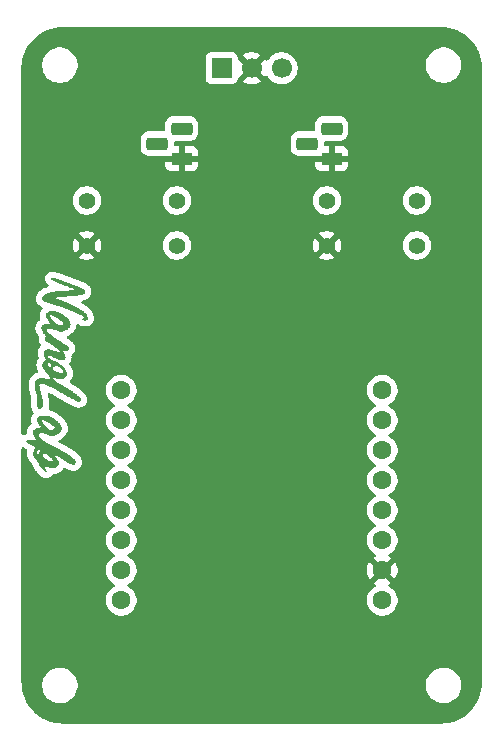
<source format=gbr>
%TF.GenerationSoftware,KiCad,Pcbnew,9.0.2-9.0.2-0~ubuntu24.04.1*%
%TF.CreationDate,2025-05-26T18:38:59-04:00*%
%TF.ProjectId,clicker,636c6963-6b65-4722-9e6b-696361645f70,rev?*%
%TF.SameCoordinates,Original*%
%TF.FileFunction,Copper,L1,Top*%
%TF.FilePolarity,Positive*%
%FSLAX46Y46*%
G04 Gerber Fmt 4.6, Leading zero omitted, Abs format (unit mm)*
G04 Created by KiCad (PCBNEW 9.0.2-9.0.2-0~ubuntu24.04.1) date 2025-05-26 18:38:59*
%MOMM*%
%LPD*%
G01*
G04 APERTURE LIST*
G04 Aperture macros list*
%AMRoundRect*
0 Rectangle with rounded corners*
0 $1 Rounding radius*
0 $2 $3 $4 $5 $6 $7 $8 $9 X,Y pos of 4 corners*
0 Add a 4 corners polygon primitive as box body*
4,1,4,$2,$3,$4,$5,$6,$7,$8,$9,$2,$3,0*
0 Add four circle primitives for the rounded corners*
1,1,$1+$1,$2,$3*
1,1,$1+$1,$4,$5*
1,1,$1+$1,$6,$7*
1,1,$1+$1,$8,$9*
0 Add four rect primitives between the rounded corners*
20,1,$1+$1,$2,$3,$4,$5,0*
20,1,$1+$1,$4,$5,$6,$7,0*
20,1,$1+$1,$6,$7,$8,$9,0*
20,1,$1+$1,$8,$9,$2,$3,0*%
G04 Aperture macros list end*
%TA.AperFunction,EtchedComponent*%
%ADD10C,0.000000*%
%TD*%
%TA.AperFunction,ComponentPad*%
%ADD11RoundRect,0.275000X0.625000X-0.275000X0.625000X0.275000X-0.625000X0.275000X-0.625000X-0.275000X0*%
%TD*%
%TA.AperFunction,ComponentPad*%
%ADD12R,1.800000X1.100000*%
%TD*%
%TA.AperFunction,ComponentPad*%
%ADD13C,1.400000*%
%TD*%
%TA.AperFunction,ComponentPad*%
%ADD14R,1.700000X1.700000*%
%TD*%
%TA.AperFunction,ComponentPad*%
%ADD15C,1.700000*%
%TD*%
%TA.AperFunction,ComponentPad*%
%ADD16C,1.600000*%
%TD*%
%TA.AperFunction,ViaPad*%
%ADD17C,1.600000*%
%TD*%
G04 APERTURE END LIST*
D10*
%TA.AperFunction,EtchedComponent*%
%TO.C,G\u002A\u002A\u002A*%
G36*
X131076921Y-93228406D02*
G01*
X131099522Y-93233298D01*
X131131546Y-93240800D01*
X131170743Y-93250380D01*
X131214857Y-93261504D01*
X131231810Y-93265862D01*
X131277546Y-93277613D01*
X131319528Y-93288272D01*
X131355412Y-93297255D01*
X131382852Y-93303977D01*
X131399506Y-93307852D01*
X131402326Y-93308423D01*
X131424697Y-93313512D01*
X131457970Y-93322487D01*
X131499445Y-93334494D01*
X131546420Y-93348678D01*
X131596192Y-93364184D01*
X131646060Y-93380158D01*
X131693322Y-93395744D01*
X131735277Y-93410087D01*
X131769223Y-93422334D01*
X131792457Y-93431629D01*
X131794136Y-93432386D01*
X131808590Y-93438364D01*
X131831771Y-93447255D01*
X131860639Y-93457969D01*
X131892152Y-93469415D01*
X131923269Y-93480501D01*
X131950948Y-93490138D01*
X131972148Y-93497233D01*
X131983829Y-93500695D01*
X131985033Y-93500862D01*
X131993862Y-93503073D01*
X132014295Y-93509785D01*
X132044493Y-93520318D01*
X132082615Y-93533992D01*
X132126820Y-93550129D01*
X132175270Y-93568049D01*
X132226123Y-93587074D01*
X132277541Y-93606524D01*
X132327682Y-93625719D01*
X132374707Y-93643982D01*
X132402843Y-93655075D01*
X132429340Y-93665055D01*
X132452887Y-93672990D01*
X132467676Y-93676994D01*
X132482266Y-93681167D01*
X132508992Y-93690388D01*
X132546672Y-93704206D01*
X132594123Y-93722174D01*
X132650164Y-93743843D01*
X132713612Y-93768763D01*
X132783286Y-93796487D01*
X132799043Y-93802802D01*
X132840598Y-93819309D01*
X132881465Y-93835247D01*
X132918055Y-93849238D01*
X132946779Y-93859901D01*
X132957523Y-93863710D01*
X132976057Y-93870455D01*
X133005844Y-93881748D01*
X133044768Y-93896767D01*
X133090714Y-93914689D01*
X133141566Y-93934691D01*
X133195209Y-93955950D01*
X133213252Y-93963137D01*
X133268969Y-93985305D01*
X133324035Y-94007112D01*
X133376021Y-94027604D01*
X133422500Y-94045828D01*
X133461046Y-94060829D01*
X133489229Y-94071654D01*
X133494193Y-94073529D01*
X133528717Y-94086717D01*
X133562504Y-94099992D01*
X133590592Y-94111388D01*
X133602248Y-94116332D01*
X133628377Y-94127465D01*
X133653706Y-94137815D01*
X133663479Y-94141626D01*
X133729938Y-94171938D01*
X133789442Y-94209268D01*
X133839946Y-94251983D01*
X133879404Y-94298448D01*
X133897509Y-94328589D01*
X133908217Y-94351616D01*
X133913688Y-94370726D01*
X133915028Y-94392160D01*
X133913581Y-94419094D01*
X133910091Y-94448984D01*
X133904781Y-94476732D01*
X133899294Y-94494956D01*
X133881617Y-94525120D01*
X133854679Y-94557203D01*
X133822386Y-94587277D01*
X133788642Y-94611411D01*
X133777307Y-94617680D01*
X133729593Y-94638814D01*
X133670491Y-94660291D01*
X133602974Y-94681356D01*
X133530018Y-94701253D01*
X133454601Y-94719228D01*
X133379696Y-94734524D01*
X133308280Y-94746387D01*
X133243329Y-94754060D01*
X133238464Y-94754474D01*
X133201283Y-94757641D01*
X133154118Y-94761830D01*
X133101323Y-94766643D01*
X133047251Y-94771684D01*
X133004346Y-94775775D01*
X132884146Y-94787215D01*
X132762563Y-94798454D01*
X132636727Y-94809748D01*
X132503769Y-94821352D01*
X132360820Y-94833523D01*
X132280382Y-94840260D01*
X132197532Y-94847285D01*
X132112520Y-94854714D01*
X132026580Y-94862426D01*
X131940947Y-94870296D01*
X131856857Y-94878201D01*
X131775544Y-94886017D01*
X131698243Y-94893622D01*
X131626190Y-94900890D01*
X131560619Y-94907699D01*
X131502766Y-94913925D01*
X131453866Y-94919445D01*
X131415152Y-94924134D01*
X131387862Y-94927870D01*
X131373229Y-94930529D01*
X131371262Y-94931220D01*
X131365768Y-94939594D01*
X131374463Y-94948931D01*
X131388932Y-94955925D01*
X131403660Y-94962205D01*
X131428486Y-94973218D01*
X131460438Y-94987630D01*
X131496548Y-95004104D01*
X131513195Y-95011759D01*
X131548748Y-95027892D01*
X131588865Y-95045675D01*
X131631542Y-95064265D01*
X131674775Y-95082820D01*
X131716560Y-95100497D01*
X131754892Y-95116454D01*
X131787768Y-95129849D01*
X131813184Y-95139839D01*
X131829136Y-95145583D01*
X131833756Y-95146489D01*
X131839833Y-95147654D01*
X131855783Y-95153188D01*
X131878187Y-95161902D01*
X131878779Y-95162141D01*
X131901752Y-95171399D01*
X131934387Y-95184478D01*
X131972955Y-95199888D01*
X132013725Y-95216137D01*
X132029657Y-95222475D01*
X132068782Y-95238147D01*
X132105724Y-95253153D01*
X132137241Y-95266164D01*
X132160092Y-95275846D01*
X132166834Y-95278830D01*
X132191986Y-95289722D01*
X132222143Y-95301956D01*
X132253367Y-95314032D01*
X132281717Y-95324448D01*
X132303255Y-95331705D01*
X132311629Y-95333995D01*
X132323917Y-95338151D01*
X132347406Y-95347551D01*
X132380233Y-95361362D01*
X132420536Y-95378751D01*
X132466453Y-95398885D01*
X132516120Y-95420932D01*
X132567677Y-95444058D01*
X132619260Y-95467432D01*
X132669006Y-95490219D01*
X132715054Y-95511587D01*
X132755542Y-95530704D01*
X132788606Y-95546737D01*
X132799043Y-95551952D01*
X132860199Y-95582947D01*
X132921576Y-95614208D01*
X132981765Y-95645006D01*
X133039358Y-95674610D01*
X133092947Y-95702291D01*
X133141124Y-95727318D01*
X133182481Y-95748962D01*
X133215609Y-95766493D01*
X133239101Y-95779181D01*
X133251547Y-95786296D01*
X133252872Y-95787198D01*
X133265692Y-95795846D01*
X133288605Y-95809850D01*
X133319035Y-95827711D01*
X133354402Y-95847928D01*
X133392129Y-95869001D01*
X133414953Y-95881502D01*
X133441632Y-95896544D01*
X133475422Y-95916406D01*
X133513393Y-95939279D01*
X133552614Y-95963353D01*
X133590157Y-95986819D01*
X133623089Y-96007868D01*
X133648482Y-96024689D01*
X133659877Y-96032738D01*
X133679984Y-96046034D01*
X133704835Y-96060322D01*
X133713904Y-96065033D01*
X133733287Y-96075289D01*
X133746694Y-96083446D01*
X133749922Y-96086124D01*
X133756747Y-96092122D01*
X133772762Y-96104945D01*
X133795639Y-96122761D01*
X133823051Y-96143738D01*
X133825560Y-96145642D01*
X133879995Y-96191186D01*
X133932034Y-96242687D01*
X133977947Y-96296174D01*
X134011385Y-96343426D01*
X134037779Y-96390705D01*
X134060612Y-96443239D01*
X134081653Y-96505197D01*
X134085693Y-96518716D01*
X134094995Y-96552823D01*
X134100958Y-96582302D01*
X134104274Y-96612496D01*
X134105638Y-96648747D01*
X134105807Y-96673595D01*
X134105496Y-96712137D01*
X134104212Y-96739686D01*
X134101495Y-96759646D01*
X134096889Y-96775423D01*
X134090131Y-96790047D01*
X134075397Y-96813696D01*
X134057879Y-96831082D01*
X134034705Y-96843753D01*
X134003001Y-96853256D01*
X133959897Y-96861140D01*
X133957561Y-96861494D01*
X133885370Y-96867656D01*
X133818340Y-96864024D01*
X133758870Y-96850808D01*
X133735605Y-96841962D01*
X133696405Y-96820844D01*
X133671511Y-96798266D01*
X133660908Y-96774330D01*
X133664580Y-96749137D01*
X133682511Y-96722789D01*
X133714685Y-96695387D01*
X133761085Y-96667034D01*
X133763035Y-96665990D01*
X133784897Y-96652831D01*
X133801708Y-96639999D01*
X133808346Y-96632489D01*
X133813901Y-96610812D01*
X133812731Y-96584625D01*
X133805716Y-96560567D01*
X133797134Y-96547899D01*
X133787616Y-96541842D01*
X133766318Y-96530133D01*
X133734443Y-96513374D01*
X133693191Y-96492166D01*
X133643763Y-96467109D01*
X133587361Y-96438804D01*
X133525185Y-96407852D01*
X133458436Y-96374853D01*
X133388317Y-96340408D01*
X133316027Y-96305119D01*
X133242769Y-96269585D01*
X133184437Y-96241465D01*
X133138717Y-96220058D01*
X133082931Y-96194841D01*
X133020428Y-96167266D01*
X132954556Y-96138779D01*
X132888663Y-96110831D01*
X132826098Y-96084870D01*
X132773830Y-96063778D01*
X132740910Y-96050648D01*
X132699182Y-96033885D01*
X132653171Y-96015313D01*
X132607403Y-95996757D01*
X132590138Y-95989730D01*
X132540683Y-95969884D01*
X132484267Y-95947727D01*
X132427217Y-95925720D01*
X132375862Y-95906321D01*
X132366825Y-95902968D01*
X132322097Y-95886371D01*
X132275316Y-95868901D01*
X132231102Y-95852291D01*
X132194080Y-95838274D01*
X132183133Y-95834093D01*
X132155041Y-95823558D01*
X132118539Y-95810217D01*
X132075672Y-95794785D01*
X132028484Y-95777976D01*
X131979022Y-95760505D01*
X131929329Y-95743087D01*
X131881452Y-95726436D01*
X131837434Y-95711268D01*
X131799321Y-95698297D01*
X131769158Y-95688238D01*
X131748990Y-95681805D01*
X131741690Y-95679798D01*
X131730440Y-95676674D01*
X131707984Y-95669688D01*
X131676757Y-95659624D01*
X131639191Y-95647265D01*
X131598530Y-95633669D01*
X131548045Y-95616829D01*
X131493994Y-95599098D01*
X131438339Y-95581092D01*
X131383040Y-95563426D01*
X131330058Y-95546714D01*
X131281355Y-95531573D01*
X131238891Y-95518617D01*
X131204626Y-95508461D01*
X131180523Y-95501720D01*
X131169915Y-95499208D01*
X131156101Y-95495711D01*
X131130643Y-95488231D01*
X131095541Y-95477414D01*
X131052795Y-95463903D01*
X131004405Y-95448345D01*
X130952372Y-95431384D01*
X130898695Y-95413665D01*
X130845374Y-95395834D01*
X130794410Y-95378534D01*
X130774823Y-95371800D01*
X130728832Y-95356008D01*
X130678510Y-95338866D01*
X130629620Y-95322329D01*
X130587924Y-95308352D01*
X130583927Y-95307022D01*
X130513472Y-95282170D01*
X130454926Y-95258061D01*
X130405929Y-95233424D01*
X130364125Y-95206988D01*
X130327155Y-95177482D01*
X130305283Y-95156741D01*
X130278356Y-95128642D01*
X130260064Y-95106594D01*
X130248070Y-95087308D01*
X130240038Y-95067500D01*
X130238650Y-95063011D01*
X130231746Y-95037838D01*
X130228983Y-95019456D01*
X130229803Y-95001035D01*
X130232229Y-94984343D01*
X130237324Y-94963945D01*
X130241855Y-94951927D01*
X130248147Y-94937242D01*
X130257120Y-94914967D01*
X130263381Y-94898890D01*
X130290898Y-94844271D01*
X130330866Y-94789641D01*
X130381479Y-94737065D01*
X130440932Y-94688605D01*
X130457863Y-94676765D01*
X130483884Y-94660416D01*
X130515069Y-94642691D01*
X130547994Y-94625325D01*
X130579232Y-94610055D01*
X130605357Y-94598616D01*
X130622944Y-94592744D01*
X130624121Y-94592527D01*
X130636023Y-94589508D01*
X130659462Y-94582636D01*
X130692294Y-94572573D01*
X130732375Y-94559982D01*
X130777562Y-94545527D01*
X130809048Y-94535317D01*
X130860352Y-94518957D01*
X130911659Y-94503251D01*
X130959909Y-94489089D01*
X131002040Y-94477359D01*
X131034990Y-94468950D01*
X131046194Y-94466448D01*
X131082451Y-94459187D01*
X131124144Y-94451221D01*
X131168657Y-94443007D01*
X131213373Y-94435003D01*
X131255675Y-94427667D01*
X131292948Y-94421457D01*
X131322573Y-94416830D01*
X131341936Y-94414244D01*
X131346848Y-94413861D01*
X131359659Y-94412677D01*
X131383295Y-94409702D01*
X131414352Y-94405388D01*
X131448362Y-94400351D01*
X131500943Y-94393376D01*
X131566402Y-94386446D01*
X131643207Y-94379677D01*
X131729830Y-94373186D01*
X131824741Y-94367090D01*
X131926409Y-94361506D01*
X132006644Y-94357703D01*
X132144211Y-94351165D01*
X132268351Y-94344262D01*
X132380043Y-94336870D01*
X132480266Y-94328860D01*
X132569997Y-94320105D01*
X132650216Y-94310480D01*
X132721901Y-94299856D01*
X132786031Y-94288107D01*
X132843584Y-94275106D01*
X132895539Y-94260726D01*
X132942874Y-94244840D01*
X132975656Y-94231976D01*
X133003521Y-94220333D01*
X132989009Y-94205822D01*
X132977310Y-94198789D01*
X132952465Y-94187686D01*
X132915085Y-94172737D01*
X132865776Y-94154163D01*
X132805148Y-94132186D01*
X132733809Y-94107029D01*
X132652367Y-94078914D01*
X132561431Y-94048062D01*
X132507296Y-94029909D01*
X132332066Y-93969472D01*
X132167250Y-93908746D01*
X132100291Y-93882803D01*
X132068452Y-93870526D01*
X132040433Y-93860192D01*
X132019613Y-93853018D01*
X132010245Y-93850341D01*
X131996319Y-93846437D01*
X131972162Y-93838393D01*
X131940936Y-93827377D01*
X131905806Y-93814555D01*
X131869935Y-93801092D01*
X131836486Y-93788155D01*
X131808623Y-93776910D01*
X131794136Y-93770670D01*
X131763050Y-93756927D01*
X131726842Y-93741371D01*
X131687921Y-93724984D01*
X131648695Y-93708751D01*
X131611573Y-93693653D01*
X131578964Y-93680674D01*
X131553275Y-93670796D01*
X131536916Y-93665003D01*
X131532503Y-93663894D01*
X131523935Y-93660774D01*
X131504059Y-93652024D01*
X131474484Y-93638400D01*
X131436818Y-93620656D01*
X131392668Y-93599548D01*
X131343644Y-93575829D01*
X131312792Y-93560773D01*
X131251545Y-93530614D01*
X131201836Y-93505680D01*
X131162141Y-93485119D01*
X131130935Y-93468080D01*
X131106693Y-93453709D01*
X131087891Y-93441156D01*
X131073005Y-93429567D01*
X131064623Y-93422070D01*
X131036294Y-93390594D01*
X131014116Y-93356541D01*
X130999716Y-93323166D01*
X130994718Y-93293724D01*
X130995668Y-93284018D01*
X131005470Y-93264548D01*
X131024097Y-93245711D01*
X131046412Y-93231694D01*
X131065998Y-93226657D01*
X131076921Y-93228406D01*
G37*
%TD.AperFunction*%
%TA.AperFunction,EtchedComponent*%
G36*
X130524941Y-104922526D02*
G01*
X130609744Y-104929172D01*
X130645157Y-104933448D01*
X130690194Y-104940900D01*
X130739319Y-104951317D01*
X130788277Y-104963605D01*
X130832811Y-104976668D01*
X130868665Y-104989412D01*
X130877612Y-104993245D01*
X130909127Y-105007215D01*
X130940129Y-105020324D01*
X130967890Y-105031493D01*
X130989684Y-105039647D01*
X131002780Y-105043708D01*
X131005339Y-105043666D01*
X131011324Y-105045526D01*
X131027667Y-105052830D01*
X131051950Y-105064365D01*
X131081756Y-105078914D01*
X131114665Y-105095265D01*
X131148260Y-105112203D01*
X131180123Y-105128512D01*
X131207836Y-105142979D01*
X131228981Y-105154389D01*
X131241139Y-105161529D01*
X131243059Y-105163059D01*
X131250113Y-105168732D01*
X131267035Y-105180607D01*
X131291549Y-105197137D01*
X131321380Y-105216770D01*
X131333104Y-105224379D01*
X131414916Y-105279888D01*
X131492786Y-105337822D01*
X131564826Y-105396570D01*
X131629148Y-105454518D01*
X131683865Y-105510057D01*
X131725348Y-105559272D01*
X131751298Y-105596023D01*
X131779516Y-105640543D01*
X131808734Y-105690372D01*
X131837681Y-105743049D01*
X131865088Y-105796113D01*
X131889686Y-105847103D01*
X131910206Y-105893558D01*
X131925378Y-105933016D01*
X131933933Y-105963018D01*
X131934129Y-105964039D01*
X131937826Y-105997762D01*
X131935155Y-106030264D01*
X131925250Y-106064047D01*
X131907247Y-106101617D01*
X131880281Y-106145477D01*
X131862444Y-106171581D01*
X131812498Y-106240547D01*
X131765803Y-106299325D01*
X131719974Y-106349939D01*
X131672631Y-106394415D01*
X131621390Y-106434780D01*
X131563868Y-106473059D01*
X131497682Y-106511277D01*
X131420450Y-106551461D01*
X131408742Y-106557299D01*
X131357056Y-106580391D01*
X131303363Y-106598825D01*
X131244430Y-106613429D01*
X131177023Y-106625031D01*
X131113924Y-106632804D01*
X131065819Y-106636834D01*
X131023029Y-106637492D01*
X130982664Y-106634193D01*
X130941831Y-106626351D01*
X130897639Y-106613379D01*
X130847195Y-106594693D01*
X130787608Y-106569707D01*
X130774823Y-106564115D01*
X130732981Y-106546100D01*
X130692313Y-106529269D01*
X130656015Y-106514896D01*
X130627278Y-106504253D01*
X130612741Y-106499522D01*
X130588809Y-106492120D01*
X130570299Y-106485360D01*
X130562316Y-106481389D01*
X130551012Y-106476304D01*
X130528044Y-106468920D01*
X130495862Y-106459820D01*
X130456918Y-106449587D01*
X130413663Y-106438804D01*
X130368547Y-106428054D01*
X130324023Y-106417920D01*
X130282541Y-106408986D01*
X130246552Y-106401835D01*
X130218508Y-106397049D01*
X130200860Y-106395213D01*
X130200074Y-106395210D01*
X130150074Y-106400681D01*
X130106841Y-106416998D01*
X130068495Y-106445263D01*
X130033157Y-106486576D01*
X130025696Y-106497381D01*
X130006440Y-106531941D01*
X129997319Y-106565100D01*
X129997833Y-106601112D01*
X130007481Y-106644232D01*
X130008122Y-106646408D01*
X130013555Y-106661941D01*
X130021094Y-106676686D01*
X130032424Y-106692783D01*
X130049227Y-106712371D01*
X130073187Y-106737590D01*
X130105310Y-106769905D01*
X130137178Y-106801037D01*
X130168741Y-106830849D01*
X130197254Y-106856815D01*
X130219969Y-106876412D01*
X130229087Y-106883630D01*
X130251388Y-106900932D01*
X130270857Y-106917194D01*
X130281374Y-106927003D01*
X130316227Y-106960024D01*
X130362145Y-106997985D01*
X130417215Y-107039572D01*
X130448767Y-107061801D01*
X130479525Y-107083470D01*
X130547160Y-107128364D01*
X130618209Y-107172940D01*
X130690756Y-107215884D01*
X130749610Y-107248734D01*
X130782559Y-107267271D01*
X130818573Y-107288562D01*
X130846859Y-107306106D01*
X130891407Y-107333996D01*
X130938005Y-107361966D01*
X130983550Y-107388245D01*
X131024940Y-107411062D01*
X131059069Y-107428646D01*
X131073221Y-107435268D01*
X131094049Y-107445220D01*
X131124058Y-107460530D01*
X131159900Y-107479446D01*
X131198226Y-107500214D01*
X131216483Y-107510304D01*
X131262416Y-107535439D01*
X131314801Y-107563427D01*
X131367611Y-107591083D01*
X131414816Y-107615222D01*
X131420802Y-107618224D01*
X131464749Y-107640583D01*
X131512513Y-107665531D01*
X131558823Y-107690278D01*
X131598407Y-107712033D01*
X131604495Y-107715464D01*
X131644302Y-107737577D01*
X131688328Y-107761349D01*
X131730559Y-107783562D01*
X131758118Y-107797606D01*
X131798044Y-107817917D01*
X131840231Y-107840046D01*
X131881942Y-107862492D01*
X131920442Y-107883754D01*
X131952993Y-107902331D01*
X131976860Y-107916719D01*
X131985033Y-107922120D01*
X131998986Y-107930662D01*
X132022190Y-107943552D01*
X132050968Y-107958785D01*
X132071476Y-107969273D01*
X132100764Y-107984710D01*
X132138646Y-108005677D01*
X132181479Y-108030104D01*
X132225618Y-108055918D01*
X132257355Y-108074925D01*
X132296792Y-108098724D01*
X132334413Y-108121248D01*
X132367540Y-108140907D01*
X132393490Y-108156109D01*
X132408631Y-108164740D01*
X132434683Y-108179889D01*
X132460768Y-108196253D01*
X132469629Y-108202202D01*
X132485093Y-108212866D01*
X132509612Y-108229724D01*
X132540351Y-108250828D01*
X132574477Y-108274232D01*
X132591424Y-108285846D01*
X132638346Y-108318878D01*
X132689194Y-108356220D01*
X132742154Y-108396406D01*
X132795410Y-108437967D01*
X132847148Y-108479437D01*
X132895552Y-108519348D01*
X132938808Y-108556232D01*
X132975101Y-108588623D01*
X133002615Y-108615053D01*
X133014633Y-108627993D01*
X133038874Y-108659190D01*
X133063199Y-108695460D01*
X133082865Y-108729660D01*
X133085096Y-108734118D01*
X133098906Y-108763867D01*
X133107008Y-108786591D01*
X133110768Y-108807815D01*
X133111557Y-108833064D01*
X133111452Y-108840526D01*
X133105630Y-108894052D01*
X133094857Y-108932024D01*
X133075828Y-108969283D01*
X133048695Y-109006129D01*
X133017261Y-109038130D01*
X132985330Y-109060851D01*
X132983546Y-109061789D01*
X132955217Y-109071749D01*
X132918558Y-109078403D01*
X132879232Y-109081291D01*
X132842902Y-109079955D01*
X132818547Y-109075137D01*
X132795098Y-109068308D01*
X132773426Y-109063358D01*
X132772578Y-109063210D01*
X132743187Y-109055725D01*
X132704932Y-109042443D01*
X132661330Y-109024933D01*
X132615897Y-109004768D01*
X132572150Y-108983518D01*
X132533604Y-108962755D01*
X132503776Y-108944051D01*
X132500259Y-108941512D01*
X132486371Y-108932089D01*
X132462939Y-108917099D01*
X132432812Y-108898328D01*
X132398836Y-108877562D01*
X132384834Y-108869114D01*
X132341958Y-108843112D01*
X132293945Y-108813621D01*
X132246589Y-108784219D01*
X132205683Y-108758485D01*
X132204743Y-108757889D01*
X132166283Y-108733528D01*
X132125276Y-108707692D01*
X132086600Y-108683447D01*
X132055133Y-108663859D01*
X132054846Y-108663682D01*
X132026616Y-108645812D01*
X132001801Y-108629376D01*
X131983787Y-108616655D01*
X131977427Y-108611548D01*
X131966745Y-108603477D01*
X131945620Y-108588988D01*
X131915863Y-108569243D01*
X131879284Y-108545401D01*
X131837695Y-108518625D01*
X131792906Y-108490075D01*
X131746726Y-108460911D01*
X131700968Y-108432294D01*
X131657441Y-108405385D01*
X131624851Y-108385510D01*
X131588342Y-108363417D01*
X131550826Y-108340719D01*
X131516806Y-108320139D01*
X131491584Y-108304886D01*
X131464202Y-108288249D01*
X131429516Y-108267061D01*
X131392473Y-108244347D01*
X131365520Y-108227761D01*
X131323410Y-108203354D01*
X131291906Y-108188685D01*
X131270919Y-108183840D01*
X131260363Y-108188903D01*
X131260149Y-108203957D01*
X131270192Y-108229085D01*
X131290403Y-108264373D01*
X131304551Y-108286238D01*
X131325351Y-108316784D01*
X131345354Y-108344963D01*
X131362102Y-108367380D01*
X131372058Y-108379494D01*
X131387194Y-108398079D01*
X131404705Y-108422480D01*
X131415039Y-108438278D01*
X131430620Y-108461677D01*
X131446123Y-108482469D01*
X131454594Y-108492305D01*
X131479585Y-108520660D01*
X131508564Y-108557721D01*
X131539441Y-108600378D01*
X131570124Y-108645523D01*
X131598524Y-108690046D01*
X131622548Y-108730837D01*
X131640105Y-108764789D01*
X131644281Y-108774348D01*
X131659348Y-108816249D01*
X131671935Y-108860736D01*
X131681228Y-108903960D01*
X131686413Y-108942070D01*
X131686674Y-108971218D01*
X131686410Y-108973406D01*
X131675786Y-109020871D01*
X131658064Y-109067258D01*
X131635535Y-109107041D01*
X131625784Y-109119756D01*
X131609622Y-109139664D01*
X131596602Y-109157271D01*
X131591797Y-109164808D01*
X131577067Y-109183629D01*
X131552114Y-109206953D01*
X131519587Y-109232817D01*
X131482136Y-109259254D01*
X131442410Y-109284300D01*
X131403060Y-109305991D01*
X131397937Y-109308548D01*
X131360145Y-109326516D01*
X131329628Y-109339049D01*
X131301134Y-109347829D01*
X131269412Y-109354540D01*
X131239457Y-109359361D01*
X131190530Y-109365378D01*
X131143906Y-109368060D01*
X131097244Y-109367114D01*
X131048199Y-109362246D01*
X130994428Y-109353163D01*
X130933589Y-109339572D01*
X130863339Y-109321179D01*
X130807239Y-109305270D01*
X130758554Y-109291394D01*
X130707634Y-109277320D01*
X130656610Y-109263595D01*
X130607616Y-109250764D01*
X130562782Y-109239373D01*
X130524241Y-109229967D01*
X130494125Y-109223093D01*
X130474566Y-109219296D01*
X130469078Y-109218716D01*
X130459777Y-109224167D01*
X130459587Y-109240283D01*
X130468340Y-109266708D01*
X130485868Y-109303086D01*
X130512002Y-109349062D01*
X130546573Y-109404280D01*
X130582615Y-109458433D01*
X130615862Y-109519189D01*
X130639074Y-109587987D01*
X130649425Y-109644916D01*
X130654200Y-109685721D01*
X130624753Y-109700744D01*
X130595935Y-109712631D01*
X130572347Y-109714715D01*
X130548953Y-109707308D01*
X130545584Y-109705622D01*
X130534546Y-109697201D01*
X130515013Y-109679379D01*
X130488192Y-109653407D01*
X130455291Y-109620534D01*
X130417514Y-109582012D01*
X130376070Y-109539091D01*
X130332164Y-109493022D01*
X130287004Y-109445054D01*
X130241796Y-109396440D01*
X130197746Y-109348428D01*
X130156062Y-109302270D01*
X130152207Y-109297956D01*
X130109940Y-109249913D01*
X130076558Y-109209947D01*
X130050766Y-109175938D01*
X130031270Y-109145770D01*
X130016775Y-109117324D01*
X130005985Y-109088481D01*
X129997606Y-109057124D01*
X129993672Y-109038626D01*
X129987071Y-109009585D01*
X129978714Y-108981805D01*
X129967772Y-108953981D01*
X129953413Y-108924807D01*
X129934808Y-108892979D01*
X129911125Y-108857190D01*
X129881535Y-108816135D01*
X129845207Y-108768508D01*
X129801309Y-108713005D01*
X129749012Y-108648319D01*
X129732430Y-108627991D01*
X129677169Y-108559563D01*
X129630844Y-108500299D01*
X129592574Y-108448818D01*
X129561481Y-108403741D01*
X129536682Y-108363687D01*
X129517297Y-108327275D01*
X129505043Y-108299097D01*
X130287682Y-108299097D01*
X130295563Y-108341875D01*
X130305238Y-108365298D01*
X130320563Y-108386771D01*
X130346510Y-108414262D01*
X130381324Y-108446414D01*
X130423249Y-108481872D01*
X130470530Y-108519280D01*
X130521411Y-108557281D01*
X130574137Y-108594521D01*
X130626952Y-108629642D01*
X130678102Y-108661290D01*
X130717194Y-108683494D01*
X130771590Y-108709461D01*
X130829300Y-108730913D01*
X130887351Y-108747173D01*
X130942771Y-108757562D01*
X130992587Y-108761402D01*
X131033828Y-108758016D01*
X131038940Y-108756880D01*
X131067488Y-108748242D01*
X131095698Y-108736985D01*
X131119429Y-108725023D01*
X131134544Y-108714268D01*
X131136695Y-108711694D01*
X131141676Y-108694946D01*
X131137987Y-108671330D01*
X131125302Y-108638843D01*
X131124449Y-108637000D01*
X131114557Y-108617182D01*
X131103418Y-108598488D01*
X131089654Y-108579372D01*
X131071888Y-108558289D01*
X131048742Y-108533694D01*
X131018838Y-108504041D01*
X130980798Y-108467785D01*
X130937653Y-108427475D01*
X130872215Y-108367019D01*
X130815772Y-108315710D01*
X130767093Y-108272551D01*
X130724944Y-108236540D01*
X130688094Y-108206680D01*
X130655309Y-108181972D01*
X130625358Y-108161415D01*
X130597008Y-108144011D01*
X130569519Y-108129014D01*
X130522608Y-108107005D01*
X130483406Y-108094205D01*
X130448767Y-108090354D01*
X130415539Y-108095195D01*
X130380574Y-108108469D01*
X130371776Y-108112779D01*
X130341271Y-108135813D01*
X130316776Y-108169128D01*
X130299123Y-108209558D01*
X130289147Y-108253936D01*
X130287682Y-108299097D01*
X129505043Y-108299097D01*
X129502446Y-108293124D01*
X129491248Y-108259855D01*
X129486620Y-108242625D01*
X129474712Y-108189267D01*
X129468062Y-108143272D01*
X129467149Y-108101622D01*
X129472454Y-108061299D01*
X129484456Y-108019287D01*
X129496194Y-107990694D01*
X129821511Y-107990694D01*
X129823154Y-108041354D01*
X129833563Y-108086719D01*
X129839488Y-108100850D01*
X129865262Y-108143788D01*
X129894753Y-108174323D01*
X129927122Y-108191752D01*
X129952998Y-108195801D01*
X129966878Y-108194169D01*
X129976925Y-108187745D01*
X129984290Y-108174239D01*
X129990125Y-108151359D01*
X129995584Y-108116816D01*
X129996632Y-108109055D01*
X130002857Y-108074182D01*
X130012605Y-108032803D01*
X130024174Y-107991839D01*
X130029281Y-107976090D01*
X130044334Y-107930123D01*
X130054117Y-107895071D01*
X130058947Y-107868571D01*
X130059141Y-107848258D01*
X130055014Y-107831768D01*
X130049941Y-107821600D01*
X130037872Y-107805956D01*
X130021839Y-107796037D01*
X129998658Y-107790740D01*
X129965143Y-107788958D01*
X129955744Y-107788929D01*
X129929383Y-107789866D01*
X129912042Y-107793591D01*
X129898380Y-107801766D01*
X129889775Y-107809450D01*
X129862767Y-107844117D01*
X129841959Y-107888358D01*
X129827994Y-107938456D01*
X129821511Y-107990694D01*
X129496194Y-107990694D01*
X129503635Y-107972568D01*
X129530469Y-107918125D01*
X129541524Y-107897126D01*
X129560904Y-107861071D01*
X129578861Y-107828285D01*
X129593901Y-107801451D01*
X129604529Y-107783250D01*
X129607885Y-107777990D01*
X129624499Y-107750866D01*
X129640618Y-107719219D01*
X129653755Y-107688391D01*
X129661424Y-107663728D01*
X129661699Y-107662335D01*
X129662864Y-107644367D01*
X129657719Y-107627069D01*
X129644580Y-107604781D01*
X129644527Y-107604702D01*
X129630433Y-107585805D01*
X129613479Y-107568330D01*
X129591654Y-107550838D01*
X129562943Y-107531895D01*
X129525333Y-107510062D01*
X129476813Y-107483903D01*
X129470966Y-107480827D01*
X129392721Y-107439711D01*
X129326079Y-107404599D01*
X129269868Y-107374839D01*
X129222916Y-107349775D01*
X129184048Y-107328754D01*
X129152095Y-107311120D01*
X129125881Y-107296221D01*
X129104236Y-107283401D01*
X129085987Y-107272006D01*
X129069960Y-107261383D01*
X129054984Y-107250876D01*
X129042350Y-107241655D01*
X128990202Y-107202268D01*
X128946526Y-107167511D01*
X128912199Y-107138143D01*
X128888099Y-107114918D01*
X128875103Y-107098593D01*
X128874092Y-107096626D01*
X128869950Y-107084027D01*
X128872629Y-107073452D01*
X128883914Y-107059924D01*
X128889153Y-107054637D01*
X128904402Y-107041843D01*
X128923000Y-107031896D01*
X128948842Y-107023077D01*
X128977517Y-107015639D01*
X129016485Y-107006704D01*
X129054080Y-106999168D01*
X129092062Y-106992887D01*
X129132193Y-106987718D01*
X129176232Y-106983518D01*
X129225941Y-106980145D01*
X129283080Y-106977453D01*
X129349410Y-106975302D01*
X129426693Y-106973547D01*
X129513035Y-106972098D01*
X129818037Y-106967582D01*
X129738425Y-106866731D01*
X129679790Y-106790842D01*
X129629968Y-106722675D01*
X129587411Y-106659945D01*
X129550570Y-106600364D01*
X129517897Y-106541645D01*
X129516490Y-106538966D01*
X129491858Y-106489721D01*
X129474576Y-106448853D01*
X129463740Y-106412930D01*
X129458446Y-106378521D01*
X129457788Y-106342193D01*
X129459020Y-106320870D01*
X129468475Y-106261735D01*
X129487775Y-106208913D01*
X129517817Y-106161276D01*
X129559501Y-106117696D01*
X129613724Y-106077045D01*
X129681386Y-106038196D01*
X129686215Y-106035734D01*
X129718707Y-106019679D01*
X129749273Y-106005638D01*
X129779975Y-105992928D01*
X129812876Y-105980870D01*
X129850039Y-105968783D01*
X129893525Y-105955986D01*
X129945398Y-105941797D01*
X129955744Y-105939098D01*
X130007719Y-105925537D01*
X130061663Y-105911799D01*
X130095984Y-105902827D01*
X130125228Y-105894637D01*
X130146549Y-105888066D01*
X130157105Y-105883950D01*
X130157555Y-105883623D01*
X130155111Y-105876586D01*
X130144904Y-105860075D01*
X130128171Y-105835866D01*
X130106147Y-105805735D01*
X130080071Y-105771458D01*
X130074096Y-105763772D01*
X130025725Y-105701184D01*
X129985495Y-105647613D01*
X129952177Y-105601131D01*
X129924540Y-105559815D01*
X129901354Y-105521737D01*
X129881386Y-105484974D01*
X129863407Y-105447598D01*
X129846186Y-105407686D01*
X129845626Y-105406328D01*
X129828615Y-105362958D01*
X130184407Y-105362958D01*
X130188998Y-105371218D01*
X130201794Y-105387704D01*
X130221006Y-105410263D01*
X130244845Y-105436744D01*
X130253258Y-105445799D01*
X130279046Y-105473906D01*
X130301625Y-105499556D01*
X130318928Y-105520323D01*
X130328886Y-105533783D01*
X130330052Y-105535861D01*
X130337782Y-105548203D01*
X130343076Y-105552069D01*
X130349381Y-105557207D01*
X130363479Y-105571442D01*
X130383704Y-105593005D01*
X130408391Y-105620128D01*
X130429592Y-105643915D01*
X130454193Y-105671533D01*
X130486730Y-105707721D01*
X130525371Y-105750460D01*
X130568283Y-105797730D01*
X130613634Y-105847511D01*
X130659592Y-105897784D01*
X130690606Y-105931602D01*
X130740129Y-105985383D01*
X130781232Y-106029504D01*
X130815146Y-106065005D01*
X130843103Y-106092920D01*
X130866337Y-106114288D01*
X130886079Y-106130145D01*
X130903561Y-106141527D01*
X130920016Y-106149473D01*
X130936675Y-106155019D01*
X130954772Y-106159201D01*
X130962936Y-106160770D01*
X130991780Y-106160113D01*
X131028947Y-106149649D01*
X131072967Y-106130141D01*
X131122372Y-106102355D01*
X131175695Y-106067052D01*
X131231466Y-106024997D01*
X131244744Y-106014237D01*
X131277711Y-105983745D01*
X131297937Y-105956299D01*
X131306317Y-105930294D01*
X131304510Y-105906961D01*
X131295106Y-105888283D01*
X131275404Y-105862858D01*
X131246994Y-105832081D01*
X131211467Y-105797345D01*
X131170411Y-105760043D01*
X131125417Y-105721567D01*
X131078076Y-105683313D01*
X131029976Y-105646672D01*
X130982709Y-105613038D01*
X130937864Y-105583804D01*
X130930802Y-105579497D01*
X130899178Y-105561036D01*
X130861002Y-105539732D01*
X130818404Y-105516673D01*
X130773513Y-105492948D01*
X130728456Y-105469646D01*
X130685364Y-105447856D01*
X130646363Y-105428667D01*
X130613584Y-105413167D01*
X130589154Y-105402446D01*
X130575202Y-105397591D01*
X130575173Y-105397586D01*
X130564764Y-105394099D01*
X130543308Y-105385830D01*
X130513004Y-105373662D01*
X130476049Y-105358483D01*
X130434642Y-105341177D01*
X130424004Y-105336687D01*
X130382143Y-105319174D01*
X130344463Y-105303779D01*
X130313088Y-105291338D01*
X130290142Y-105282690D01*
X130277748Y-105278672D01*
X130276503Y-105278489D01*
X130264560Y-105281407D01*
X130245446Y-105288594D01*
X130236105Y-105292654D01*
X130209737Y-105310896D01*
X130191435Y-105336102D01*
X130184407Y-105362958D01*
X129828615Y-105362958D01*
X129827539Y-105360215D01*
X129815579Y-105323574D01*
X129809095Y-105293160D01*
X129807438Y-105265731D01*
X129809958Y-105238044D01*
X129810828Y-105232644D01*
X129828725Y-105169176D01*
X129859238Y-105110348D01*
X129900819Y-105058179D01*
X129951919Y-105014688D01*
X129999220Y-104987208D01*
X130050715Y-104967412D01*
X130113968Y-104950811D01*
X130186646Y-104937599D01*
X130266415Y-104927971D01*
X130276503Y-104927273D01*
X130350943Y-104922119D01*
X130437896Y-104920240D01*
X130524941Y-104922526D01*
G37*
%TD.AperFunction*%
%TA.AperFunction,EtchedComponent*%
G36*
X131188223Y-96062635D02*
G01*
X131244563Y-96065061D01*
X131295972Y-96068791D01*
X131339693Y-96073831D01*
X131340308Y-96073922D01*
X131414540Y-96088041D01*
X131497154Y-96109268D01*
X131584768Y-96136392D01*
X131674002Y-96168201D01*
X131761477Y-96203482D01*
X131843810Y-96241023D01*
X131917622Y-96279613D01*
X131923802Y-96283136D01*
X131971580Y-96312404D01*
X132025625Y-96348613D01*
X132084151Y-96390314D01*
X132145368Y-96436056D01*
X132207490Y-96484388D01*
X132268730Y-96533860D01*
X132327300Y-96583022D01*
X132381412Y-96630423D01*
X132429280Y-96674612D01*
X132469115Y-96714139D01*
X132499130Y-96747553D01*
X132504712Y-96754550D01*
X132557643Y-96831101D01*
X132599983Y-96909503D01*
X132631388Y-96988356D01*
X132651513Y-97066263D01*
X132660012Y-97141824D01*
X132656541Y-97213642D01*
X132640753Y-97280316D01*
X132636965Y-97290664D01*
X132610491Y-97344704D01*
X132572150Y-97402061D01*
X132523578Y-97461017D01*
X132466405Y-97519855D01*
X132402267Y-97576858D01*
X132332795Y-97630309D01*
X132280382Y-97665635D01*
X132259484Y-97677562D01*
X132228212Y-97693730D01*
X132189474Y-97712795D01*
X132146176Y-97733409D01*
X132101223Y-97754226D01*
X132057522Y-97773901D01*
X132017978Y-97791085D01*
X131985499Y-97804434D01*
X131963422Y-97812467D01*
X131929968Y-97820180D01*
X131889252Y-97825493D01*
X131846402Y-97828116D01*
X131806548Y-97827757D01*
X131774817Y-97824126D01*
X131771417Y-97823365D01*
X131753221Y-97817735D01*
X131726551Y-97808006D01*
X131694763Y-97795570D01*
X131661214Y-97781818D01*
X131629259Y-97768141D01*
X131602253Y-97755932D01*
X131583554Y-97746583D01*
X131578028Y-97743165D01*
X131567791Y-97737475D01*
X131549567Y-97728990D01*
X131527017Y-97719222D01*
X131503798Y-97709684D01*
X131483570Y-97701887D01*
X131469993Y-97697344D01*
X131466371Y-97697016D01*
X131460831Y-97696472D01*
X131447263Y-97690581D01*
X131444968Y-97689414D01*
X131426565Y-97682173D01*
X131396526Y-97672976D01*
X131357396Y-97662400D01*
X131311722Y-97651023D01*
X131262049Y-97639424D01*
X131210924Y-97628181D01*
X131160891Y-97617873D01*
X131114498Y-97609077D01*
X131074291Y-97602372D01*
X131044959Y-97598549D01*
X131007563Y-97595477D01*
X130962946Y-97592979D01*
X130913851Y-97591090D01*
X130863025Y-97589843D01*
X130813214Y-97589272D01*
X130767163Y-97589411D01*
X130727619Y-97590294D01*
X130697326Y-97591955D01*
X130680652Y-97594055D01*
X130655689Y-97606079D01*
X130637271Y-97628345D01*
X130627335Y-97657444D01*
X130627418Y-97687741D01*
X130642661Y-97736598D01*
X130671023Y-97782259D01*
X130678835Y-97791550D01*
X130692130Y-97804887D01*
X130715024Y-97825988D01*
X130745944Y-97853519D01*
X130783316Y-97886148D01*
X130825567Y-97922542D01*
X130871125Y-97961367D01*
X130918415Y-98001290D01*
X130965865Y-98040978D01*
X131011901Y-98079099D01*
X131054951Y-98114319D01*
X131093440Y-98145306D01*
X131125796Y-98170725D01*
X131131403Y-98175031D01*
X131174722Y-98207719D01*
X131224137Y-98244328D01*
X131274392Y-98281003D01*
X131320232Y-98313890D01*
X131333104Y-98322980D01*
X131367837Y-98347602D01*
X131399628Y-98370539D01*
X131426075Y-98390028D01*
X131444772Y-98404302D01*
X131451964Y-98410249D01*
X131468630Y-98423085D01*
X131491812Y-98438191D01*
X131506926Y-98446976D01*
X131528092Y-98459339D01*
X131557078Y-98477237D01*
X131589788Y-98498103D01*
X131617043Y-98515979D01*
X131653055Y-98539417D01*
X131692044Y-98563949D01*
X131728495Y-98586142D01*
X131749376Y-98598349D01*
X131807978Y-98632380D01*
X131873508Y-98671559D01*
X131941015Y-98712878D01*
X132005551Y-98753328D01*
X132028254Y-98767838D01*
X132102741Y-98815799D01*
X132166321Y-98856878D01*
X132220255Y-98891915D01*
X132265798Y-98921749D01*
X132304211Y-98947219D01*
X132336752Y-98969164D01*
X132364678Y-98988423D01*
X132389248Y-99005835D01*
X132411720Y-99022240D01*
X132427860Y-99034316D01*
X132466555Y-99064332D01*
X132494824Y-99088908D01*
X132514271Y-99110533D01*
X132526500Y-99131693D01*
X132533117Y-99154878D01*
X132535724Y-99182574D01*
X132536032Y-99202069D01*
X132535247Y-99234163D01*
X132532245Y-99256827D01*
X132526040Y-99274985D01*
X132518752Y-99288512D01*
X132480058Y-99339671D01*
X132430875Y-99383276D01*
X132374134Y-99417007D01*
X132338011Y-99431435D01*
X132299322Y-99441976D01*
X132261311Y-99447070D01*
X132220284Y-99446737D01*
X132172551Y-99440994D01*
X132126816Y-99432468D01*
X132091466Y-99425617D01*
X132060710Y-99420488D01*
X132037548Y-99417522D01*
X132024980Y-99417159D01*
X132024164Y-99417368D01*
X132017350Y-99421601D01*
X132014411Y-99428594D01*
X132015976Y-99439627D01*
X132022671Y-99455978D01*
X132035123Y-99478925D01*
X132053960Y-99509749D01*
X132079809Y-99549726D01*
X132113298Y-99600136D01*
X132115239Y-99603035D01*
X132141605Y-99649078D01*
X132167155Y-99706159D01*
X132190726Y-99770914D01*
X132211155Y-99839978D01*
X132227278Y-99909987D01*
X132233505Y-99945206D01*
X132233711Y-99983325D01*
X132224735Y-100027184D01*
X132208189Y-100072979D01*
X132185682Y-100116905D01*
X132158827Y-100155160D01*
X132133977Y-100180218D01*
X132101684Y-100202890D01*
X132067168Y-100218483D01*
X132026600Y-100228254D01*
X131976153Y-100233460D01*
X131971049Y-100233745D01*
X131933831Y-100235225D01*
X131899865Y-100235207D01*
X131867397Y-100233246D01*
X131834676Y-100228898D01*
X131799947Y-100221718D01*
X131761458Y-100211260D01*
X131717455Y-100197081D01*
X131666187Y-100178734D01*
X131605901Y-100155775D01*
X131534842Y-100127759D01*
X131502389Y-100114788D01*
X131465687Y-100099975D01*
X131433184Y-100086551D01*
X131402464Y-100073421D01*
X131371112Y-100059490D01*
X131336711Y-100043662D01*
X131296847Y-100024844D01*
X131249103Y-100001939D01*
X131191064Y-99973853D01*
X131185430Y-99971120D01*
X131144058Y-99951198D01*
X131106114Y-99933211D01*
X131073863Y-99918211D01*
X131049573Y-99907250D01*
X131035509Y-99901379D01*
X131034153Y-99900918D01*
X131020559Y-99895647D01*
X130997423Y-99885576D01*
X130968152Y-99872221D01*
X130940506Y-99859190D01*
X130890509Y-99835835D01*
X130843549Y-99814968D01*
X130801435Y-99797308D01*
X130765976Y-99783573D01*
X130738980Y-99774482D01*
X130722256Y-99770753D01*
X130718536Y-99771026D01*
X130711417Y-99780917D01*
X130711009Y-99800748D01*
X130716719Y-99828038D01*
X130727957Y-99860308D01*
X130744129Y-99895076D01*
X130751216Y-99908024D01*
X130790820Y-99971440D01*
X130818807Y-100007554D01*
X130831981Y-100024553D01*
X130877976Y-100071366D01*
X130901925Y-100092106D01*
X130939498Y-100121403D01*
X130977305Y-100146741D01*
X131018033Y-100169466D01*
X131064370Y-100190921D01*
X131119002Y-100212449D01*
X131184618Y-100235393D01*
X131196235Y-100239259D01*
X131242555Y-100254948D01*
X131288177Y-100271051D01*
X131329807Y-100286356D01*
X131364151Y-100299655D01*
X131387131Y-100309375D01*
X131412133Y-100321889D01*
X131444804Y-100339772D01*
X131469669Y-100354046D01*
X131483275Y-100361856D01*
X131525676Y-100386974D01*
X131570137Y-100413955D01*
X131614789Y-100441633D01*
X131657760Y-100468839D01*
X131697183Y-100494404D01*
X131731186Y-100517160D01*
X131757901Y-100535939D01*
X131775457Y-100549572D01*
X131781561Y-100555834D01*
X131789056Y-100563733D01*
X131805333Y-100578431D01*
X131827907Y-100597748D01*
X131851374Y-100617131D01*
X131908935Y-100664351D01*
X131956928Y-100704879D01*
X131997296Y-100740683D01*
X132031987Y-100773731D01*
X132062945Y-100805990D01*
X132092117Y-100839428D01*
X132121446Y-100876013D01*
X132152880Y-100917712D01*
X132165223Y-100934542D01*
X132183038Y-100958438D01*
X132197966Y-100977492D01*
X132207822Y-100988960D01*
X132210190Y-100991003D01*
X132215698Y-100997792D01*
X132226905Y-101014694D01*
X132242308Y-101039344D01*
X132260401Y-101069376D01*
X132265169Y-101077447D01*
X132301228Y-101140004D01*
X132329594Y-101192398D01*
X132350871Y-101236244D01*
X132365665Y-101273155D01*
X132374581Y-101304746D01*
X132378225Y-101332630D01*
X132377201Y-101358421D01*
X132375184Y-101370761D01*
X132365820Y-101402473D01*
X132349681Y-101441971D01*
X132328679Y-101485548D01*
X132304725Y-101529498D01*
X132279732Y-101570115D01*
X132255612Y-101603691D01*
X132253987Y-101605705D01*
X132203785Y-101661128D01*
X132147825Y-101712114D01*
X132089255Y-101756196D01*
X132031221Y-101790907D01*
X131998413Y-101806030D01*
X131914562Y-101832338D01*
X131824418Y-101846541D01*
X131729788Y-101848450D01*
X131657892Y-101841830D01*
X131633550Y-101836850D01*
X131598717Y-101827586D01*
X131556323Y-101814989D01*
X131509297Y-101800011D01*
X131460571Y-101783604D01*
X131413073Y-101766721D01*
X131369736Y-101750313D01*
X131343910Y-101739817D01*
X131326144Y-101732735D01*
X131314363Y-101728784D01*
X131313184Y-101728553D01*
X131303539Y-101726735D01*
X131284735Y-101722748D01*
X131269962Y-101719489D01*
X131244807Y-101715081D01*
X131222675Y-101713237D01*
X131214244Y-101713595D01*
X131201631Y-101717777D01*
X131197278Y-101728511D01*
X131197239Y-101739015D01*
X131200877Y-101763762D01*
X131208915Y-101794376D01*
X131219706Y-101826134D01*
X131231603Y-101854312D01*
X131242957Y-101874188D01*
X131245448Y-101877229D01*
X131257423Y-101888291D01*
X131278038Y-101905361D01*
X131304263Y-101925995D01*
X131329502Y-101945101D01*
X131357037Y-101965843D01*
X131380580Y-101984103D01*
X131397535Y-101997831D01*
X131405140Y-102004770D01*
X131415483Y-102013416D01*
X131436473Y-102027878D01*
X131466162Y-102046980D01*
X131502601Y-102069546D01*
X131543841Y-102094401D01*
X131587932Y-102120368D01*
X131632926Y-102146271D01*
X131676873Y-102170936D01*
X131714897Y-102191625D01*
X131743418Y-102207156D01*
X131767891Y-102221033D01*
X131785005Y-102231351D01*
X131790535Y-102235180D01*
X131800394Y-102241405D01*
X131820661Y-102252841D01*
X131848904Y-102268160D01*
X131882691Y-102286036D01*
X131905988Y-102298148D01*
X131980732Y-102337250D01*
X132052638Y-102375994D01*
X132123570Y-102415487D01*
X132195392Y-102456833D01*
X132269970Y-102501138D01*
X132349168Y-102549505D01*
X132434851Y-102603041D01*
X132528882Y-102662850D01*
X132615350Y-102718529D01*
X132645691Y-102738204D01*
X132672833Y-102755951D01*
X132698815Y-102773151D01*
X132725680Y-102791189D01*
X132755468Y-102811447D01*
X132790221Y-102835307D01*
X132831979Y-102864152D01*
X132882782Y-102899364D01*
X132903496Y-102913738D01*
X132973821Y-102963473D01*
X133044615Y-103015263D01*
X133114356Y-103067885D01*
X133181521Y-103120112D01*
X133244589Y-103170719D01*
X133302037Y-103218481D01*
X133352342Y-103262173D01*
X133393982Y-103300569D01*
X133425435Y-103332443D01*
X133430105Y-103337628D01*
X133453698Y-103366857D01*
X133479583Y-103402923D01*
X133503540Y-103439813D01*
X133512532Y-103455021D01*
X133534683Y-103497596D01*
X133547517Y-103532511D01*
X133551447Y-103562731D01*
X133546886Y-103591222D01*
X133535327Y-103618878D01*
X133513601Y-103650498D01*
X133482872Y-103681857D01*
X133447552Y-103709261D01*
X133412053Y-103729022D01*
X133397201Y-103734434D01*
X133377343Y-103740090D01*
X133359816Y-103744252D01*
X133343208Y-103746460D01*
X133326105Y-103746253D01*
X133307094Y-103743170D01*
X133284763Y-103736750D01*
X133257697Y-103726532D01*
X133224485Y-103712057D01*
X133183712Y-103692862D01*
X133133966Y-103668488D01*
X133073833Y-103638472D01*
X133019926Y-103611409D01*
X132899124Y-103550323D01*
X132783514Y-103491056D01*
X132674077Y-103434136D01*
X132571796Y-103380091D01*
X132477653Y-103329450D01*
X132392631Y-103282741D01*
X132317713Y-103240494D01*
X132253880Y-103203236D01*
X132202115Y-103171496D01*
X132201142Y-103170878D01*
X132185285Y-103161136D01*
X132159641Y-103145754D01*
X132126890Y-103126309D01*
X132089717Y-103104376D01*
X132050803Y-103081530D01*
X132012830Y-103059348D01*
X131978482Y-103039406D01*
X131950441Y-103023278D01*
X131934607Y-103014323D01*
X131912741Y-103001793D01*
X131884098Y-102984921D01*
X131854158Y-102966940D01*
X131848164Y-102963293D01*
X131775718Y-102919337D01*
X131714287Y-102882589D01*
X131664212Y-102853249D01*
X131625833Y-102831521D01*
X131621249Y-102829008D01*
X131581938Y-102807294D01*
X131540134Y-102783725D01*
X131498645Y-102759930D01*
X131460279Y-102737539D01*
X131427846Y-102718183D01*
X131404153Y-102703490D01*
X131397937Y-102699409D01*
X131382322Y-102690080D01*
X131355370Y-102675335D01*
X131318727Y-102655999D01*
X131274043Y-102632897D01*
X131222964Y-102606854D01*
X131167140Y-102578695D01*
X131108217Y-102549243D01*
X131047845Y-102519324D01*
X130987670Y-102489762D01*
X130929340Y-102461383D01*
X130874505Y-102435010D01*
X130824811Y-102411469D01*
X130792832Y-102396594D01*
X130735234Y-102370426D01*
X130679892Y-102345958D01*
X130628719Y-102323986D01*
X130583628Y-102305310D01*
X130546533Y-102290728D01*
X130519347Y-102281039D01*
X130508288Y-102277835D01*
X130498271Y-102274801D01*
X130476973Y-102267917D01*
X130446756Y-102257961D01*
X130409982Y-102245711D01*
X130370374Y-102232405D01*
X130327324Y-102218271D01*
X130286385Y-102205534D01*
X130250529Y-102195067D01*
X130222727Y-102187741D01*
X130207471Y-102184610D01*
X130162136Y-102184294D01*
X130119131Y-102194909D01*
X130081418Y-102215024D01*
X130051958Y-102243206D01*
X130038004Y-102266575D01*
X130031763Y-102282571D01*
X130028061Y-102298609D01*
X130026596Y-102318385D01*
X130027062Y-102345592D01*
X130028805Y-102378231D01*
X130033662Y-102430823D01*
X130042128Y-102493309D01*
X130053511Y-102561832D01*
X130067120Y-102632536D01*
X130082264Y-102701565D01*
X130097943Y-102763928D01*
X130107109Y-102798697D01*
X130114993Y-102830423D01*
X130120689Y-102855352D01*
X130123182Y-102868735D01*
X130126668Y-102885998D01*
X130133999Y-102914982D01*
X130144609Y-102953692D01*
X130157931Y-103000132D01*
X130173399Y-103052309D01*
X130190447Y-103108227D01*
X130198849Y-103135251D01*
X130210132Y-103172997D01*
X130222917Y-103218584D01*
X130236621Y-103269650D01*
X130250663Y-103323834D01*
X130264461Y-103378775D01*
X130277433Y-103432112D01*
X130288998Y-103481485D01*
X130298572Y-103524531D01*
X130305576Y-103558891D01*
X130309426Y-103582202D01*
X130309767Y-103585339D01*
X130313256Y-103615397D01*
X130317817Y-103645062D01*
X130320687Y-103659743D01*
X130328742Y-103706334D01*
X130334704Y-103762686D01*
X130338542Y-103825379D01*
X130340226Y-103890997D01*
X130339727Y-103956121D01*
X130337014Y-104017333D01*
X130332057Y-104071215D01*
X130324825Y-104114350D01*
X130324689Y-104114944D01*
X130318447Y-104142018D01*
X130313206Y-104164900D01*
X130310082Y-104178719D01*
X130310048Y-104178873D01*
X130299726Y-104202909D01*
X130279766Y-104231368D01*
X130252886Y-104261267D01*
X130221804Y-104289624D01*
X130189241Y-104313456D01*
X130184934Y-104316131D01*
X130150284Y-104334988D01*
X130112387Y-104352083D01*
X130075217Y-104365920D01*
X130042750Y-104375004D01*
X130020899Y-104377877D01*
X129990855Y-104372436D01*
X129958877Y-104358079D01*
X129931202Y-104337756D01*
X129926913Y-104333429D01*
X129912958Y-104314013D01*
X129896825Y-104284765D01*
X129880294Y-104249705D01*
X129865139Y-104212854D01*
X129853140Y-104178233D01*
X129846263Y-104150963D01*
X129840363Y-104108791D01*
X129835140Y-104052743D01*
X129830588Y-103982718D01*
X129826703Y-103898617D01*
X129823480Y-103800341D01*
X129820912Y-103687791D01*
X129820497Y-103664718D01*
X129818347Y-103560561D01*
X129815649Y-103463726D01*
X129812457Y-103375362D01*
X129808825Y-103296619D01*
X129804808Y-103228646D01*
X129800458Y-103172592D01*
X129795831Y-103129607D01*
X129795053Y-103123907D01*
X129788173Y-103090259D01*
X129777704Y-103054792D01*
X129769260Y-103032988D01*
X129758680Y-103005567D01*
X129745981Y-102966258D01*
X129731727Y-102917329D01*
X129716482Y-102861049D01*
X129700810Y-102799685D01*
X129685275Y-102735504D01*
X129670442Y-102670775D01*
X129656875Y-102607765D01*
X129645139Y-102548742D01*
X129636083Y-102497730D01*
X129628280Y-102433366D01*
X129624080Y-102360933D01*
X129623601Y-102286338D01*
X129626959Y-102215491D01*
X129629880Y-102185311D01*
X129641749Y-102113553D01*
X129660266Y-102051375D01*
X129686905Y-101994909D01*
X129723141Y-101940289D01*
X129723433Y-101939902D01*
X129761218Y-101899097D01*
X129810421Y-101859953D01*
X129868056Y-101824113D01*
X129931134Y-101793218D01*
X129996668Y-101768913D01*
X130061670Y-101752840D01*
X130064569Y-101752331D01*
X130092179Y-101749429D01*
X130130662Y-101747943D01*
X130176561Y-101747831D01*
X130226414Y-101749053D01*
X130276762Y-101751568D01*
X130324146Y-101755336D01*
X130324596Y-101755381D01*
X130376027Y-101760688D01*
X130421712Y-101766069D01*
X130465257Y-101772078D01*
X130510269Y-101779274D01*
X130560354Y-101788213D01*
X130619119Y-101799453D01*
X130652361Y-101806006D01*
X130718558Y-101819030D01*
X130772213Y-101829256D01*
X130814879Y-101836869D01*
X130848110Y-101842055D01*
X130873459Y-101844999D01*
X130892480Y-101845887D01*
X130906725Y-101844904D01*
X130917747Y-101842236D01*
X130925948Y-101838676D01*
X130948056Y-101820984D01*
X130958189Y-101796430D01*
X130956689Y-101764027D01*
X130954876Y-101755921D01*
X130947930Y-101733472D01*
X130937499Y-101709374D01*
X130922660Y-101682230D01*
X130902492Y-101650637D01*
X130876070Y-101613196D01*
X130842472Y-101568507D01*
X130800775Y-101515169D01*
X130774358Y-101482018D01*
X130720569Y-101414653D01*
X130674454Y-101356402D01*
X130634504Y-101305282D01*
X130599205Y-101259309D01*
X130567045Y-101216498D01*
X130536514Y-101174868D01*
X130506098Y-101132432D01*
X130483393Y-101100225D01*
X130460021Y-101067239D01*
X130438237Y-101037144D01*
X130419967Y-101012554D01*
X130407138Y-100996086D01*
X130403791Y-100992171D01*
X130388393Y-100970959D01*
X130370285Y-100939024D01*
X130353934Y-100905664D01*
X131133108Y-100905664D01*
X131133885Y-100944142D01*
X131146533Y-100979162D01*
X131161302Y-100997622D01*
X131187982Y-101020356D01*
X131225020Y-101046514D01*
X131270860Y-101075249D01*
X131323950Y-101105711D01*
X131382734Y-101137052D01*
X131445659Y-101168424D01*
X131511169Y-101198976D01*
X131577711Y-101227861D01*
X131643731Y-101254229D01*
X131664471Y-101261989D01*
X131702900Y-101276376D01*
X131740304Y-101290839D01*
X131772651Y-101303790D01*
X131795911Y-101313640D01*
X131797738Y-101314465D01*
X131834072Y-101326623D01*
X131875060Y-101333361D01*
X131916364Y-101334583D01*
X131953642Y-101330192D01*
X131982556Y-101320092D01*
X131985033Y-101318633D01*
X132013918Y-101294210D01*
X132031326Y-101263190D01*
X132038241Y-101223603D01*
X132038443Y-101211762D01*
X132035656Y-101180307D01*
X132027177Y-101148091D01*
X132011966Y-101112725D01*
X131988985Y-101071822D01*
X131957196Y-101022992D01*
X131954994Y-101019769D01*
X131895757Y-100942938D01*
X131830791Y-100877737D01*
X131766765Y-100827913D01*
X131696032Y-100786084D01*
X131621654Y-100755046D01*
X131545557Y-100735039D01*
X131469669Y-100726303D01*
X131395916Y-100729081D01*
X131326225Y-100743613D01*
X131270647Y-100765878D01*
X131215385Y-100798328D01*
X131173968Y-100832568D01*
X131146506Y-100868410D01*
X131133108Y-100905664D01*
X130353934Y-100905664D01*
X130350887Y-100899447D01*
X130331622Y-100855306D01*
X130313911Y-100809680D01*
X130299175Y-100765650D01*
X130299055Y-100765256D01*
X130280724Y-100688059D01*
X130274589Y-100616793D01*
X130280735Y-100549582D01*
X130288505Y-100522290D01*
X130717536Y-100522290D01*
X130718391Y-100545165D01*
X130719265Y-100557213D01*
X130724566Y-100595497D01*
X130735522Y-100632581D01*
X130749326Y-100665333D01*
X130769089Y-100706329D01*
X130785946Y-100736315D01*
X130801821Y-100757858D01*
X130818637Y-100773520D01*
X130838320Y-100785868D01*
X130840670Y-100787096D01*
X130863931Y-100797480D01*
X130881471Y-100800441D01*
X130896754Y-100797825D01*
X130930181Y-100784797D01*
X130955776Y-100765716D01*
X130976848Y-100737507D01*
X130990743Y-100710551D01*
X131003045Y-100682261D01*
X131009708Y-100660872D01*
X131011925Y-100640602D01*
X131010889Y-100615668D01*
X131010731Y-100613665D01*
X131001964Y-100563008D01*
X130984117Y-100523174D01*
X130956291Y-100493178D01*
X130917588Y-100472034D01*
X130869895Y-100459242D01*
X130818807Y-100454195D01*
X130777759Y-100459193D01*
X130746403Y-100474299D01*
X130736180Y-100483523D01*
X130725385Y-100496024D01*
X130719518Y-100507428D01*
X130717536Y-100522290D01*
X130288505Y-100522290D01*
X130299250Y-100484550D01*
X130313572Y-100451435D01*
X130331467Y-100417186D01*
X130351309Y-100385939D01*
X130375406Y-100354718D01*
X130406061Y-100320542D01*
X130445581Y-100280433D01*
X130447024Y-100279011D01*
X130477909Y-100247163D01*
X130504741Y-100216711D01*
X130525078Y-100190550D01*
X130534931Y-100174847D01*
X130545389Y-100152748D01*
X130549495Y-100136222D01*
X130548209Y-100118430D01*
X130544999Y-100103212D01*
X130538857Y-100083990D01*
X130527535Y-100055257D01*
X130512431Y-100020321D01*
X130494944Y-99982489D01*
X130486991Y-99966055D01*
X130463851Y-99918658D01*
X130446131Y-99881451D01*
X130432747Y-99851769D01*
X130422615Y-99826949D01*
X130414650Y-99804326D01*
X130407768Y-99781235D01*
X130400884Y-99755011D01*
X130400535Y-99753629D01*
X130386136Y-99684340D01*
X130380673Y-99623953D01*
X130384340Y-99569921D01*
X130397334Y-99519692D01*
X130419850Y-99470717D01*
X130422581Y-99465880D01*
X130452067Y-99422243D01*
X130485895Y-99388745D01*
X130527583Y-99362488D01*
X130570259Y-99344270D01*
X130627312Y-99325141D01*
X130679682Y-99311945D01*
X130730763Y-99304445D01*
X130783944Y-99302403D01*
X130842619Y-99305583D01*
X130910178Y-99313746D01*
X130940506Y-99318363D01*
X131014615Y-99332837D01*
X131097450Y-99353702D01*
X131185447Y-99379836D01*
X131275036Y-99410119D01*
X131362652Y-99443428D01*
X131431656Y-99472722D01*
X131474161Y-99490621D01*
X131519067Y-99507587D01*
X131562685Y-99522382D01*
X131601326Y-99533769D01*
X131631302Y-99540510D01*
X131635657Y-99541156D01*
X131647361Y-99543146D01*
X131650064Y-99544137D01*
X131656297Y-99545717D01*
X131671314Y-99547995D01*
X131671578Y-99548030D01*
X131691954Y-99551472D01*
X131717726Y-99556818D01*
X131727489Y-99559077D01*
X131756105Y-99564269D01*
X131773254Y-99562626D01*
X131780520Y-99553422D01*
X131779483Y-99535928D01*
X131779336Y-99535245D01*
X131773844Y-99514130D01*
X131766407Y-99494960D01*
X131755679Y-99476146D01*
X131740312Y-99456097D01*
X131718961Y-99433224D01*
X131690278Y-99405936D01*
X131652918Y-99372644D01*
X131610877Y-99336332D01*
X131561918Y-99294451D01*
X131521648Y-99260232D01*
X131487853Y-99231921D01*
X131458320Y-99207762D01*
X131430836Y-99186001D01*
X131403186Y-99164882D01*
X131373157Y-99142649D01*
X131338535Y-99117549D01*
X131300688Y-99090389D01*
X131266263Y-99065594D01*
X131235483Y-99043151D01*
X131210453Y-99024616D01*
X131193279Y-99011546D01*
X131186434Y-99005900D01*
X131174566Y-98997174D01*
X131155049Y-98985572D01*
X131142208Y-98978756D01*
X131120707Y-98967014D01*
X131103706Y-98956236D01*
X131097982Y-98951683D01*
X131086776Y-98942751D01*
X131066402Y-98928428D01*
X131039174Y-98910177D01*
X131007403Y-98889458D01*
X130973401Y-98867732D01*
X130939479Y-98846462D01*
X130907950Y-98827108D01*
X130881125Y-98811131D01*
X130861316Y-98799993D01*
X130850836Y-98795156D01*
X130850203Y-98795064D01*
X130842846Y-98791302D01*
X130826229Y-98781179D01*
X130803004Y-98766439D01*
X130775825Y-98748823D01*
X130747343Y-98730076D01*
X130720209Y-98711940D01*
X130697078Y-98696160D01*
X130680600Y-98684477D01*
X130673972Y-98679235D01*
X130663371Y-98670289D01*
X130644575Y-98655582D01*
X130621053Y-98637809D01*
X130612741Y-98631655D01*
X130572993Y-98600874D01*
X130542259Y-98572703D01*
X130517255Y-98543201D01*
X130494702Y-98508424D01*
X130471316Y-98464430D01*
X130468038Y-98457817D01*
X130456940Y-98432455D01*
X130452552Y-98412268D01*
X130453563Y-98390464D01*
X130454193Y-98386004D01*
X130462414Y-98352996D01*
X130476064Y-98320165D01*
X130492833Y-98292050D01*
X130510408Y-98273190D01*
X130512314Y-98271860D01*
X130529290Y-98256304D01*
X130541266Y-98239299D01*
X130546891Y-98225863D01*
X130548169Y-98212238D01*
X130545078Y-98193254D01*
X130540983Y-98176623D01*
X130522731Y-98119836D01*
X130497766Y-98067466D01*
X130463761Y-98015072D01*
X130440377Y-97984655D01*
X130367317Y-97888768D01*
X130304108Y-97794201D01*
X130247594Y-97696083D01*
X130225161Y-97652774D01*
X130201366Y-97593442D01*
X130187905Y-97532339D01*
X130185132Y-97472662D01*
X130193400Y-97417610D01*
X130197589Y-97403904D01*
X130226578Y-97341170D01*
X130267195Y-97285691D01*
X130318008Y-97238643D01*
X130377583Y-97201201D01*
X130444485Y-97174544D01*
X130490279Y-97163722D01*
X130507125Y-97160696D01*
X130533448Y-97155916D01*
X130564556Y-97150236D01*
X130576723Y-97148007D01*
X130612740Y-97142965D01*
X130661502Y-97138589D01*
X130721357Y-97134995D01*
X130790653Y-97132297D01*
X130809554Y-97131769D01*
X130977553Y-97127423D01*
X130863022Y-96976147D01*
X130828890Y-96930782D01*
X130794652Y-96884768D01*
X130762214Y-96840704D01*
X130733482Y-96801188D01*
X130710363Y-96768821D01*
X130699240Y-96752834D01*
X130676311Y-96719403D01*
X130652815Y-96685326D01*
X130631895Y-96655148D01*
X130619620Y-96637576D01*
X130581597Y-96577036D01*
X130555677Y-96521076D01*
X130545180Y-96481861D01*
X130897285Y-96481861D01*
X130901079Y-96490406D01*
X130911173Y-96507548D01*
X130925634Y-96530062D01*
X130930743Y-96537689D01*
X130969570Y-96592248D01*
X131014059Y-96649268D01*
X131065082Y-96709701D01*
X131123513Y-96774500D01*
X131190227Y-96844615D01*
X131266097Y-96920999D01*
X131351996Y-97004604D01*
X131410136Y-97059975D01*
X131451280Y-97098757D01*
X131483971Y-97129132D01*
X131510144Y-97152679D01*
X131531733Y-97170976D01*
X131550671Y-97185602D01*
X131568893Y-97198134D01*
X131588333Y-97210151D01*
X131608495Y-97221846D01*
X131674737Y-97254068D01*
X131736832Y-97272650D01*
X131795084Y-97277657D01*
X131844124Y-97270699D01*
X131887018Y-97257305D01*
X131930101Y-97239802D01*
X131970463Y-97219759D01*
X132005195Y-97198748D01*
X132031388Y-97178336D01*
X132044932Y-97162348D01*
X132047001Y-97148365D01*
X132044542Y-97124787D01*
X132038356Y-97095404D01*
X132029248Y-97064007D01*
X132018021Y-97034384D01*
X132017605Y-97033438D01*
X132011928Y-97021395D01*
X132005487Y-97010531D01*
X131996883Y-96999656D01*
X131984715Y-96987582D01*
X131967585Y-96973121D01*
X131944091Y-96955084D01*
X131912836Y-96932283D01*
X131872418Y-96903529D01*
X131826627Y-96871280D01*
X131796829Y-96850189D01*
X131770435Y-96831234D01*
X131750179Y-96816398D01*
X131738799Y-96807665D01*
X131738372Y-96807305D01*
X131724780Y-96797654D01*
X131704161Y-96785068D01*
X131691475Y-96777965D01*
X131668680Y-96764954D01*
X131639562Y-96747374D01*
X131609779Y-96728655D01*
X131604770Y-96725421D01*
X131582729Y-96711542D01*
X131554427Y-96694336D01*
X131522284Y-96675203D01*
X131488720Y-96655542D01*
X131456156Y-96636754D01*
X131427013Y-96620239D01*
X131403711Y-96607397D01*
X131388671Y-96599628D01*
X131384386Y-96597956D01*
X131377172Y-96594605D01*
X131360022Y-96585478D01*
X131335501Y-96571969D01*
X131306170Y-96555470D01*
X131306053Y-96555404D01*
X131268853Y-96534736D01*
X131224550Y-96510810D01*
X131178962Y-96486736D01*
X131141631Y-96467508D01*
X131104777Y-96449108D01*
X131077495Y-96436466D01*
X131056659Y-96428528D01*
X131039147Y-96424237D01*
X131021835Y-96422540D01*
X131007837Y-96422332D01*
X130970179Y-96425486D01*
X130944862Y-96434724D01*
X130944324Y-96435071D01*
X130923502Y-96450590D01*
X130906928Y-96466313D01*
X130897985Y-96478874D01*
X130897285Y-96481861D01*
X130545180Y-96481861D01*
X130542098Y-96470345D01*
X130541096Y-96425492D01*
X130541395Y-96423314D01*
X130550166Y-96390099D01*
X130566715Y-96350513D01*
X130588945Y-96308674D01*
X130614761Y-96268703D01*
X130630605Y-96247933D01*
X130686990Y-96189999D01*
X130753496Y-96140524D01*
X130827551Y-96101153D01*
X130900886Y-96075064D01*
X130928965Y-96069816D01*
X130968641Y-96065829D01*
X131007837Y-96063633D01*
X131017160Y-96063111D01*
X131071766Y-96061667D01*
X131129706Y-96061506D01*
X131188223Y-96062635D01*
G37*
%TD.AperFunction*%
%TD*%
D11*
%TO.P,Q102,3,C*%
%TO.N,/B_Button*%
X154762000Y-80618000D03*
%TO.P,Q102,2,B*%
%TO.N,/B_BASE*%
X152692000Y-81888000D03*
D12*
%TO.P,Q102,1,E*%
%TO.N,GND*%
X154762000Y-83158000D03*
%TD*%
D11*
%TO.P,Q101,3,C*%
%TO.N,/A_Button*%
X142062000Y-80618000D03*
%TO.P,Q101,2,B*%
%TO.N,/A_BASE*%
X139992000Y-81888000D03*
D12*
%TO.P,Q101,1,E*%
%TO.N,GND*%
X142062000Y-83158000D03*
%TD*%
D13*
%TO.P,R102,2*%
%TO.N,/D1*%
X141650000Y-90524000D03*
%TO.P,R102,1*%
%TO.N,GND*%
X134030000Y-90524000D03*
%TD*%
%TO.P,R101,1*%
%TO.N,/D1*%
X141650000Y-86714000D03*
%TO.P,R101,2*%
%TO.N,/A_BASE*%
X134030000Y-86714000D03*
%TD*%
D14*
%TO.P,J101,1,Pin_1*%
%TO.N,/A_Button*%
X145460000Y-75500000D03*
D15*
%TO.P,J101,2,Pin_2*%
%TO.N,GND*%
X148000000Y-75500000D03*
%TO.P,J101,3,Pin_3*%
%TO.N,/B_Button*%
X150540000Y-75500000D03*
%TD*%
D16*
%TO.P,U101,1,3V3*%
%TO.N,+3V3*%
X136951000Y-120559500D03*
%TO.P,U101,2,D8*%
%TO.N,unconnected-(U101-D8-Pad2)*%
X136951000Y-118019500D03*
%TO.P,U101,3,D7*%
%TO.N,unconnected-(U101-D7-Pad3)*%
X136951000Y-115479500D03*
%TO.P,U101,4,D6*%
%TO.N,unconnected-(U101-D6-Pad4)*%
X136951000Y-112939500D03*
%TO.P,U101,5,D5*%
%TO.N,unconnected-(U101-D5-Pad5)*%
X136951000Y-110399500D03*
%TO.P,U101,6,D0*%
%TO.N,unconnected-(U101-D0-Pad6)*%
X136951000Y-107859500D03*
%TO.P,U101,7,A0*%
%TO.N,unconnected-(U101-A0-Pad7)*%
X136951000Y-105319500D03*
%TO.P,U101,8,RST*%
%TO.N,unconnected-(U101-RST-Pad8)*%
X136951000Y-102779500D03*
%TO.P,U101,9,5V*%
%TO.N,+5V*%
X159049000Y-120559500D03*
%TO.P,U101,10,GND*%
%TO.N,GND*%
X159049000Y-118019500D03*
%TO.P,U101,11,D4*%
%TO.N,unconnected-(U101-D4-Pad11)*%
X159049000Y-115479500D03*
%TO.P,U101,12,D3*%
%TO.N,unconnected-(U101-D3-Pad12)*%
X159049000Y-112939500D03*
%TO.P,U101,13,D2*%
%TO.N,/D2*%
X159049000Y-110399500D03*
%TO.P,U101,14,D1*%
%TO.N,/D1*%
X159049000Y-107859500D03*
%TO.P,U101,15,RX*%
%TO.N,unconnected-(U101-RX-Pad15)*%
X159049000Y-105319500D03*
%TO.P,U101,16,TX*%
%TO.N,unconnected-(U101-TX-Pad16)*%
X159049000Y-102779500D03*
%TD*%
D13*
%TO.P,R104,2*%
%TO.N,/D2*%
X161970000Y-90524000D03*
%TO.P,R104,1*%
%TO.N,GND*%
X154350000Y-90524000D03*
%TD*%
%TO.P,R103,1*%
%TO.N,/D2*%
X161970000Y-86714000D03*
%TO.P,R103,2*%
%TO.N,/B_BASE*%
X154350000Y-86714000D03*
%TD*%
D17*
%TO.N,GND*%
X164250000Y-101500000D03*
X148000000Y-101500000D03*
X148000000Y-127500000D03*
X148000000Y-86500000D03*
X148000000Y-116500000D03*
X131750000Y-116500000D03*
X131750000Y-86500000D03*
X164250000Y-86500000D03*
X164250000Y-116500000D03*
%TD*%
%TA.AperFunction,Conductor*%
%TO.N,GND*%
G36*
X164003032Y-72000648D02*
G01*
X164336929Y-72017052D01*
X164349037Y-72018245D01*
X164452146Y-72033539D01*
X164676699Y-72066849D01*
X164688617Y-72069219D01*
X165009951Y-72149709D01*
X165021588Y-72153240D01*
X165092806Y-72178722D01*
X165333467Y-72264832D01*
X165344688Y-72269479D01*
X165644163Y-72411120D01*
X165654871Y-72416844D01*
X165938988Y-72587137D01*
X165949106Y-72593897D01*
X166215170Y-72791224D01*
X166224576Y-72798944D01*
X166470013Y-73021395D01*
X166478604Y-73029986D01*
X166665755Y-73236475D01*
X166701055Y-73275423D01*
X166708775Y-73284829D01*
X166906102Y-73550893D01*
X166912862Y-73561011D01*
X167047982Y-73786446D01*
X167083148Y-73845116D01*
X167088883Y-73855844D01*
X167228008Y-74150000D01*
X167230514Y-74155297D01*
X167235170Y-74166540D01*
X167346759Y-74478411D01*
X167350292Y-74490055D01*
X167430777Y-74811369D01*
X167433151Y-74823305D01*
X167481754Y-75150962D01*
X167482947Y-75163071D01*
X167499351Y-75496966D01*
X167499500Y-75503051D01*
X167499500Y-127496948D01*
X167499351Y-127503033D01*
X167482947Y-127836928D01*
X167481754Y-127849037D01*
X167433151Y-128176694D01*
X167430777Y-128188630D01*
X167350292Y-128509944D01*
X167346759Y-128521588D01*
X167235170Y-128833459D01*
X167230514Y-128844702D01*
X167088885Y-129144151D01*
X167083148Y-129154883D01*
X166912862Y-129438988D01*
X166906102Y-129449106D01*
X166708775Y-129715170D01*
X166701055Y-129724576D01*
X166478611Y-129970006D01*
X166470006Y-129978611D01*
X166224576Y-130201055D01*
X166215170Y-130208775D01*
X165949106Y-130406102D01*
X165938988Y-130412862D01*
X165654883Y-130583148D01*
X165644151Y-130588885D01*
X165344702Y-130730514D01*
X165333459Y-130735170D01*
X165021588Y-130846759D01*
X165009944Y-130850292D01*
X164688630Y-130930777D01*
X164676694Y-130933151D01*
X164349037Y-130981754D01*
X164336928Y-130982947D01*
X164021989Y-130998419D01*
X164003031Y-130999351D01*
X163996949Y-130999500D01*
X132003051Y-130999500D01*
X131996968Y-130999351D01*
X131976900Y-130998365D01*
X131663071Y-130982947D01*
X131650962Y-130981754D01*
X131323305Y-130933151D01*
X131311369Y-130930777D01*
X130990055Y-130850292D01*
X130978411Y-130846759D01*
X130666540Y-130735170D01*
X130655301Y-130730515D01*
X130355844Y-130588883D01*
X130345121Y-130583150D01*
X130061011Y-130412862D01*
X130050893Y-130406102D01*
X129784829Y-130208775D01*
X129775423Y-130201055D01*
X129736475Y-130165755D01*
X129529986Y-129978604D01*
X129521395Y-129970013D01*
X129298944Y-129724576D01*
X129291224Y-129715170D01*
X129093897Y-129449106D01*
X129087137Y-129438988D01*
X128974162Y-129250500D01*
X128916844Y-129154871D01*
X128911120Y-129144163D01*
X128769479Y-128844688D01*
X128764829Y-128833459D01*
X128653240Y-128521588D01*
X128649707Y-128509944D01*
X128640958Y-128475015D01*
X128569219Y-128188617D01*
X128566848Y-128176694D01*
X128518245Y-127849037D01*
X128517052Y-127836927D01*
X128507040Y-127633120D01*
X128506980Y-127631902D01*
X130249500Y-127631902D01*
X130249500Y-127868097D01*
X130286446Y-128101368D01*
X130359433Y-128325996D01*
X130435363Y-128475015D01*
X130466657Y-128536433D01*
X130605483Y-128727510D01*
X130772490Y-128894517D01*
X130963567Y-129033343D01*
X131062991Y-129084002D01*
X131174003Y-129140566D01*
X131174005Y-129140566D01*
X131174008Y-129140568D01*
X131294412Y-129179689D01*
X131398631Y-129213553D01*
X131631903Y-129250500D01*
X131631908Y-129250500D01*
X131868097Y-129250500D01*
X132101368Y-129213553D01*
X132325992Y-129140568D01*
X132536433Y-129033343D01*
X132727510Y-128894517D01*
X132894517Y-128727510D01*
X133033343Y-128536433D01*
X133140568Y-128325992D01*
X133213553Y-128101368D01*
X133215671Y-128087993D01*
X133250500Y-127868097D01*
X133250500Y-127631902D01*
X162749500Y-127631902D01*
X162749500Y-127868097D01*
X162786446Y-128101368D01*
X162859433Y-128325996D01*
X162935363Y-128475015D01*
X162966657Y-128536433D01*
X163105483Y-128727510D01*
X163272490Y-128894517D01*
X163463567Y-129033343D01*
X163562991Y-129084002D01*
X163674003Y-129140566D01*
X163674005Y-129140566D01*
X163674008Y-129140568D01*
X163794412Y-129179689D01*
X163898631Y-129213553D01*
X164131903Y-129250500D01*
X164131908Y-129250500D01*
X164368097Y-129250500D01*
X164601368Y-129213553D01*
X164825992Y-129140568D01*
X165036433Y-129033343D01*
X165227510Y-128894517D01*
X165394517Y-128727510D01*
X165533343Y-128536433D01*
X165640568Y-128325992D01*
X165713553Y-128101368D01*
X165715671Y-128087993D01*
X165750500Y-127868097D01*
X165750500Y-127631902D01*
X165713553Y-127398631D01*
X165640566Y-127174003D01*
X165533342Y-126963566D01*
X165394517Y-126772490D01*
X165227510Y-126605483D01*
X165036433Y-126466657D01*
X164825996Y-126359433D01*
X164601368Y-126286446D01*
X164368097Y-126249500D01*
X164368092Y-126249500D01*
X164131908Y-126249500D01*
X164131903Y-126249500D01*
X163898631Y-126286446D01*
X163674003Y-126359433D01*
X163463566Y-126466657D01*
X163354550Y-126545862D01*
X163272490Y-126605483D01*
X163272488Y-126605485D01*
X163272487Y-126605485D01*
X163105485Y-126772487D01*
X163105485Y-126772488D01*
X163105483Y-126772490D01*
X163045862Y-126854550D01*
X162966657Y-126963566D01*
X162859433Y-127174003D01*
X162786446Y-127398631D01*
X162749500Y-127631902D01*
X133250500Y-127631902D01*
X133213553Y-127398631D01*
X133140566Y-127174003D01*
X133033342Y-126963566D01*
X132894517Y-126772490D01*
X132727510Y-126605483D01*
X132536433Y-126466657D01*
X132325996Y-126359433D01*
X132101368Y-126286446D01*
X131868097Y-126249500D01*
X131868092Y-126249500D01*
X131631908Y-126249500D01*
X131631903Y-126249500D01*
X131398631Y-126286446D01*
X131174003Y-126359433D01*
X130963566Y-126466657D01*
X130854550Y-126545862D01*
X130772490Y-126605483D01*
X130772488Y-126605485D01*
X130772487Y-126605485D01*
X130605485Y-126772487D01*
X130605485Y-126772488D01*
X130605483Y-126772490D01*
X130545862Y-126854550D01*
X130466657Y-126963566D01*
X130359433Y-127174003D01*
X130286446Y-127398631D01*
X130249500Y-127631902D01*
X128506980Y-127631902D01*
X128500649Y-127503033D01*
X128500500Y-127496948D01*
X128500500Y-107714934D01*
X128520185Y-107647895D01*
X128572989Y-107602140D01*
X128642147Y-107592196D01*
X128699235Y-107615987D01*
X128707518Y-107622243D01*
X128737686Y-107645029D01*
X128744313Y-107649949D01*
X128744340Y-107649969D01*
X128756974Y-107659190D01*
X128764658Y-107664689D01*
X128779634Y-107675196D01*
X128790682Y-107682731D01*
X128806709Y-107693354D01*
X128818252Y-107700781D01*
X128836501Y-107712176D01*
X128846630Y-107718337D01*
X128868275Y-107731157D01*
X128876100Y-107735698D01*
X128876125Y-107735712D01*
X128876166Y-107735736D01*
X128888782Y-107742906D01*
X128902314Y-107750597D01*
X128907849Y-107753697D01*
X128907908Y-107753729D01*
X128907957Y-107753757D01*
X128914102Y-107757148D01*
X128930907Y-107766422D01*
X128980091Y-107816045D01*
X128994638Y-107884384D01*
X128990226Y-107909046D01*
X128986398Y-107922443D01*
X128971275Y-107995345D01*
X128965967Y-108035692D01*
X128961770Y-108112685D01*
X128961770Y-108112715D01*
X128962682Y-108154340D01*
X128962682Y-108154350D01*
X128967764Y-108215607D01*
X128974415Y-108261610D01*
X128981346Y-108299359D01*
X128993256Y-108352728D01*
X128998427Y-108373768D01*
X129003055Y-108390997D01*
X129012150Y-108421084D01*
X129023360Y-108454390D01*
X129038877Y-108494702D01*
X129053732Y-108528863D01*
X129071097Y-108564839D01*
X129090461Y-108601212D01*
X129090476Y-108601238D01*
X129106891Y-108629788D01*
X129131690Y-108669842D01*
X129145370Y-108690764D01*
X129150654Y-108698425D01*
X129176456Y-108735831D01*
X129186905Y-108750420D01*
X129217835Y-108792026D01*
X129225159Y-108801878D01*
X129232579Y-108811611D01*
X129278904Y-108870875D01*
X129283898Y-108877160D01*
X129283932Y-108877202D01*
X129339190Y-108945627D01*
X129340627Y-108947397D01*
X129356344Y-108966665D01*
X129356685Y-108967085D01*
X129406089Y-109028193D01*
X129406918Y-109029229D01*
X129445323Y-109077786D01*
X129446660Y-109079508D01*
X129474419Y-109115902D01*
X129476416Y-109118595D01*
X129486509Y-109132597D01*
X129506499Y-109176186D01*
X129509245Y-109187638D01*
X129512801Y-109200946D01*
X129517620Y-109218979D01*
X129532530Y-109265598D01*
X129540616Y-109287213D01*
X129543322Y-109294446D01*
X129543324Y-109294451D01*
X129566369Y-109346811D01*
X129566376Y-109346826D01*
X129566378Y-109346829D01*
X129580873Y-109375275D01*
X129606710Y-109420141D01*
X129606716Y-109420150D01*
X129606717Y-109420152D01*
X129626007Y-109450002D01*
X129626206Y-109450309D01*
X129633485Y-109460695D01*
X129647987Y-109481388D01*
X129673796Y-109515419D01*
X129688597Y-109534010D01*
X129719516Y-109571027D01*
X129721972Y-109573967D01*
X129730412Y-109583812D01*
X129746955Y-109602616D01*
X129772682Y-109631859D01*
X129773913Y-109633247D01*
X129775275Y-109634783D01*
X129775351Y-109634868D01*
X129779016Y-109638971D01*
X129780919Y-109641090D01*
X129822554Y-109687194D01*
X129824881Y-109689749D01*
X129825265Y-109690171D01*
X129869315Y-109738183D01*
X129871621Y-109740680D01*
X129871734Y-109740802D01*
X129916792Y-109789255D01*
X129916829Y-109789294D01*
X129918951Y-109791561D01*
X129964111Y-109839529D01*
X129965046Y-109840517D01*
X129966362Y-109841907D01*
X130010097Y-109887796D01*
X130012438Y-109890237D01*
X130046674Y-109925692D01*
X130053869Y-109933143D01*
X130056599Y-109935947D01*
X130094376Y-109974469D01*
X130098001Y-109978129D01*
X130130902Y-110011002D01*
X130130962Y-110011061D01*
X130130975Y-110011074D01*
X130136493Y-110016503D01*
X130163381Y-110042539D01*
X130174286Y-110052789D01*
X130193830Y-110070622D01*
X130214680Y-110088029D01*
X130227936Y-110099097D01*
X130238974Y-110107518D01*
X130319357Y-110157674D01*
X130319373Y-110157682D01*
X130322709Y-110159352D01*
X130322718Y-110159356D01*
X130322726Y-110159360D01*
X130396367Y-110189229D01*
X130419761Y-110196636D01*
X130419764Y-110196636D01*
X130419768Y-110196638D01*
X130435211Y-110200614D01*
X130473169Y-110210390D01*
X130616835Y-110218254D01*
X130640423Y-110216170D01*
X130649229Y-110215314D01*
X130788692Y-110179937D01*
X130817510Y-110168050D01*
X130854476Y-110151030D01*
X130883923Y-110136007D01*
X130916212Y-110118017D01*
X131027391Y-110026688D01*
X131096118Y-109925690D01*
X131150107Y-109881342D01*
X131191512Y-109871658D01*
X131213655Y-109870383D01*
X131219560Y-109870044D01*
X131252231Y-109867098D01*
X131301158Y-109861081D01*
X131319779Y-109858439D01*
X131349734Y-109853618D01*
X131374038Y-109849094D01*
X131405760Y-109842383D01*
X131449990Y-109830915D01*
X131478484Y-109822135D01*
X131521667Y-109806651D01*
X131552184Y-109794118D01*
X131577199Y-109783044D01*
X131614991Y-109765076D01*
X131623686Y-109760840D01*
X131626323Y-109759523D01*
X131628776Y-109758300D01*
X131628796Y-109758289D01*
X131628809Y-109758283D01*
X131647089Y-109748688D01*
X131686439Y-109726997D01*
X131712004Y-109711909D01*
X131751730Y-109686863D01*
X131773657Y-109672226D01*
X131811108Y-109645789D01*
X131834200Y-109628480D01*
X131866727Y-109602616D01*
X131897299Y-109576246D01*
X131922252Y-109552922D01*
X131975145Y-109495180D01*
X131989875Y-109476359D01*
X132001000Y-109460635D01*
X132002477Y-109458594D01*
X132003044Y-109457826D01*
X132003045Y-109457827D01*
X132007618Y-109451641D01*
X132011047Y-109447218D01*
X132018228Y-109438374D01*
X132018361Y-109438206D01*
X132026909Y-109427374D01*
X132036660Y-109414659D01*
X132048201Y-109397223D01*
X132054435Y-109391967D01*
X132057819Y-109384543D01*
X132080758Y-109369773D01*
X132101615Y-109352189D01*
X132109705Y-109351136D01*
X132116566Y-109346720D01*
X132143845Y-109346697D01*
X132170901Y-109343179D01*
X132180075Y-109346667D01*
X132186435Y-109346662D01*
X132213027Y-109359196D01*
X132218552Y-109361297D01*
X132225117Y-109365508D01*
X132235227Y-109372317D01*
X132265055Y-109391021D01*
X132293880Y-109407797D01*
X132332426Y-109428560D01*
X132351283Y-109438213D01*
X132395030Y-109459463D01*
X132410827Y-109466803D01*
X132456260Y-109486968D01*
X132472950Y-109494021D01*
X132516552Y-109511531D01*
X132516567Y-109511536D01*
X132516568Y-109511537D01*
X132539146Y-109519984D01*
X132577388Y-109533261D01*
X132618433Y-109545589D01*
X132647824Y-109553074D01*
X132655570Y-109554733D01*
X132660888Y-109556065D01*
X132660866Y-109556167D01*
X132665715Y-109557274D01*
X132667001Y-109557596D01*
X132667155Y-109557686D01*
X132671562Y-109558830D01*
X132677203Y-109560474D01*
X132720448Y-109571027D01*
X132744803Y-109575845D01*
X132744805Y-109575845D01*
X132744809Y-109575846D01*
X132744808Y-109575846D01*
X132787041Y-109580768D01*
X132824325Y-109585114D01*
X132860655Y-109586450D01*
X132916255Y-109585433D01*
X132955581Y-109582545D01*
X132955595Y-109582543D01*
X132955598Y-109582543D01*
X133008818Y-109575779D01*
X133008831Y-109575776D01*
X133008837Y-109575776D01*
X133015181Y-109574624D01*
X133045482Y-109569125D01*
X133045491Y-109569123D01*
X133045492Y-109569122D01*
X133045496Y-109569122D01*
X133122882Y-109548634D01*
X133151211Y-109538674D01*
X133218795Y-109509213D01*
X133220579Y-109508275D01*
X133278404Y-109472722D01*
X133310335Y-109450001D01*
X133377884Y-109392363D01*
X133409318Y-109360362D01*
X133455739Y-109305872D01*
X133482872Y-109269026D01*
X133526014Y-109199203D01*
X133545043Y-109161944D01*
X133581164Y-109069994D01*
X133581164Y-109069990D01*
X133581168Y-109069982D01*
X133591935Y-109032029D01*
X133591934Y-109032029D01*
X133591937Y-109032022D01*
X133608166Y-108948713D01*
X133613988Y-108895187D01*
X133616902Y-108847638D01*
X133617007Y-108840176D01*
X133616810Y-108817275D01*
X133616021Y-108792026D01*
X133608517Y-108719635D01*
X133606228Y-108706713D01*
X133604760Y-108698425D01*
X133604758Y-108698420D01*
X133604757Y-108698411D01*
X133583149Y-108616828D01*
X133575047Y-108594104D01*
X133557411Y-108551021D01*
X133543601Y-108521272D01*
X133537148Y-108507889D01*
X133534917Y-108503431D01*
X133521081Y-108477673D01*
X133501415Y-108443473D01*
X133483024Y-108413898D01*
X133458699Y-108377628D01*
X133438036Y-108349029D01*
X133413795Y-108317832D01*
X133385027Y-108283990D01*
X133373009Y-108271050D01*
X133363727Y-108261610D01*
X133352806Y-108250502D01*
X133325296Y-108224076D01*
X133311685Y-108211474D01*
X133275382Y-108179074D01*
X133266833Y-108171616D01*
X133266825Y-108171609D01*
X133266795Y-108171583D01*
X133223539Y-108134699D01*
X133220489Y-108132141D01*
X133217176Y-108129363D01*
X133196967Y-108112700D01*
X133168733Y-108089420D01*
X133163301Y-108085004D01*
X133111563Y-108043534D01*
X133106358Y-108039416D01*
X133053158Y-107997899D01*
X133047688Y-107993690D01*
X132994796Y-107953555D01*
X132988384Y-107948769D01*
X132937601Y-107911476D01*
X132937559Y-107911445D01*
X132929333Y-107905530D01*
X132882411Y-107872498D01*
X132877393Y-107869013D01*
X132877354Y-107868985D01*
X132877294Y-107868943D01*
X132861922Y-107858408D01*
X132861890Y-107858386D01*
X132826304Y-107833981D01*
X132826253Y-107833946D01*
X132795725Y-107812987D01*
X132795722Y-107812985D01*
X132795720Y-107812982D01*
X132795655Y-107812939D01*
X132771488Y-107796323D01*
X132771487Y-107796322D01*
X132756603Y-107786058D01*
X132751395Y-107782514D01*
X132742540Y-107776568D01*
X132733102Y-107770442D01*
X132729401Y-107768040D01*
X132703316Y-107751676D01*
X132688789Y-107742899D01*
X132676405Y-107735698D01*
X132662778Y-107727773D01*
X132660868Y-107726674D01*
X132658970Y-107725581D01*
X132658856Y-107725516D01*
X132647051Y-107718786D01*
X132645788Y-107718056D01*
X132635750Y-107712176D01*
X132624538Y-107705608D01*
X132624079Y-107705337D01*
X132593546Y-107687216D01*
X132593138Y-107686973D01*
X132557142Y-107665423D01*
X132556767Y-107665197D01*
X132518653Y-107642196D01*
X132517170Y-107641305D01*
X132517079Y-107641250D01*
X132485342Y-107622243D01*
X132485319Y-107622229D01*
X132480757Y-107619530D01*
X132436764Y-107593801D01*
X132436674Y-107593749D01*
X132431898Y-107590991D01*
X132431844Y-107590960D01*
X132389136Y-107566604D01*
X132383360Y-107563359D01*
X132345620Y-107542471D01*
X132345621Y-107542471D01*
X132345555Y-107542435D01*
X132336465Y-107537524D01*
X132336441Y-107537511D01*
X132336420Y-107537500D01*
X132327559Y-107532830D01*
X132307177Y-107522087D01*
X132301641Y-107519213D01*
X132301620Y-107519202D01*
X132301581Y-107519182D01*
X132285098Y-107510753D01*
X132283543Y-107509944D01*
X132264288Y-107499751D01*
X132262116Y-107498573D01*
X132257841Y-107496199D01*
X132251866Y-107492656D01*
X132237841Y-107483800D01*
X132213942Y-107469392D01*
X132203560Y-107463301D01*
X132189498Y-107455276D01*
X132171001Y-107444720D01*
X132164819Y-107441250D01*
X132126319Y-107419988D01*
X132121486Y-107417353D01*
X132079775Y-107394907D01*
X132075045Y-107392394D01*
X132075012Y-107392376D01*
X132074958Y-107392348D01*
X132032933Y-107370304D01*
X132027314Y-107367400D01*
X132013310Y-107360276D01*
X131987684Y-107347239D01*
X131987637Y-107347215D01*
X131963658Y-107334995D01*
X131962235Y-107334258D01*
X131926687Y-107315560D01*
X131925496Y-107314926D01*
X131887788Y-107294565D01*
X131886488Y-107293853D01*
X131851590Y-107274467D01*
X131850944Y-107274105D01*
X131846546Y-107271627D01*
X131841873Y-107269025D01*
X131802286Y-107247269D01*
X131797167Y-107244495D01*
X131750771Y-107219702D01*
X131750758Y-107219695D01*
X131746544Y-107217469D01*
X131746463Y-107217426D01*
X131746403Y-107217395D01*
X131702401Y-107194412D01*
X131652092Y-107145927D01*
X131635983Y-107077940D01*
X131659188Y-107012036D01*
X131702574Y-106974501D01*
X131731003Y-106959710D01*
X131750459Y-106949037D01*
X131816645Y-106910819D01*
X131843919Y-106893893D01*
X131901441Y-106855614D01*
X131934198Y-106831871D01*
X131985439Y-106791506D01*
X132018744Y-106762839D01*
X132066087Y-106718363D01*
X132094690Y-106689230D01*
X132140519Y-106638616D01*
X132161605Y-106613762D01*
X132208300Y-106554984D01*
X132221909Y-106537048D01*
X132271855Y-106468082D01*
X132279813Y-106456771D01*
X132297650Y-106430667D01*
X132310903Y-106410232D01*
X132337869Y-106366372D01*
X132363112Y-106320061D01*
X132381115Y-106282491D01*
X132410330Y-106206270D01*
X132420235Y-106172487D01*
X132438957Y-106071666D01*
X132441628Y-106039164D01*
X132440315Y-105942675D01*
X132436618Y-105908952D01*
X132430564Y-105868739D01*
X132430368Y-105867718D01*
X132420056Y-105824401D01*
X132416358Y-105811435D01*
X132411501Y-105794397D01*
X132397203Y-105751600D01*
X132382027Y-105712133D01*
X132372603Y-105689306D01*
X132352085Y-105642856D01*
X132352084Y-105642853D01*
X132344977Y-105627467D01*
X132327342Y-105590910D01*
X132320382Y-105576482D01*
X132317303Y-105570316D01*
X132314220Y-105564141D01*
X132297553Y-105531871D01*
X132286830Y-105511109D01*
X132280686Y-105499581D01*
X132251755Y-105446934D01*
X132251751Y-105446926D01*
X132244798Y-105434679D01*
X132215580Y-105384850D01*
X132206477Y-105369924D01*
X132189546Y-105343212D01*
X132178257Y-105325400D01*
X132164237Y-105304456D01*
X132138282Y-105267698D01*
X132111852Y-105233473D01*
X132070385Y-105184277D01*
X132070377Y-105184268D01*
X132043962Y-105155289D01*
X132040951Y-105152233D01*
X131989260Y-105099763D01*
X131967498Y-105078952D01*
X131903171Y-105021000D01*
X131884297Y-105004820D01*
X131812250Y-104946066D01*
X131794523Y-104932255D01*
X131716649Y-104874317D01*
X131698754Y-104861599D01*
X131698733Y-104861584D01*
X131616921Y-104806075D01*
X131608301Y-104800354D01*
X131598293Y-104793858D01*
X131597658Y-104793443D01*
X131572326Y-104776770D01*
X131571177Y-104776005D01*
X131554489Y-104764753D01*
X131552634Y-104763476D01*
X131540484Y-104754951D01*
X131540483Y-104754951D01*
X131505330Y-104730283D01*
X131498971Y-104726806D01*
X131498969Y-104726811D01*
X131498908Y-104726772D01*
X131498262Y-104726419D01*
X131497121Y-104725635D01*
X131497110Y-104725628D01*
X131484972Y-104718500D01*
X131469024Y-104709518D01*
X131447895Y-104698117D01*
X131441840Y-104694903D01*
X131414028Y-104680384D01*
X131410374Y-104678496D01*
X131378485Y-104662174D01*
X131376004Y-104660913D01*
X131376004Y-104660914D01*
X131375835Y-104660828D01*
X131342240Y-104643890D01*
X131339592Y-104642564D01*
X131330177Y-104637886D01*
X131306751Y-104626246D01*
X131303392Y-104624593D01*
X131273811Y-104610153D01*
X131268864Y-104607770D01*
X131244566Y-104596228D01*
X131233890Y-104591308D01*
X131225446Y-104587534D01*
X131217580Y-104584019D01*
X131161344Y-104562800D01*
X131161336Y-104562797D01*
X131161318Y-104562791D01*
X131155381Y-104560946D01*
X131151071Y-104559682D01*
X131139702Y-104555738D01*
X131133894Y-104553402D01*
X131131977Y-104552612D01*
X131110868Y-104543685D01*
X131109079Y-104542910D01*
X131082466Y-104531114D01*
X131082439Y-104531102D01*
X131076701Y-104528601D01*
X131076676Y-104528590D01*
X131074113Y-104527492D01*
X131067719Y-104524752D01*
X131037978Y-104513110D01*
X131002118Y-104500364D01*
X131002110Y-104500361D01*
X130975093Y-104491605D01*
X130975086Y-104491603D01*
X130975077Y-104491600D01*
X130930564Y-104478543D01*
X130911309Y-104473304D01*
X130887239Y-104467263D01*
X130880707Y-104463422D01*
X130873152Y-104462821D01*
X130851001Y-104445956D01*
X130827008Y-104431850D01*
X130823589Y-104425087D01*
X130817560Y-104420497D01*
X130808043Y-104394337D01*
X130795485Y-104369496D01*
X130795667Y-104360317D01*
X130793674Y-104354837D01*
X130796477Y-104319654D01*
X130803138Y-104290181D01*
X130803140Y-104290182D01*
X130806114Y-104277026D01*
X130811105Y-104255235D01*
X130811917Y-104251716D01*
X130817271Y-104228492D01*
X130817450Y-104227713D01*
X130817575Y-104227168D01*
X130823367Y-104197935D01*
X130827135Y-104175464D01*
X130830601Y-104154789D01*
X130832678Y-104138755D01*
X130835431Y-104117524D01*
X130840388Y-104063642D01*
X130842018Y-104039715D01*
X130843771Y-104000158D01*
X130844731Y-103978510D01*
X130845212Y-103959983D01*
X130845358Y-103940891D01*
X130845711Y-103894870D01*
X130845560Y-103878028D01*
X130843876Y-103812410D01*
X130843097Y-103794491D01*
X130839259Y-103731798D01*
X130837398Y-103709501D01*
X130831436Y-103653149D01*
X130826853Y-103620217D01*
X130818798Y-103573626D01*
X130816796Y-103562758D01*
X130816370Y-103560584D01*
X130815508Y-103555641D01*
X130814656Y-103550099D01*
X130814044Y-103545559D01*
X130812155Y-103529290D01*
X130812073Y-103528566D01*
X130811966Y-103527575D01*
X130811962Y-103527547D01*
X130811903Y-103527000D01*
X130811752Y-103525805D01*
X130808507Y-103497524D01*
X130805666Y-103484673D01*
X130804320Y-103476519D01*
X130804312Y-103476475D01*
X130800894Y-103457944D01*
X130798770Y-103447525D01*
X130793886Y-103423565D01*
X130793217Y-103420426D01*
X130792022Y-103414813D01*
X130788792Y-103400294D01*
X130782441Y-103371737D01*
X130781176Y-103366199D01*
X130769611Y-103316826D01*
X130768615Y-103312652D01*
X130755643Y-103259315D01*
X130754736Y-103255646D01*
X130740938Y-103200705D01*
X130739998Y-103197021D01*
X130728992Y-103154552D01*
X130729568Y-103136548D01*
X130725102Y-103119091D01*
X130730663Y-103102349D01*
X130731228Y-103084722D01*
X130741448Y-103069884D01*
X130747129Y-103052785D01*
X130760856Y-103041709D01*
X130770863Y-103027183D01*
X130787483Y-103020226D01*
X130801507Y-103008912D01*
X130819043Y-103007016D01*
X130835315Y-103000206D01*
X130853059Y-103003340D01*
X130870972Y-103001404D01*
X130903755Y-103012293D01*
X130904120Y-103012358D01*
X130904467Y-103012530D01*
X130940126Y-103030354D01*
X130940529Y-103030557D01*
X130994206Y-103057632D01*
X130994441Y-103057751D01*
X131043063Y-103082542D01*
X131084483Y-103103956D01*
X131085070Y-103104262D01*
X131113171Y-103119091D01*
X131115299Y-103120214D01*
X131116904Y-103121077D01*
X131127362Y-103126799D01*
X131134544Y-103131049D01*
X131137706Y-103133067D01*
X131137724Y-103133078D01*
X131137741Y-103133089D01*
X131161434Y-103147782D01*
X131165773Y-103150421D01*
X131168797Y-103152261D01*
X131172643Y-103154556D01*
X131201224Y-103171613D01*
X131205480Y-103174126D01*
X131228425Y-103187517D01*
X131243849Y-103196519D01*
X131244721Y-103197023D01*
X131247154Y-103198430D01*
X131288643Y-103222225D01*
X131289810Y-103222889D01*
X131291771Y-103224005D01*
X131313205Y-103236089D01*
X131333677Y-103247631D01*
X131337525Y-103249779D01*
X131376836Y-103271493D01*
X131377858Y-103272055D01*
X131378186Y-103272236D01*
X131379174Y-103272778D01*
X131380540Y-103273539D01*
X131411238Y-103290918D01*
X131412630Y-103291720D01*
X131456325Y-103317322D01*
X131457113Y-103317788D01*
X131466149Y-103323194D01*
X131514530Y-103352136D01*
X131515196Y-103352537D01*
X131585947Y-103395465D01*
X131591405Y-103398786D01*
X131593899Y-103400294D01*
X131593969Y-103400336D01*
X131623912Y-103418319D01*
X131627455Y-103420426D01*
X131627518Y-103420463D01*
X131627538Y-103420475D01*
X131656181Y-103437347D01*
X131661412Y-103440386D01*
X131683278Y-103452916D01*
X131685759Y-103454329D01*
X131697749Y-103461110D01*
X131699655Y-103462188D01*
X131700426Y-103462628D01*
X131713173Y-103469959D01*
X131725527Y-103477064D01*
X131758355Y-103496124D01*
X131795461Y-103517799D01*
X131833270Y-103539997D01*
X131869147Y-103561165D01*
X131869386Y-103561421D01*
X131869437Y-103561337D01*
X131900429Y-103579737D01*
X131900910Y-103580024D01*
X131922403Y-103592916D01*
X131923465Y-103593561D01*
X131935635Y-103601038D01*
X131936069Y-103601306D01*
X131937881Y-103602437D01*
X131937911Y-103602455D01*
X131937936Y-103602471D01*
X131989644Y-103634176D01*
X131989646Y-103634177D01*
X131999061Y-103639810D01*
X132062894Y-103677068D01*
X132068598Y-103680341D01*
X132069434Y-103680821D01*
X132085972Y-103690147D01*
X132144333Y-103723057D01*
X132149234Y-103725785D01*
X132149282Y-103725811D01*
X132149346Y-103725847D01*
X132160179Y-103731798D01*
X132234256Y-103772494D01*
X132236612Y-103773775D01*
X132238198Y-103774638D01*
X132275065Y-103794469D01*
X132332327Y-103825271D01*
X132332382Y-103825300D01*
X132332387Y-103825303D01*
X132335437Y-103826929D01*
X132335538Y-103826982D01*
X132335633Y-103827033D01*
X132437914Y-103881078D01*
X132438003Y-103881124D01*
X132438085Y-103881168D01*
X132440636Y-103882506D01*
X132440761Y-103882571D01*
X132440822Y-103882603D01*
X132550259Y-103939523D01*
X132550419Y-103939606D01*
X132552874Y-103940874D01*
X132668418Y-104000107D01*
X132668486Y-104000141D01*
X132668518Y-104000158D01*
X132671013Y-104001428D01*
X132791815Y-104062514D01*
X132793126Y-104063174D01*
X132847033Y-104090237D01*
X132848070Y-104090757D01*
X132908203Y-104120773D01*
X132911550Y-104122428D01*
X132947389Y-104139988D01*
X132961222Y-104146766D01*
X132961248Y-104146778D01*
X132961296Y-104146802D01*
X132968401Y-104150215D01*
X133009174Y-104169410D01*
X133022518Y-104175457D01*
X133055730Y-104189932D01*
X133079159Y-104199453D01*
X133106225Y-104209671D01*
X133106239Y-104209675D01*
X133106240Y-104209676D01*
X133145071Y-104222564D01*
X133145077Y-104222565D01*
X133145093Y-104222571D01*
X133167424Y-104228991D01*
X133226175Y-104242151D01*
X133245186Y-104245234D01*
X133319987Y-104251716D01*
X133337090Y-104251923D01*
X133409827Y-104247551D01*
X133426435Y-104245343D01*
X133476606Y-104236076D01*
X133487164Y-104233568D01*
X133494092Y-104231924D01*
X133494103Y-104231921D01*
X133494133Y-104231914D01*
X133515814Y-104226255D01*
X133535672Y-104220599D01*
X133570270Y-104209384D01*
X133585122Y-104203972D01*
X133657919Y-104170701D01*
X133693418Y-104150940D01*
X133743990Y-104117524D01*
X133757408Y-104108658D01*
X133757409Y-104108656D01*
X133757426Y-104108646D01*
X133792746Y-104081242D01*
X133843923Y-104035654D01*
X133874652Y-104004295D01*
X133930233Y-103936764D01*
X133951959Y-103905144D01*
X134001729Y-103813813D01*
X134013288Y-103786157D01*
X134046031Y-103671128D01*
X134050592Y-103642637D01*
X134050787Y-103641409D01*
X134052726Y-103497542D01*
X134052724Y-103497524D01*
X134048798Y-103467333D01*
X134048796Y-103467328D01*
X134048796Y-103467322D01*
X134021979Y-103358109D01*
X134009145Y-103323194D01*
X133983119Y-103264283D01*
X133960968Y-103221708D01*
X133949307Y-103200705D01*
X133947665Y-103197748D01*
X133938671Y-103182536D01*
X133927488Y-103164499D01*
X133927486Y-103164495D01*
X133903529Y-103127605D01*
X133890259Y-103108176D01*
X133864374Y-103072110D01*
X133864370Y-103072104D01*
X133849658Y-103052785D01*
X133847046Y-103049355D01*
X133823453Y-103020126D01*
X133805714Y-102999326D01*
X133805710Y-102999321D01*
X133805701Y-102999311D01*
X133801042Y-102994138D01*
X133785248Y-102977387D01*
X133753796Y-102945513D01*
X133736672Y-102928960D01*
X133736655Y-102928944D01*
X133695015Y-102890548D01*
X133694996Y-102890531D01*
X133694970Y-102890507D01*
X133683847Y-102880552D01*
X133633505Y-102836828D01*
X133625200Y-102829771D01*
X133567791Y-102782041D01*
X133561938Y-102777260D01*
X133560954Y-102776456D01*
X133529251Y-102751017D01*
X133497904Y-102725863D01*
X133495961Y-102724328D01*
X133491822Y-102721059D01*
X133435352Y-102677148D01*
X135650500Y-102677148D01*
X135650500Y-102881851D01*
X135682522Y-103084034D01*
X135745781Y-103278723D01*
X135790353Y-103366199D01*
X135837090Y-103457925D01*
X135838715Y-103461113D01*
X135959028Y-103626713D01*
X136103786Y-103771471D01*
X136250440Y-103878019D01*
X136269390Y-103891787D01*
X136328620Y-103921966D01*
X136362080Y-103939015D01*
X136412876Y-103986990D01*
X136429671Y-104054811D01*
X136407134Y-104120946D01*
X136362080Y-104159985D01*
X136269386Y-104207215D01*
X136103786Y-104327528D01*
X135959028Y-104472286D01*
X135838715Y-104637886D01*
X135745781Y-104820276D01*
X135682522Y-105014965D01*
X135650500Y-105217148D01*
X135650500Y-105421852D01*
X135651630Y-105428986D01*
X135682522Y-105624034D01*
X135745781Y-105818723D01*
X135838715Y-106001113D01*
X135959028Y-106166713D01*
X136103786Y-106311471D01*
X136239722Y-106410232D01*
X136269390Y-106431787D01*
X136327976Y-106461638D01*
X136362080Y-106479015D01*
X136412876Y-106526990D01*
X136429671Y-106594811D01*
X136407134Y-106660946D01*
X136362080Y-106699985D01*
X136269386Y-106747215D01*
X136103786Y-106867528D01*
X135959028Y-107012286D01*
X135838715Y-107177886D01*
X135745781Y-107360276D01*
X135682522Y-107554965D01*
X135650500Y-107757148D01*
X135650500Y-107961851D01*
X135682522Y-108164034D01*
X135745781Y-108358723D01*
X135794522Y-108454380D01*
X135832472Y-108528862D01*
X135838715Y-108541113D01*
X135959028Y-108706713D01*
X136103786Y-108851471D01*
X136235982Y-108947515D01*
X136269390Y-108971787D01*
X136360840Y-109018383D01*
X136362080Y-109019015D01*
X136412876Y-109066990D01*
X136429671Y-109134811D01*
X136407134Y-109200946D01*
X136362080Y-109239985D01*
X136269386Y-109287215D01*
X136103786Y-109407528D01*
X135959028Y-109552286D01*
X135838715Y-109717886D01*
X135745781Y-109900276D01*
X135682522Y-110094965D01*
X135650500Y-110297148D01*
X135650500Y-110501851D01*
X135682522Y-110704034D01*
X135745781Y-110898723D01*
X135838715Y-111081113D01*
X135959028Y-111246713D01*
X136103786Y-111391471D01*
X136258749Y-111504056D01*
X136269390Y-111511787D01*
X136360840Y-111558383D01*
X136362080Y-111559015D01*
X136412876Y-111606990D01*
X136429671Y-111674811D01*
X136407134Y-111740946D01*
X136362080Y-111779985D01*
X136269386Y-111827215D01*
X136103786Y-111947528D01*
X135959028Y-112092286D01*
X135838715Y-112257886D01*
X135745781Y-112440276D01*
X135682522Y-112634965D01*
X135650500Y-112837148D01*
X135650500Y-113041851D01*
X135682522Y-113244034D01*
X135745781Y-113438723D01*
X135838715Y-113621113D01*
X135959028Y-113786713D01*
X136103786Y-113931471D01*
X136258749Y-114044056D01*
X136269390Y-114051787D01*
X136360840Y-114098383D01*
X136362080Y-114099015D01*
X136412876Y-114146990D01*
X136429671Y-114214811D01*
X136407134Y-114280946D01*
X136362080Y-114319985D01*
X136269386Y-114367215D01*
X136103786Y-114487528D01*
X135959028Y-114632286D01*
X135838715Y-114797886D01*
X135745781Y-114980276D01*
X135682522Y-115174965D01*
X135650500Y-115377148D01*
X135650500Y-115581851D01*
X135682522Y-115784034D01*
X135745781Y-115978723D01*
X135838715Y-116161113D01*
X135959028Y-116326713D01*
X136103786Y-116471471D01*
X136258749Y-116584056D01*
X136269390Y-116591787D01*
X136360840Y-116638383D01*
X136362080Y-116639015D01*
X136412876Y-116686990D01*
X136429671Y-116754811D01*
X136407134Y-116820946D01*
X136362080Y-116859985D01*
X136269386Y-116907215D01*
X136103786Y-117027528D01*
X135959028Y-117172286D01*
X135838715Y-117337886D01*
X135745781Y-117520276D01*
X135682522Y-117714965D01*
X135650500Y-117917148D01*
X135650500Y-118121851D01*
X135682522Y-118324034D01*
X135745781Y-118518723D01*
X135809691Y-118644153D01*
X135838585Y-118700859D01*
X135838715Y-118701113D01*
X135959028Y-118866713D01*
X136103786Y-119011471D01*
X136224226Y-119098974D01*
X136269390Y-119131787D01*
X136360840Y-119178383D01*
X136362080Y-119179015D01*
X136412876Y-119226990D01*
X136429671Y-119294811D01*
X136407134Y-119360946D01*
X136362080Y-119399985D01*
X136269386Y-119447215D01*
X136103786Y-119567528D01*
X135959028Y-119712286D01*
X135838715Y-119877886D01*
X135745781Y-120060276D01*
X135682522Y-120254965D01*
X135650500Y-120457148D01*
X135650500Y-120661851D01*
X135682522Y-120864034D01*
X135745781Y-121058723D01*
X135838715Y-121241113D01*
X135959028Y-121406713D01*
X136103786Y-121551471D01*
X136258749Y-121664056D01*
X136269390Y-121671787D01*
X136385607Y-121731003D01*
X136451776Y-121764718D01*
X136451778Y-121764718D01*
X136451781Y-121764720D01*
X136556137Y-121798627D01*
X136646465Y-121827977D01*
X136747557Y-121843988D01*
X136848648Y-121860000D01*
X136848649Y-121860000D01*
X137053351Y-121860000D01*
X137053352Y-121860000D01*
X137255534Y-121827977D01*
X137450219Y-121764720D01*
X137632610Y-121671787D01*
X137725590Y-121604232D01*
X137798213Y-121551471D01*
X137798215Y-121551468D01*
X137798219Y-121551466D01*
X137942966Y-121406719D01*
X137942968Y-121406715D01*
X137942971Y-121406713D01*
X137995732Y-121334090D01*
X138063287Y-121241110D01*
X138156220Y-121058719D01*
X138219477Y-120864034D01*
X138251500Y-120661852D01*
X138251500Y-120457148D01*
X138219477Y-120254966D01*
X138156220Y-120060281D01*
X138156218Y-120060278D01*
X138156218Y-120060276D01*
X138122503Y-119994107D01*
X138063287Y-119877890D01*
X138055556Y-119867249D01*
X137942971Y-119712286D01*
X137798213Y-119567528D01*
X137632614Y-119447215D01*
X137626006Y-119443848D01*
X137539917Y-119399983D01*
X137489123Y-119352011D01*
X137472328Y-119284190D01*
X137494865Y-119218055D01*
X137539917Y-119179016D01*
X137632610Y-119131787D01*
X137677774Y-119098974D01*
X137798213Y-119011471D01*
X137798215Y-119011468D01*
X137798219Y-119011466D01*
X137942966Y-118866719D01*
X137942968Y-118866715D01*
X137942971Y-118866713D01*
X137995732Y-118794090D01*
X138063287Y-118701110D01*
X138156220Y-118518719D01*
X138219477Y-118324034D01*
X138251500Y-118121852D01*
X138251500Y-117917148D01*
X138237144Y-117826507D01*
X138219477Y-117714965D01*
X138167038Y-117553575D01*
X138156220Y-117520281D01*
X138156218Y-117520278D01*
X138156218Y-117520276D01*
X138063419Y-117338150D01*
X138063287Y-117337890D01*
X138031092Y-117293577D01*
X137942971Y-117172286D01*
X137798213Y-117027528D01*
X137632614Y-116907215D01*
X137626006Y-116903848D01*
X137539917Y-116859983D01*
X137489123Y-116812011D01*
X137472328Y-116744190D01*
X137494865Y-116678055D01*
X137539917Y-116639016D01*
X137632610Y-116591787D01*
X137653770Y-116576413D01*
X137798213Y-116471471D01*
X137798215Y-116471468D01*
X137798219Y-116471466D01*
X137942966Y-116326719D01*
X137942968Y-116326715D01*
X137942971Y-116326713D01*
X137995732Y-116254090D01*
X138063287Y-116161110D01*
X138156220Y-115978719D01*
X138219477Y-115784034D01*
X138251500Y-115581852D01*
X138251500Y-115377148D01*
X138219477Y-115174966D01*
X138156220Y-114980281D01*
X138156218Y-114980278D01*
X138156218Y-114980276D01*
X138122503Y-114914107D01*
X138063287Y-114797890D01*
X138055556Y-114787249D01*
X137942971Y-114632286D01*
X137798213Y-114487528D01*
X137632614Y-114367215D01*
X137626006Y-114363848D01*
X137539917Y-114319983D01*
X137489123Y-114272011D01*
X137472328Y-114204190D01*
X137494865Y-114138055D01*
X137539917Y-114099016D01*
X137632610Y-114051787D01*
X137653770Y-114036413D01*
X137798213Y-113931471D01*
X137798215Y-113931468D01*
X137798219Y-113931466D01*
X137942966Y-113786719D01*
X137942968Y-113786715D01*
X137942971Y-113786713D01*
X137995732Y-113714090D01*
X138063287Y-113621110D01*
X138156220Y-113438719D01*
X138219477Y-113244034D01*
X138251500Y-113041852D01*
X138251500Y-112837148D01*
X138219477Y-112634966D01*
X138156220Y-112440281D01*
X138156218Y-112440278D01*
X138156218Y-112440276D01*
X138122503Y-112374107D01*
X138063287Y-112257890D01*
X138055556Y-112247249D01*
X137942971Y-112092286D01*
X137798213Y-111947528D01*
X137632614Y-111827215D01*
X137626006Y-111823848D01*
X137539917Y-111779983D01*
X137489123Y-111732011D01*
X137472328Y-111664190D01*
X137494865Y-111598055D01*
X137539917Y-111559016D01*
X137632610Y-111511787D01*
X137653770Y-111496413D01*
X137798213Y-111391471D01*
X137798215Y-111391468D01*
X137798219Y-111391466D01*
X137942966Y-111246719D01*
X137942968Y-111246715D01*
X137942971Y-111246713D01*
X137995732Y-111174090D01*
X138063287Y-111081110D01*
X138156220Y-110898719D01*
X138219477Y-110704034D01*
X138251500Y-110501852D01*
X138251500Y-110297148D01*
X138229675Y-110159352D01*
X138219477Y-110094965D01*
X138167821Y-109935985D01*
X138156220Y-109900281D01*
X138156218Y-109900278D01*
X138156218Y-109900276D01*
X138116405Y-109822140D01*
X138063287Y-109717890D01*
X138043148Y-109690171D01*
X137942971Y-109552286D01*
X137798213Y-109407528D01*
X137632614Y-109287215D01*
X137590188Y-109265598D01*
X137539917Y-109239983D01*
X137489123Y-109192011D01*
X137472328Y-109124190D01*
X137494865Y-109058055D01*
X137539917Y-109019016D01*
X137632610Y-108971787D01*
X137666180Y-108947397D01*
X137798213Y-108851471D01*
X137798215Y-108851468D01*
X137798219Y-108851466D01*
X137942966Y-108706719D01*
X137942968Y-108706715D01*
X137942971Y-108706713D01*
X138019602Y-108601238D01*
X138063287Y-108541110D01*
X138156220Y-108358719D01*
X138219477Y-108164034D01*
X138251500Y-107961852D01*
X138251500Y-107757148D01*
X138219477Y-107554966D01*
X138215405Y-107542435D01*
X138167476Y-107394923D01*
X138156220Y-107360281D01*
X138156218Y-107360278D01*
X138156218Y-107360276D01*
X138122373Y-107293853D01*
X138063287Y-107177890D01*
X138040065Y-107145927D01*
X137942971Y-107012286D01*
X137798213Y-106867528D01*
X137632614Y-106747215D01*
X137626006Y-106743848D01*
X137539917Y-106699983D01*
X137489123Y-106652011D01*
X137472328Y-106584190D01*
X137494865Y-106518055D01*
X137539917Y-106479016D01*
X137632610Y-106431787D01*
X137693297Y-106387696D01*
X137798213Y-106311471D01*
X137798215Y-106311468D01*
X137798219Y-106311466D01*
X137942966Y-106166719D01*
X137942968Y-106166715D01*
X137942971Y-106166713D01*
X138012026Y-106071665D01*
X138063287Y-106001110D01*
X138156220Y-105818719D01*
X138219477Y-105624034D01*
X138251500Y-105421852D01*
X138251500Y-105217148D01*
X138219477Y-105014966D01*
X138216180Y-105004820D01*
X138156218Y-104820276D01*
X138116490Y-104742307D01*
X138063287Y-104637890D01*
X138033018Y-104596228D01*
X137942971Y-104472286D01*
X137798213Y-104327528D01*
X137632614Y-104207215D01*
X137560947Y-104170699D01*
X137539917Y-104159983D01*
X137489123Y-104112011D01*
X137472328Y-104044190D01*
X137494865Y-103978055D01*
X137539917Y-103939016D01*
X137632610Y-103891787D01*
X137721737Y-103827033D01*
X137798213Y-103771471D01*
X137798215Y-103771468D01*
X137798219Y-103771466D01*
X137942966Y-103626719D01*
X137942968Y-103626715D01*
X137942971Y-103626713D01*
X138015376Y-103527054D01*
X138063287Y-103461110D01*
X138156220Y-103278719D01*
X138219477Y-103084034D01*
X138251500Y-102881852D01*
X138251500Y-102677148D01*
X157748500Y-102677148D01*
X157748500Y-102881851D01*
X157780522Y-103084034D01*
X157843781Y-103278723D01*
X157888353Y-103366199D01*
X157935090Y-103457925D01*
X157936715Y-103461113D01*
X158057028Y-103626713D01*
X158201786Y-103771471D01*
X158348440Y-103878019D01*
X158367390Y-103891787D01*
X158426620Y-103921966D01*
X158460080Y-103939015D01*
X158510876Y-103986990D01*
X158527671Y-104054811D01*
X158505134Y-104120946D01*
X158460080Y-104159985D01*
X158367386Y-104207215D01*
X158201786Y-104327528D01*
X158057028Y-104472286D01*
X157936715Y-104637886D01*
X157843781Y-104820276D01*
X157780522Y-105014965D01*
X157748500Y-105217148D01*
X157748500Y-105421852D01*
X157749630Y-105428986D01*
X157780522Y-105624034D01*
X157843781Y-105818723D01*
X157936715Y-106001113D01*
X158057028Y-106166713D01*
X158201786Y-106311471D01*
X158337722Y-106410232D01*
X158367390Y-106431787D01*
X158425976Y-106461638D01*
X158460080Y-106479015D01*
X158510876Y-106526990D01*
X158527671Y-106594811D01*
X158505134Y-106660946D01*
X158460080Y-106699985D01*
X158367386Y-106747215D01*
X158201786Y-106867528D01*
X158057028Y-107012286D01*
X157936715Y-107177886D01*
X157843781Y-107360276D01*
X157780522Y-107554965D01*
X157748500Y-107757148D01*
X157748500Y-107961851D01*
X157780522Y-108164034D01*
X157843781Y-108358723D01*
X157892522Y-108454380D01*
X157930472Y-108528862D01*
X157936715Y-108541113D01*
X158057028Y-108706713D01*
X158201786Y-108851471D01*
X158333982Y-108947515D01*
X158367390Y-108971787D01*
X158458840Y-109018383D01*
X158460080Y-109019015D01*
X158510876Y-109066990D01*
X158527671Y-109134811D01*
X158505134Y-109200946D01*
X158460080Y-109239985D01*
X158367386Y-109287215D01*
X158201786Y-109407528D01*
X158057028Y-109552286D01*
X157936715Y-109717886D01*
X157843781Y-109900276D01*
X157780522Y-110094965D01*
X157748500Y-110297148D01*
X157748500Y-110501851D01*
X157780522Y-110704034D01*
X157843781Y-110898723D01*
X157936715Y-111081113D01*
X158057028Y-111246713D01*
X158201786Y-111391471D01*
X158356749Y-111504056D01*
X158367390Y-111511787D01*
X158458840Y-111558383D01*
X158460080Y-111559015D01*
X158510876Y-111606990D01*
X158527671Y-111674811D01*
X158505134Y-111740946D01*
X158460080Y-111779985D01*
X158367386Y-111827215D01*
X158201786Y-111947528D01*
X158057028Y-112092286D01*
X157936715Y-112257886D01*
X157843781Y-112440276D01*
X157780522Y-112634965D01*
X157748500Y-112837148D01*
X157748500Y-113041851D01*
X157780522Y-113244034D01*
X157843781Y-113438723D01*
X157936715Y-113621113D01*
X158057028Y-113786713D01*
X158201786Y-113931471D01*
X158356749Y-114044056D01*
X158367390Y-114051787D01*
X158458840Y-114098383D01*
X158460080Y-114099015D01*
X158510876Y-114146990D01*
X158527671Y-114214811D01*
X158505134Y-114280946D01*
X158460080Y-114319985D01*
X158367386Y-114367215D01*
X158201786Y-114487528D01*
X158057028Y-114632286D01*
X157936715Y-114797886D01*
X157843781Y-114980276D01*
X157780522Y-115174965D01*
X157748500Y-115377148D01*
X157748500Y-115581851D01*
X157780522Y-115784034D01*
X157843781Y-115978723D01*
X157936715Y-116161113D01*
X158057028Y-116326713D01*
X158201786Y-116471471D01*
X158367385Y-116591784D01*
X158367387Y-116591785D01*
X158367390Y-116591787D01*
X158460080Y-116639015D01*
X158460630Y-116639295D01*
X158511426Y-116687270D01*
X158528221Y-116755091D01*
X158505684Y-116821225D01*
X158460630Y-116860265D01*
X158367644Y-116907643D01*
X158323077Y-116940023D01*
X158323077Y-116940024D01*
X158919591Y-117536537D01*
X158856007Y-117553575D01*
X158741993Y-117619401D01*
X158648901Y-117712493D01*
X158583075Y-117826507D01*
X158566037Y-117890090D01*
X157969524Y-117293577D01*
X157969523Y-117293577D01*
X157937143Y-117338144D01*
X157844244Y-117520468D01*
X157781009Y-117715082D01*
X157749000Y-117917182D01*
X157749000Y-118121817D01*
X157781009Y-118323917D01*
X157844244Y-118518531D01*
X157937141Y-118700850D01*
X157937147Y-118700859D01*
X157969523Y-118745421D01*
X157969524Y-118745422D01*
X158566037Y-118148909D01*
X158583075Y-118212493D01*
X158648901Y-118326507D01*
X158741993Y-118419599D01*
X158856007Y-118485425D01*
X158919590Y-118502462D01*
X158323076Y-119098974D01*
X158367652Y-119131361D01*
X158460628Y-119178734D01*
X158511425Y-119226708D01*
X158528220Y-119294529D01*
X158505683Y-119360664D01*
X158460630Y-119399703D01*
X158367388Y-119447213D01*
X158201786Y-119567528D01*
X158057028Y-119712286D01*
X157936715Y-119877886D01*
X157843781Y-120060276D01*
X157780522Y-120254965D01*
X157748500Y-120457148D01*
X157748500Y-120661851D01*
X157780522Y-120864034D01*
X157843781Y-121058723D01*
X157936715Y-121241113D01*
X158057028Y-121406713D01*
X158201786Y-121551471D01*
X158356749Y-121664056D01*
X158367390Y-121671787D01*
X158483607Y-121731003D01*
X158549776Y-121764718D01*
X158549778Y-121764718D01*
X158549781Y-121764720D01*
X158654137Y-121798627D01*
X158744465Y-121827977D01*
X158845557Y-121843988D01*
X158946648Y-121860000D01*
X158946649Y-121860000D01*
X159151351Y-121860000D01*
X159151352Y-121860000D01*
X159353534Y-121827977D01*
X159548219Y-121764720D01*
X159730610Y-121671787D01*
X159823590Y-121604232D01*
X159896213Y-121551471D01*
X159896215Y-121551468D01*
X159896219Y-121551466D01*
X160040966Y-121406719D01*
X160040968Y-121406715D01*
X160040971Y-121406713D01*
X160093732Y-121334090D01*
X160161287Y-121241110D01*
X160254220Y-121058719D01*
X160317477Y-120864034D01*
X160349500Y-120661852D01*
X160349500Y-120457148D01*
X160317477Y-120254966D01*
X160254220Y-120060281D01*
X160254218Y-120060278D01*
X160254218Y-120060276D01*
X160220503Y-119994107D01*
X160161287Y-119877890D01*
X160153556Y-119867249D01*
X160040971Y-119712286D01*
X159896213Y-119567528D01*
X159730611Y-119447213D01*
X159637369Y-119399703D01*
X159586574Y-119351729D01*
X159569779Y-119283907D01*
X159592317Y-119217773D01*
X159637371Y-119178734D01*
X159730346Y-119131361D01*
X159730347Y-119131361D01*
X159774921Y-119098974D01*
X159178409Y-118502462D01*
X159241993Y-118485425D01*
X159356007Y-118419599D01*
X159449099Y-118326507D01*
X159514925Y-118212493D01*
X159531962Y-118148909D01*
X160128474Y-118745421D01*
X160160859Y-118700849D01*
X160253755Y-118518531D01*
X160316990Y-118323917D01*
X160349000Y-118121817D01*
X160349000Y-117917182D01*
X160316990Y-117715082D01*
X160253755Y-117520468D01*
X160160859Y-117338150D01*
X160128474Y-117293577D01*
X160128474Y-117293576D01*
X159531962Y-117890089D01*
X159514925Y-117826507D01*
X159449099Y-117712493D01*
X159356007Y-117619401D01*
X159241993Y-117553575D01*
X159178408Y-117536537D01*
X159774922Y-116940024D01*
X159774921Y-116940023D01*
X159730359Y-116907647D01*
X159730350Y-116907641D01*
X159637369Y-116860265D01*
X159586573Y-116812290D01*
X159569778Y-116744469D01*
X159592315Y-116678335D01*
X159637370Y-116639295D01*
X159637920Y-116639015D01*
X159730610Y-116591787D01*
X159780144Y-116555798D01*
X159896213Y-116471471D01*
X159896215Y-116471468D01*
X159896219Y-116471466D01*
X160040966Y-116326719D01*
X160040968Y-116326715D01*
X160040971Y-116326713D01*
X160093732Y-116254090D01*
X160161287Y-116161110D01*
X160254220Y-115978719D01*
X160317477Y-115784034D01*
X160349500Y-115581852D01*
X160349500Y-115377148D01*
X160317477Y-115174966D01*
X160254220Y-114980281D01*
X160254218Y-114980278D01*
X160254218Y-114980276D01*
X160220503Y-114914107D01*
X160161287Y-114797890D01*
X160153556Y-114787249D01*
X160040971Y-114632286D01*
X159896213Y-114487528D01*
X159730614Y-114367215D01*
X159724006Y-114363848D01*
X159637917Y-114319983D01*
X159587123Y-114272011D01*
X159570328Y-114204190D01*
X159592865Y-114138055D01*
X159637917Y-114099016D01*
X159730610Y-114051787D01*
X159751770Y-114036413D01*
X159896213Y-113931471D01*
X159896215Y-113931468D01*
X159896219Y-113931466D01*
X160040966Y-113786719D01*
X160040968Y-113786715D01*
X160040971Y-113786713D01*
X160093732Y-113714090D01*
X160161287Y-113621110D01*
X160254220Y-113438719D01*
X160317477Y-113244034D01*
X160349500Y-113041852D01*
X160349500Y-112837148D01*
X160317477Y-112634966D01*
X160254220Y-112440281D01*
X160254218Y-112440278D01*
X160254218Y-112440276D01*
X160220503Y-112374107D01*
X160161287Y-112257890D01*
X160153556Y-112247249D01*
X160040971Y-112092286D01*
X159896213Y-111947528D01*
X159730614Y-111827215D01*
X159724006Y-111823848D01*
X159637917Y-111779983D01*
X159587123Y-111732011D01*
X159570328Y-111664190D01*
X159592865Y-111598055D01*
X159637917Y-111559016D01*
X159730610Y-111511787D01*
X159751770Y-111496413D01*
X159896213Y-111391471D01*
X159896215Y-111391468D01*
X159896219Y-111391466D01*
X160040966Y-111246719D01*
X160040968Y-111246715D01*
X160040971Y-111246713D01*
X160093732Y-111174090D01*
X160161287Y-111081110D01*
X160254220Y-110898719D01*
X160317477Y-110704034D01*
X160349500Y-110501852D01*
X160349500Y-110297148D01*
X160327675Y-110159352D01*
X160317477Y-110094965D01*
X160265821Y-109935985D01*
X160254220Y-109900281D01*
X160254218Y-109900278D01*
X160254218Y-109900276D01*
X160214405Y-109822140D01*
X160161287Y-109717890D01*
X160141148Y-109690171D01*
X160040971Y-109552286D01*
X159896213Y-109407528D01*
X159730614Y-109287215D01*
X159688188Y-109265598D01*
X159637917Y-109239983D01*
X159587123Y-109192011D01*
X159570328Y-109124190D01*
X159592865Y-109058055D01*
X159637917Y-109019016D01*
X159730610Y-108971787D01*
X159764180Y-108947397D01*
X159896213Y-108851471D01*
X159896215Y-108851468D01*
X159896219Y-108851466D01*
X160040966Y-108706719D01*
X160040968Y-108706715D01*
X160040971Y-108706713D01*
X160117602Y-108601238D01*
X160161287Y-108541110D01*
X160254220Y-108358719D01*
X160317477Y-108164034D01*
X160349500Y-107961852D01*
X160349500Y-107757148D01*
X160317477Y-107554966D01*
X160313405Y-107542435D01*
X160265476Y-107394923D01*
X160254220Y-107360281D01*
X160254218Y-107360278D01*
X160254218Y-107360276D01*
X160220373Y-107293853D01*
X160161287Y-107177890D01*
X160138065Y-107145927D01*
X160040971Y-107012286D01*
X159896213Y-106867528D01*
X159730614Y-106747215D01*
X159724006Y-106743848D01*
X159637917Y-106699983D01*
X159587123Y-106652011D01*
X159570328Y-106584190D01*
X159592865Y-106518055D01*
X159637917Y-106479016D01*
X159730610Y-106431787D01*
X159791297Y-106387696D01*
X159896213Y-106311471D01*
X159896215Y-106311468D01*
X159896219Y-106311466D01*
X160040966Y-106166719D01*
X160040968Y-106166715D01*
X160040971Y-106166713D01*
X160110026Y-106071665D01*
X160161287Y-106001110D01*
X160254220Y-105818719D01*
X160317477Y-105624034D01*
X160349500Y-105421852D01*
X160349500Y-105217148D01*
X160317477Y-105014966D01*
X160314180Y-105004820D01*
X160254218Y-104820276D01*
X160214490Y-104742307D01*
X160161287Y-104637890D01*
X160131018Y-104596228D01*
X160040971Y-104472286D01*
X159896213Y-104327528D01*
X159730614Y-104207215D01*
X159658947Y-104170699D01*
X159637917Y-104159983D01*
X159587123Y-104112011D01*
X159570328Y-104044190D01*
X159592865Y-103978055D01*
X159637917Y-103939016D01*
X159730610Y-103891787D01*
X159819737Y-103827033D01*
X159896213Y-103771471D01*
X159896215Y-103771468D01*
X159896219Y-103771466D01*
X160040966Y-103626719D01*
X160040968Y-103626715D01*
X160040971Y-103626713D01*
X160113376Y-103527054D01*
X160161287Y-103461110D01*
X160254220Y-103278719D01*
X160317477Y-103084034D01*
X160349500Y-102881852D01*
X160349500Y-102677148D01*
X160330721Y-102558586D01*
X160317477Y-102474965D01*
X160271812Y-102334425D01*
X160254220Y-102280281D01*
X160254218Y-102280278D01*
X160254218Y-102280276D01*
X160200241Y-102174342D01*
X160161287Y-102097890D01*
X160133610Y-102059795D01*
X160040971Y-101932286D01*
X159896213Y-101787528D01*
X159730613Y-101667215D01*
X159730612Y-101667214D01*
X159730610Y-101667213D01*
X159673653Y-101638191D01*
X159548223Y-101574281D01*
X159353534Y-101511022D01*
X159178995Y-101483378D01*
X159151352Y-101479000D01*
X158946648Y-101479000D01*
X158922329Y-101482851D01*
X158744465Y-101511022D01*
X158549776Y-101574281D01*
X158367386Y-101667215D01*
X158201786Y-101787528D01*
X158057028Y-101932286D01*
X157936715Y-102097886D01*
X157843781Y-102280276D01*
X157780522Y-102474965D01*
X157748500Y-102677148D01*
X138251500Y-102677148D01*
X138232721Y-102558586D01*
X138219477Y-102474965D01*
X138173812Y-102334425D01*
X138156220Y-102280281D01*
X138156218Y-102280278D01*
X138156218Y-102280276D01*
X138102241Y-102174342D01*
X138063287Y-102097890D01*
X138035610Y-102059795D01*
X137942971Y-101932286D01*
X137798213Y-101787528D01*
X137632613Y-101667215D01*
X137632612Y-101667214D01*
X137632610Y-101667213D01*
X137575653Y-101638191D01*
X137450223Y-101574281D01*
X137255534Y-101511022D01*
X137080995Y-101483378D01*
X137053352Y-101479000D01*
X136848648Y-101479000D01*
X136824329Y-101482851D01*
X136646465Y-101511022D01*
X136451776Y-101574281D01*
X136269386Y-101667215D01*
X136103786Y-101787528D01*
X135959028Y-101932286D01*
X135838715Y-102097886D01*
X135745781Y-102280276D01*
X135682522Y-102474965D01*
X135650500Y-102677148D01*
X133435352Y-102677148D01*
X133424657Y-102668832D01*
X133424658Y-102668832D01*
X133424576Y-102668769D01*
X133418871Y-102664399D01*
X133349106Y-102611758D01*
X133346414Y-102609759D01*
X133343078Y-102607280D01*
X133272284Y-102555490D01*
X133265702Y-102550755D01*
X133195377Y-102501020D01*
X133191686Y-102498435D01*
X133191572Y-102498355D01*
X133171001Y-102484081D01*
X133171000Y-102484080D01*
X133170785Y-102483931D01*
X133119901Y-102448663D01*
X133119901Y-102448662D01*
X133119323Y-102448263D01*
X133118324Y-102447573D01*
X133077523Y-102419389D01*
X133077447Y-102419336D01*
X133076403Y-102418617D01*
X133076403Y-102418618D01*
X133076335Y-102418571D01*
X133041582Y-102394711D01*
X133041560Y-102394696D01*
X133041461Y-102394628D01*
X133040927Y-102394264D01*
X133039736Y-102393450D01*
X133039666Y-102393402D01*
X133010098Y-102373294D01*
X133010095Y-102373292D01*
X133009948Y-102373192D01*
X133007464Y-102371513D01*
X132980599Y-102353475D01*
X132977852Y-102351643D01*
X132951870Y-102334443D01*
X132949471Y-102332865D01*
X132949313Y-102332761D01*
X132949313Y-102332760D01*
X132922441Y-102315190D01*
X132920821Y-102314135D01*
X132920821Y-102314136D01*
X132920724Y-102314073D01*
X132890383Y-102294398D01*
X132889024Y-102293520D01*
X132888940Y-102293465D01*
X132802614Y-102237878D01*
X132800321Y-102236411D01*
X132800179Y-102236320D01*
X132706148Y-102176511D01*
X132702708Y-102174342D01*
X132685658Y-102163689D01*
X132648496Y-102140469D01*
X132602073Y-102088251D01*
X132591251Y-102019225D01*
X132619465Y-101955305D01*
X132622255Y-101952113D01*
X132628640Y-101945065D01*
X132647398Y-101923129D01*
X132649023Y-101921115D01*
X132666160Y-101898616D01*
X132690280Y-101865040D01*
X132710255Y-101835030D01*
X132735248Y-101794413D01*
X132748581Y-101771412D01*
X132772535Y-101727462D01*
X132784052Y-101705016D01*
X132805054Y-101661439D01*
X132817625Y-101633174D01*
X132833764Y-101593676D01*
X132850626Y-101545628D01*
X132859990Y-101513916D01*
X132874064Y-101452304D01*
X132876081Y-101439964D01*
X132882303Y-101378475D01*
X132882634Y-101370141D01*
X132883327Y-101352698D01*
X132883326Y-101352691D01*
X132883327Y-101352684D01*
X132879463Y-101267126D01*
X132875819Y-101239242D01*
X132861076Y-101167441D01*
X132852160Y-101135850D01*
X132834880Y-101085093D01*
X132820086Y-101048182D01*
X132805652Y-101015554D01*
X132784369Y-100971695D01*
X132774128Y-100951733D01*
X132745760Y-100899335D01*
X132739189Y-100887575D01*
X132703078Y-100824929D01*
X132700385Y-100820314D01*
X132695646Y-100812293D01*
X132695628Y-100812262D01*
X132693394Y-100808516D01*
X132675301Y-100778484D01*
X132675272Y-100778436D01*
X132671059Y-100771570D01*
X132670997Y-100771470D01*
X132655594Y-100746820D01*
X132648207Y-100735347D01*
X132637000Y-100718445D01*
X132608252Y-100679308D01*
X132602744Y-100672519D01*
X132602740Y-100672515D01*
X132602737Y-100672511D01*
X132602321Y-100672082D01*
X132597290Y-100666573D01*
X132590655Y-100658854D01*
X132587092Y-100654515D01*
X132585572Y-100652574D01*
X132583781Y-100650231D01*
X132571990Y-100634414D01*
X132571417Y-100633639D01*
X132560511Y-100618769D01*
X132556378Y-100613209D01*
X132532183Y-100547662D01*
X132547266Y-100479440D01*
X132560789Y-100459670D01*
X132572560Y-100445600D01*
X132599415Y-100407345D01*
X132635564Y-100347418D01*
X132658071Y-100303492D01*
X132683609Y-100244751D01*
X132700155Y-100198956D01*
X132719970Y-100128537D01*
X132728946Y-100084678D01*
X132739204Y-99980593D01*
X132738998Y-99942474D01*
X132731510Y-99859696D01*
X132745075Y-99791157D01*
X132772740Y-99755745D01*
X132815407Y-99717918D01*
X132815414Y-99717909D01*
X132815420Y-99717905D01*
X132883217Y-99644616D01*
X132883218Y-99644613D01*
X132883226Y-99644606D01*
X132921920Y-99593447D01*
X132963772Y-99528277D01*
X132971060Y-99514750D01*
X133004382Y-99438445D01*
X133010587Y-99420287D01*
X133033368Y-99323204D01*
X133036370Y-99300540D01*
X133040596Y-99246524D01*
X133041381Y-99214430D01*
X133041469Y-99194084D01*
X133041161Y-99174589D01*
X133038999Y-99135201D01*
X133036392Y-99107505D01*
X133019208Y-99016148D01*
X133012591Y-98992963D01*
X132964166Y-98878753D01*
X132951937Y-98857593D01*
X132890140Y-98772520D01*
X132870693Y-98750895D01*
X132865400Y-98745690D01*
X132826495Y-98707433D01*
X132826487Y-98707426D01*
X132826478Y-98707417D01*
X132798209Y-98682841D01*
X132797576Y-98682321D01*
X132776383Y-98664911D01*
X132737688Y-98634895D01*
X132730740Y-98629601D01*
X132714440Y-98617406D01*
X132709893Y-98614046D01*
X132709774Y-98613958D01*
X132687302Y-98597553D01*
X132687274Y-98597533D01*
X132687229Y-98597500D01*
X132681503Y-98593381D01*
X132657060Y-98576059D01*
X132651650Y-98572277D01*
X132623660Y-98552974D01*
X132619382Y-98550057D01*
X132587035Y-98528243D01*
X132586952Y-98528187D01*
X132586846Y-98528116D01*
X132583558Y-98525917D01*
X132545145Y-98500447D01*
X132544999Y-98500350D01*
X132542938Y-98498992D01*
X132497157Y-98469002D01*
X132495541Y-98467948D01*
X132441794Y-98433032D01*
X132440694Y-98432320D01*
X132378482Y-98392125D01*
X132332856Y-98339210D01*
X132323080Y-98270028D01*
X132352259Y-98206543D01*
X132392475Y-98176013D01*
X132406770Y-98169208D01*
X132412689Y-98166343D01*
X132451427Y-98147278D01*
X132460369Y-98142766D01*
X132491641Y-98126598D01*
X132510049Y-98116592D01*
X132530947Y-98104665D01*
X132562905Y-98084814D01*
X132594983Y-98063193D01*
X132615304Y-98049498D01*
X132615318Y-98049488D01*
X132641044Y-98030950D01*
X132710516Y-97977499D01*
X132738075Y-97954698D01*
X132802213Y-97897695D01*
X132828940Y-97872131D01*
X132886113Y-97813293D01*
X132913724Y-97782446D01*
X132962296Y-97723490D01*
X132992403Y-97682984D01*
X133030744Y-97625627D01*
X133064444Y-97567094D01*
X133090918Y-97513054D01*
X133111660Y-97464431D01*
X133115448Y-97454083D01*
X133132650Y-97396794D01*
X133148438Y-97330120D01*
X133156294Y-97274536D01*
X133185165Y-97210914D01*
X133243853Y-97172998D01*
X133313722Y-97172830D01*
X133353458Y-97193500D01*
X133353735Y-97193109D01*
X133356598Y-97195133D01*
X133356665Y-97195168D01*
X133356795Y-97195272D01*
X133356800Y-97195275D01*
X133356805Y-97195280D01*
X133456657Y-97265873D01*
X133456660Y-97265875D01*
X133495851Y-97286988D01*
X133495857Y-97286991D01*
X133555948Y-97314459D01*
X133555949Y-97314459D01*
X133555950Y-97314460D01*
X133566650Y-97318528D01*
X133579213Y-97323305D01*
X133579216Y-97323306D01*
X133579219Y-97323307D01*
X133601966Y-97330120D01*
X133649208Y-97344270D01*
X133708678Y-97357486D01*
X133790990Y-97368784D01*
X133858020Y-97372416D01*
X133858034Y-97372415D01*
X133858044Y-97372416D01*
X133899195Y-97371777D01*
X133928362Y-97371325D01*
X134000553Y-97365163D01*
X134033300Y-97361288D01*
X134033324Y-97361284D01*
X134033327Y-97361284D01*
X134035592Y-97360941D01*
X134035613Y-97360937D01*
X134035636Y-97360934D01*
X134050847Y-97358391D01*
X134050866Y-97358387D01*
X134050893Y-97358383D01*
X134070923Y-97354718D01*
X134093951Y-97350507D01*
X134148140Y-97337472D01*
X134179844Y-97327969D01*
X134179844Y-97327968D01*
X134179847Y-97327968D01*
X134212176Y-97314459D01*
X134277217Y-97287282D01*
X134300391Y-97274611D01*
X134413967Y-97189874D01*
X134431485Y-97172488D01*
X134504440Y-97081002D01*
X134519174Y-97057353D01*
X134549003Y-97002100D01*
X134555761Y-96987476D01*
X134582133Y-96917087D01*
X134586739Y-96901310D01*
X134602376Y-96827827D01*
X134605093Y-96807867D01*
X134609164Y-96763221D01*
X134610448Y-96735672D01*
X134610980Y-96716216D01*
X134611291Y-96677674D01*
X134611295Y-96670157D01*
X134611126Y-96645309D01*
X134610781Y-96629740D01*
X134609702Y-96601054D01*
X134609418Y-96593495D01*
X134606754Y-96557323D01*
X134606753Y-96557312D01*
X134603437Y-96527118D01*
X134596423Y-96482080D01*
X134590460Y-96452601D01*
X134582683Y-96419816D01*
X134573381Y-96385709D01*
X134570029Y-96373978D01*
X134570018Y-96373939D01*
X134565990Y-96360463D01*
X134564802Y-96356741D01*
X134560305Y-96342646D01*
X134543878Y-96294276D01*
X134539263Y-96280685D01*
X134524214Y-96241737D01*
X134501383Y-96189207D01*
X134479158Y-96144301D01*
X134452764Y-96097022D01*
X134452757Y-96097009D01*
X134424021Y-96051430D01*
X134424018Y-96051425D01*
X134390580Y-96004173D01*
X134361514Y-95966922D01*
X134315601Y-95913435D01*
X134287614Y-95883392D01*
X134235575Y-95831891D01*
X134204370Y-95803487D01*
X134149935Y-95757943D01*
X134131141Y-95742963D01*
X134130762Y-95742675D01*
X134129727Y-95741889D01*
X134129370Y-95741616D01*
X134104905Y-95722895D01*
X134104069Y-95722250D01*
X134086700Y-95708723D01*
X134085417Y-95707710D01*
X134085044Y-95707411D01*
X134082377Y-95705277D01*
X134079364Y-95702786D01*
X134072681Y-95697078D01*
X134069453Y-95694400D01*
X134035221Y-95669984D01*
X134009440Y-95651596D01*
X134009432Y-95651591D01*
X133996049Y-95643448D01*
X133990204Y-95640128D01*
X133969704Y-95628481D01*
X133967509Y-95627319D01*
X133952960Y-95619621D01*
X133940966Y-95612227D01*
X133940896Y-95612330D01*
X133927627Y-95603252D01*
X133902298Y-95586474D01*
X133895308Y-95581926D01*
X133862449Y-95560923D01*
X133858023Y-95558125D01*
X133820454Y-95534642D01*
X133817133Y-95532585D01*
X133777801Y-95508444D01*
X133774255Y-95506287D01*
X133736296Y-95483422D01*
X133731546Y-95480595D01*
X133697832Y-95460778D01*
X133689837Y-95456174D01*
X133663246Y-95441182D01*
X133657741Y-95438123D01*
X133637182Y-95426862D01*
X133636280Y-95426364D01*
X133624239Y-95419638D01*
X133575311Y-95369760D01*
X133561117Y-95301347D01*
X133586162Y-95236120D01*
X133642496Y-95194789D01*
X133654013Y-95191242D01*
X133663023Y-95188941D01*
X133735979Y-95169044D01*
X133753530Y-95163915D01*
X133821047Y-95142850D01*
X133843138Y-95135394D01*
X133902240Y-95113917D01*
X133918094Y-95107534D01*
X133934301Y-95101010D01*
X133948788Y-95094593D01*
X133982026Y-95079871D01*
X134021957Y-95060033D01*
X134033292Y-95053764D01*
X134082709Y-95022574D01*
X134116453Y-94998440D01*
X134166893Y-94957203D01*
X134199186Y-94927129D01*
X134241812Y-94882254D01*
X134268750Y-94850171D01*
X134317745Y-94780704D01*
X134335422Y-94750540D01*
X134383330Y-94640693D01*
X134388817Y-94622469D01*
X134401272Y-94571743D01*
X134406582Y-94543995D01*
X134412180Y-94507609D01*
X134415670Y-94477719D01*
X134418353Y-94446212D01*
X134419800Y-94419278D01*
X134419543Y-94360619D01*
X134418203Y-94339185D01*
X134399664Y-94231596D01*
X134394193Y-94212486D01*
X134366582Y-94138468D01*
X134355874Y-94115441D01*
X134330842Y-94068296D01*
X134312737Y-94038155D01*
X134264717Y-93971241D01*
X134225259Y-93924776D01*
X134166384Y-93866019D01*
X134166379Y-93866014D01*
X134128272Y-93833785D01*
X134115880Y-93823304D01*
X134058081Y-93781058D01*
X133998577Y-93743728D01*
X133998568Y-93743723D01*
X133998569Y-93743723D01*
X133939723Y-93712025D01*
X133939695Y-93712011D01*
X133873248Y-93681705D01*
X133847157Y-93670678D01*
X133847144Y-93670673D01*
X133847130Y-93670667D01*
X133842029Y-93668677D01*
X133840254Y-93667968D01*
X133823946Y-93661304D01*
X133822254Y-93660598D01*
X133811441Y-93655991D01*
X133800394Y-93651285D01*
X133799638Y-93650964D01*
X133799576Y-93650937D01*
X133787931Y-93645998D01*
X133780716Y-93643004D01*
X133752586Y-93631591D01*
X133752551Y-93631577D01*
X133747360Y-93629504D01*
X133713573Y-93616229D01*
X133712053Y-93615640D01*
X133709022Y-93614465D01*
X133674557Y-93601300D01*
X133672887Y-93600666D01*
X133672887Y-93600667D01*
X133672813Y-93600639D01*
X133669413Y-93599354D01*
X133668987Y-93599192D01*
X133643255Y-93589309D01*
X133606436Y-93574980D01*
X133604942Y-93574394D01*
X133561131Y-93557216D01*
X133560924Y-93557135D01*
X133551098Y-93553262D01*
X133510158Y-93537124D01*
X133455523Y-93515487D01*
X133400126Y-93493447D01*
X133391844Y-93490148D01*
X133382167Y-93486293D01*
X133382167Y-93486292D01*
X133381452Y-93486009D01*
X133381452Y-93486010D01*
X133364239Y-93479188D01*
X133327806Y-93464750D01*
X133327752Y-93464728D01*
X133326693Y-93464309D01*
X133326693Y-93464310D01*
X133326599Y-93464273D01*
X133275747Y-93444271D01*
X133274412Y-93443748D01*
X133228466Y-93425826D01*
X133228353Y-93425782D01*
X133226838Y-93425194D01*
X133226741Y-93425157D01*
X133206440Y-93417323D01*
X133187865Y-93410156D01*
X133184880Y-93409015D01*
X133155249Y-93397781D01*
X133148975Y-93395450D01*
X133130476Y-93388718D01*
X133130451Y-93388709D01*
X133130396Y-93388689D01*
X133126434Y-93387265D01*
X133124949Y-93386738D01*
X133120012Y-93384987D01*
X133118309Y-93384369D01*
X133096848Y-93376402D01*
X133095714Y-93375975D01*
X133063896Y-93363808D01*
X133063130Y-93363512D01*
X133026235Y-93349123D01*
X133025514Y-93348839D01*
X132986495Y-93333340D01*
X132986151Y-93333203D01*
X132979343Y-93330475D01*
X132971337Y-93327267D01*
X132971279Y-93327243D01*
X132970257Y-93326835D01*
X132900606Y-93299120D01*
X132900504Y-93299080D01*
X132899619Y-93298730D01*
X132898398Y-93298247D01*
X132866962Y-93285901D01*
X132834963Y-93273333D01*
X132834813Y-93273274D01*
X132832624Y-93272421D01*
X132832469Y-93272361D01*
X132776428Y-93250692D01*
X132776325Y-93250652D01*
X132776220Y-93250612D01*
X132773278Y-93249486D01*
X132725568Y-93231420D01*
X132720720Y-93229613D01*
X132683047Y-93215798D01*
X132673913Y-93212548D01*
X132673899Y-93212543D01*
X132673862Y-93212530D01*
X132647136Y-93203309D01*
X132621274Y-93195156D01*
X132613870Y-93193038D01*
X132606654Y-93190974D01*
X132604802Y-93190458D01*
X132594425Y-93187065D01*
X132585450Y-93183686D01*
X132583722Y-93183019D01*
X132566153Y-93176093D01*
X132560257Y-93173768D01*
X132560187Y-93173740D01*
X132560117Y-93173713D01*
X132557710Y-93172771D01*
X132557689Y-93172763D01*
X132557554Y-93172710D01*
X132557554Y-93172709D01*
X132510806Y-93154555D01*
X132510685Y-93154508D01*
X132508408Y-93153629D01*
X132458267Y-93134434D01*
X132456390Y-93133720D01*
X132404972Y-93114270D01*
X132403250Y-93113622D01*
X132403107Y-93113568D01*
X132403107Y-93113567D01*
X132352456Y-93094618D01*
X132350565Y-93093916D01*
X132350565Y-93093915D01*
X132302139Y-93076004D01*
X132300294Y-93075326D01*
X132300164Y-93075279D01*
X132279570Y-93067761D01*
X132255884Y-93059114D01*
X132253448Y-93058233D01*
X132248790Y-93056562D01*
X132215164Y-93044501D01*
X132210974Y-93043019D01*
X132210920Y-93043000D01*
X132180836Y-93032506D01*
X132172055Y-93029532D01*
X132151623Y-93022821D01*
X132145772Y-93021129D01*
X132122989Y-93014543D01*
X132118083Y-93013014D01*
X132114905Y-93011950D01*
X132113504Y-93011471D01*
X132091556Y-93003830D01*
X132090818Y-93003570D01*
X132063497Y-92993836D01*
X132063051Y-92993676D01*
X132055759Y-92991028D01*
X132035190Y-92983556D01*
X132034382Y-92983259D01*
X132010929Y-92974555D01*
X132009662Y-92974077D01*
X131997214Y-92969302D01*
X131994248Y-92968120D01*
X131983030Y-92963482D01*
X131981890Y-92963004D01*
X131980228Y-92962297D01*
X131978922Y-92961775D01*
X131977593Y-92961235D01*
X131948645Y-92949265D01*
X131942864Y-92947629D01*
X131940774Y-92946834D01*
X131940750Y-92946825D01*
X131940736Y-92946820D01*
X131906806Y-92934578D01*
X131898890Y-92931797D01*
X131856812Y-92917412D01*
X131851591Y-92915659D01*
X131804431Y-92900107D01*
X131804376Y-92900089D01*
X131800266Y-92898753D01*
X131773809Y-92890278D01*
X131750449Y-92882795D01*
X131746509Y-92881550D01*
X131696773Y-92866056D01*
X131692595Y-92864773D01*
X131645581Y-92850578D01*
X131639974Y-92848920D01*
X131598535Y-92836923D01*
X131591603Y-92834985D01*
X131589618Y-92834430D01*
X131556345Y-92825455D01*
X131536835Y-92820607D01*
X131514401Y-92815504D01*
X131510973Y-92814766D01*
X131508998Y-92814324D01*
X131500960Y-92812454D01*
X131499557Y-92812118D01*
X131477091Y-92806615D01*
X131476480Y-92806464D01*
X131443676Y-92798252D01*
X131443274Y-92798151D01*
X131402622Y-92787830D01*
X131402278Y-92787742D01*
X131361070Y-92777154D01*
X131361060Y-92777151D01*
X131359397Y-92776724D01*
X131357664Y-92776279D01*
X131340711Y-92771921D01*
X131340665Y-92771909D01*
X131340551Y-92771880D01*
X131340551Y-92771879D01*
X131338573Y-92771377D01*
X131294514Y-92760267D01*
X131294482Y-92760259D01*
X131294343Y-92760224D01*
X131290758Y-92759334D01*
X131290704Y-92759320D01*
X131290584Y-92759291D01*
X131251629Y-92749770D01*
X131246894Y-92748637D01*
X131246844Y-92748625D01*
X131236244Y-92746141D01*
X131214831Y-92741125D01*
X131206440Y-92739234D01*
X131190617Y-92735809D01*
X131183860Y-92734347D01*
X131183853Y-92734345D01*
X131183836Y-92734342D01*
X131156851Y-92729264D01*
X131145926Y-92727515D01*
X131145911Y-92727513D01*
X131083124Y-92721446D01*
X130940100Y-92737085D01*
X130940097Y-92737086D01*
X130931726Y-92739239D01*
X130920508Y-92742124D01*
X130909020Y-92745223D01*
X130909018Y-92745223D01*
X130909017Y-92745224D01*
X130777533Y-92803635D01*
X130755211Y-92817656D01*
X130664657Y-92890277D01*
X130646045Y-92909099D01*
X130636286Y-92919245D01*
X130553963Y-93037233D01*
X130553952Y-93037252D01*
X130544164Y-93056694D01*
X130526823Y-93095034D01*
X130492572Y-93234774D01*
X130492570Y-93234785D01*
X130491622Y-93244475D01*
X130491622Y-93244480D01*
X130491622Y-93244482D01*
X130493521Y-93298253D01*
X130496348Y-93378329D01*
X130501346Y-93407766D01*
X130501349Y-93407780D01*
X130535574Y-93523425D01*
X130535576Y-93523430D01*
X130549966Y-93556781D01*
X130549982Y-93556815D01*
X130573847Y-93601309D01*
X130590530Y-93632413D01*
X130612708Y-93666466D01*
X130660562Y-93728760D01*
X130688891Y-93760236D01*
X130688896Y-93760241D01*
X130688904Y-93760249D01*
X130727606Y-93798831D01*
X130727633Y-93798856D01*
X130736015Y-93806354D01*
X130754833Y-93822064D01*
X130759656Y-93829274D01*
X130767067Y-93833785D01*
X130778787Y-93857874D01*
X130793681Y-93880139D01*
X130793840Y-93888812D01*
X130797635Y-93896612D01*
X130794471Y-93923213D01*
X130794963Y-93949997D01*
X130790408Y-93957378D01*
X130789384Y-93965993D01*
X130772341Y-93986659D01*
X130758275Y-94009458D01*
X130749286Y-94014618D01*
X130744932Y-94019899D01*
X130714650Y-94034504D01*
X130713195Y-94035340D01*
X130712516Y-94035557D01*
X130712387Y-94035597D01*
X130706776Y-94037351D01*
X130655472Y-94053711D01*
X130653122Y-94054466D01*
X130622699Y-94064330D01*
X130622435Y-94064415D01*
X130622214Y-94064487D01*
X130579948Y-94078007D01*
X130579333Y-94078202D01*
X130542959Y-94089629D01*
X130542131Y-94089886D01*
X130514998Y-94098202D01*
X130513551Y-94098635D01*
X130504919Y-94101166D01*
X130500544Y-94102363D01*
X130467206Y-94110826D01*
X130453057Y-94116374D01*
X130451036Y-94116966D01*
X130448635Y-94118011D01*
X130445267Y-94119136D01*
X130445260Y-94119138D01*
X130445259Y-94119139D01*
X130445250Y-94119142D01*
X130402612Y-94135555D01*
X130376466Y-94147002D01*
X130357254Y-94155900D01*
X130325980Y-94171188D01*
X130312209Y-94178183D01*
X130279187Y-94195599D01*
X130265338Y-94203186D01*
X130234062Y-94220963D01*
X130214965Y-94232381D01*
X130188942Y-94248731D01*
X130168144Y-94262525D01*
X130151257Y-94274335D01*
X130121549Y-94296782D01*
X130062087Y-94345250D01*
X130017315Y-94386474D01*
X130017297Y-94386492D01*
X129966690Y-94439061D01*
X129922891Y-94491165D01*
X129882926Y-94545792D01*
X129839449Y-94616841D01*
X129811933Y-94671458D01*
X129792343Y-94715441D01*
X129792338Y-94715451D01*
X129787402Y-94728126D01*
X129786877Y-94729451D01*
X129781828Y-94741985D01*
X129780793Y-94744475D01*
X129777221Y-94752813D01*
X129768850Y-94773609D01*
X129764324Y-94785614D01*
X129746893Y-94841440D01*
X129741796Y-94861844D01*
X129731984Y-94911638D01*
X129731981Y-94911660D01*
X129729561Y-94928312D01*
X129729557Y-94928342D01*
X129724803Y-94978548D01*
X129723983Y-94996970D01*
X129723983Y-94996974D01*
X129729097Y-95094593D01*
X129731859Y-95112971D01*
X129744247Y-95171539D01*
X129751145Y-95196690D01*
X129755707Y-95212331D01*
X129755709Y-95212337D01*
X129757097Y-95216826D01*
X129771586Y-95257454D01*
X129771589Y-95257461D01*
X129779616Y-95277257D01*
X129779629Y-95277286D01*
X129818804Y-95354254D01*
X129818810Y-95354265D01*
X129827330Y-95367965D01*
X129830808Y-95373558D01*
X129830810Y-95373560D01*
X129871013Y-95429347D01*
X129871020Y-95429355D01*
X129871023Y-95429359D01*
X129889315Y-95451407D01*
X129913383Y-95478392D01*
X129913391Y-95478400D01*
X129940293Y-95506474D01*
X129940308Y-95506489D01*
X129940310Y-95506491D01*
X129957450Y-95523541D01*
X129957469Y-95523559D01*
X129957471Y-95523561D01*
X129979314Y-95544276D01*
X130011816Y-95572566D01*
X130011822Y-95572570D01*
X130011828Y-95572576D01*
X130029242Y-95586474D01*
X130048811Y-95602092D01*
X130093946Y-95634227D01*
X130093959Y-95634236D01*
X130108511Y-95643438D01*
X130135751Y-95660664D01*
X130178842Y-95685045D01*
X130197441Y-95694397D01*
X130225794Y-95708654D01*
X130276845Y-95756356D01*
X130294002Y-95824087D01*
X130271817Y-95890341D01*
X130263985Y-95900428D01*
X130228699Y-95941335D01*
X130212845Y-95962118D01*
X130190125Y-95994448D01*
X130164310Y-96034419D01*
X130142544Y-96071487D01*
X130120324Y-96113307D01*
X130120306Y-96113344D01*
X130100323Y-96155551D01*
X130100321Y-96155556D01*
X130083781Y-96195120D01*
X130061422Y-96261026D01*
X130061419Y-96261035D01*
X130061419Y-96261037D01*
X130052648Y-96294252D01*
X130052644Y-96294270D01*
X130052643Y-96294276D01*
X130040593Y-96354557D01*
X130040589Y-96354576D01*
X130040292Y-96356739D01*
X130035722Y-96436757D01*
X130035722Y-96436790D01*
X130036724Y-96481635D01*
X130036724Y-96481641D01*
X130053789Y-96601054D01*
X130067363Y-96651769D01*
X130077489Y-96679714D01*
X130081820Y-96749450D01*
X130047762Y-96810456D01*
X130036345Y-96820369D01*
X129974576Y-96867718D01*
X129974571Y-96867722D01*
X129923759Y-96914769D01*
X129923755Y-96914773D01*
X129859320Y-96987079D01*
X129859316Y-96987084D01*
X129818703Y-97042557D01*
X129767702Y-97129125D01*
X129738716Y-97191852D01*
X129738711Y-97191863D01*
X129714167Y-97256143D01*
X129714164Y-97256153D01*
X129711194Y-97265873D01*
X129709973Y-97269867D01*
X129708898Y-97274611D01*
X129694654Y-97337470D01*
X129693506Y-97342534D01*
X129685238Y-97397582D01*
X129680177Y-97496125D01*
X129680177Y-97496143D01*
X129682949Y-97555797D01*
X129682949Y-97555803D01*
X129694238Y-97641073D01*
X129694243Y-97641101D01*
X129707702Y-97702193D01*
X129707703Y-97702196D01*
X129732191Y-97781604D01*
X129732191Y-97781607D01*
X129744899Y-97813292D01*
X129755986Y-97840936D01*
X129776302Y-97885272D01*
X129776306Y-97885279D01*
X129776320Y-97885309D01*
X129798714Y-97928543D01*
X129809558Y-97948384D01*
X129866081Y-98046517D01*
X129883844Y-98075109D01*
X129945779Y-98167769D01*
X129966668Y-98234443D01*
X129963881Y-98262237D01*
X129963985Y-98262258D01*
X129963768Y-98263371D01*
X129963758Y-98263474D01*
X129963677Y-98263835D01*
X129953664Y-98315286D01*
X129953660Y-98315311D01*
X129953036Y-98319728D01*
X129953031Y-98319765D01*
X129948607Y-98367044D01*
X129948606Y-98367055D01*
X129947595Y-98388854D01*
X129958585Y-98519628D01*
X129958587Y-98519641D01*
X129962975Y-98539825D01*
X129962978Y-98539839D01*
X129993833Y-98635091D01*
X129993835Y-98635096D01*
X129993837Y-98635101D01*
X130004935Y-98660463D01*
X130015127Y-98682321D01*
X130015385Y-98682841D01*
X130018402Y-98688929D01*
X130024944Y-98701669D01*
X130048345Y-98745690D01*
X130070585Y-98783480D01*
X130093123Y-98818233D01*
X130093127Y-98818239D01*
X130093132Y-98818246D01*
X130122377Y-98857591D01*
X130131623Y-98870031D01*
X130132801Y-98871514D01*
X130159080Y-98936254D01*
X130146186Y-99004924D01*
X130122951Y-99036741D01*
X130096384Y-99063049D01*
X130096383Y-99063050D01*
X130033220Y-99139227D01*
X130003734Y-99182864D01*
X129982402Y-99217338D01*
X129979660Y-99222195D01*
X129960571Y-99259546D01*
X129938045Y-99308544D01*
X129938041Y-99308554D01*
X129907950Y-99393070D01*
X129907942Y-99393096D01*
X129894950Y-99443318D01*
X129879998Y-99535700D01*
X129876333Y-99589720D01*
X129876332Y-99589734D01*
X129877228Y-99669475D01*
X129877229Y-99669494D01*
X129882692Y-99729889D01*
X129891209Y-99787188D01*
X129891211Y-99787201D01*
X129905607Y-99856477D01*
X129910417Y-99877385D01*
X129910781Y-99878824D01*
X129911966Y-99883424D01*
X129918830Y-99909571D01*
X129923324Y-99925609D01*
X129930203Y-99948692D01*
X129937843Y-99972214D01*
X129945688Y-99994493D01*
X129949385Y-100064265D01*
X129930255Y-100106861D01*
X129924576Y-100114961D01*
X129924570Y-100114969D01*
X129924559Y-100114986D01*
X129904733Y-100146209D01*
X129883441Y-100183086D01*
X129865542Y-100217342D01*
X129849600Y-100250784D01*
X129835291Y-100283867D01*
X129835281Y-100283892D01*
X129828284Y-100303500D01*
X129813070Y-100346132D01*
X129812704Y-100347418D01*
X129794553Y-100411170D01*
X129777334Y-100503555D01*
X129771189Y-100570752D01*
X129770952Y-100660148D01*
X129777087Y-100731419D01*
X129788902Y-100804860D01*
X129807231Y-100882047D01*
X129815481Y-100912520D01*
X129815608Y-100912937D01*
X129819801Y-100926058D01*
X129834547Y-100970116D01*
X129842677Y-100992625D01*
X129860371Y-101038207D01*
X129868329Y-101057520D01*
X129887593Y-101101657D01*
X129897553Y-101123168D01*
X129897108Y-101123373D01*
X129908624Y-101190416D01*
X129881345Y-101254740D01*
X129823620Y-101294105D01*
X129821956Y-101294630D01*
X129820928Y-101294946D01*
X129820886Y-101294960D01*
X129755362Y-101319261D01*
X129708782Y-101339246D01*
X129708776Y-101339249D01*
X129682285Y-101352224D01*
X129645705Y-101370141D01*
X129645696Y-101370146D01*
X129601132Y-101394832D01*
X129601105Y-101394848D01*
X129543482Y-101430681D01*
X129495719Y-101464361D01*
X129495712Y-101464366D01*
X129446504Y-101503514D01*
X129390325Y-101555632D01*
X129390303Y-101555654D01*
X129352538Y-101596438D01*
X129352535Y-101596441D01*
X129319922Y-101635420D01*
X129319911Y-101635434D01*
X129319611Y-101635831D01*
X129301905Y-101660841D01*
X129265682Y-101715441D01*
X129265660Y-101715476D01*
X129229742Y-101779198D01*
X129229722Y-101779236D01*
X129203084Y-101835702D01*
X129175796Y-101907088D01*
X129175788Y-101907111D01*
X129157272Y-101969287D01*
X129143026Y-102031053D01*
X129131152Y-102102840D01*
X129126730Y-102136611D01*
X129123809Y-102166799D01*
X129122026Y-102191536D01*
X129118667Y-102262407D01*
X129118110Y-102289600D01*
X129118589Y-102364149D01*
X129119429Y-102390212D01*
X129123627Y-102462631D01*
X129126451Y-102494184D01*
X129134259Y-102558586D01*
X129138363Y-102586080D01*
X129147427Y-102637131D01*
X129149347Y-102647337D01*
X129161064Y-102706267D01*
X129161081Y-102706348D01*
X129162700Y-102714168D01*
X129164188Y-102721080D01*
X129176285Y-102777260D01*
X129177708Y-102783661D01*
X129192530Y-102848344D01*
X129192547Y-102848415D01*
X129193963Y-102854426D01*
X129202350Y-102889076D01*
X129209516Y-102918682D01*
X129211001Y-102924654D01*
X129226702Y-102986135D01*
X129227642Y-102989706D01*
X129228566Y-102993215D01*
X129228582Y-102993273D01*
X129243792Y-103049430D01*
X129246410Y-103058744D01*
X129259114Y-103102349D01*
X129260656Y-103107643D01*
X129264959Y-103121655D01*
X129266619Y-103126793D01*
X129277663Y-103160982D01*
X129281429Y-103171613D01*
X129287067Y-103187532D01*
X129289957Y-103195021D01*
X129290053Y-103195445D01*
X129290187Y-103195622D01*
X129297897Y-103230064D01*
X129300372Y-103261962D01*
X129300528Y-103264239D01*
X129303966Y-103322414D01*
X129304050Y-103324016D01*
X129307344Y-103395434D01*
X129307395Y-103396670D01*
X129310384Y-103479394D01*
X129310417Y-103480418D01*
X129312979Y-103572383D01*
X129313001Y-103573276D01*
X129315090Y-103674441D01*
X129315096Y-103674768D01*
X129315495Y-103696954D01*
X129315541Y-103699178D01*
X129318114Y-103811975D01*
X129318251Y-103816931D01*
X129321471Y-103915096D01*
X129321742Y-103921966D01*
X129325625Y-104006045D01*
X129326152Y-104015496D01*
X129330705Y-104085545D01*
X129331821Y-104099651D01*
X129337042Y-104155687D01*
X129339738Y-104178827D01*
X129345638Y-104221000D01*
X129345642Y-104221021D01*
X129356110Y-104274579D01*
X129362982Y-104301827D01*
X129375515Y-104343778D01*
X129387510Y-104378388D01*
X129397629Y-104405119D01*
X129410959Y-104437530D01*
X129412785Y-104441969D01*
X129413460Y-104443500D01*
X129423067Y-104465285D01*
X129439601Y-104500351D01*
X129454196Y-104528917D01*
X129470321Y-104558151D01*
X129470344Y-104558190D01*
X129503468Y-104610600D01*
X129502829Y-104611003D01*
X129523129Y-104674846D01*
X129504942Y-104742307D01*
X129496129Y-104754892D01*
X129463939Y-104795279D01*
X129463935Y-104795285D01*
X129410510Y-104877595D01*
X129410509Y-104877596D01*
X129379993Y-104936430D01*
X129379991Y-104936434D01*
X129342202Y-105031972D01*
X129342195Y-105031991D01*
X129324302Y-105095447D01*
X129324292Y-105095485D01*
X129311764Y-105152233D01*
X129310894Y-105157639D01*
X129306540Y-105192207D01*
X129304270Y-105217148D01*
X129304019Y-105219911D01*
X129303813Y-105233483D01*
X129302858Y-105296226D01*
X129302858Y-105296229D01*
X129304514Y-105323634D01*
X129304514Y-105323637D01*
X129304515Y-105323642D01*
X129304755Y-105325404D01*
X129314705Y-105398560D01*
X129314705Y-105398561D01*
X129321191Y-105428983D01*
X129321191Y-105428986D01*
X129335025Y-105480411D01*
X129335026Y-105480414D01*
X129346990Y-105517072D01*
X129352303Y-105531871D01*
X129356426Y-105601619D01*
X129322186Y-105662524D01*
X129309978Y-105672979D01*
X129256269Y-105713245D01*
X129194206Y-105768280D01*
X129152526Y-105811856D01*
X129152506Y-105811879D01*
X129090242Y-105891626D01*
X129060198Y-105939267D01*
X129012979Y-106035425D01*
X129012974Y-106035436D01*
X128993677Y-106088250D01*
X128993673Y-106088263D01*
X128969316Y-106181918D01*
X128959861Y-106241052D01*
X128954364Y-106291687D01*
X128954360Y-106291732D01*
X128953130Y-106313014D01*
X128952371Y-106351347D01*
X128953029Y-106387671D01*
X128953030Y-106387696D01*
X128953498Y-106393165D01*
X128947938Y-106420546D01*
X128945623Y-106448401D01*
X128941080Y-106454324D01*
X128939596Y-106461638D01*
X128920113Y-106481669D01*
X128903108Y-106503847D01*
X128894771Y-106507724D01*
X128890882Y-106511724D01*
X128871938Y-106520402D01*
X128865603Y-106522681D01*
X128864542Y-106522925D01*
X128850596Y-106526332D01*
X128821921Y-106533770D01*
X128785577Y-106544668D01*
X128759735Y-106553487D01*
X128684594Y-106586146D01*
X128675006Y-106591273D01*
X128666489Y-106594339D01*
X128640274Y-106595910D01*
X128614558Y-106601266D01*
X128605948Y-106597967D01*
X128596744Y-106598519D01*
X128573836Y-106585664D01*
X128549312Y-106576269D01*
X128543852Y-106568840D01*
X128535812Y-106564328D01*
X128523490Y-106541130D01*
X128507939Y-106519967D01*
X128505805Y-106507834D01*
X128503037Y-106502622D01*
X128503631Y-106495472D01*
X128500500Y-106477665D01*
X128500500Y-91531882D01*
X133375669Y-91531882D01*
X133375670Y-91531883D01*
X133401059Y-91550329D01*
X133569362Y-91636085D01*
X133748997Y-91694451D01*
X133935553Y-91724000D01*
X134124447Y-91724000D01*
X134311002Y-91694451D01*
X134490637Y-91636085D01*
X134658937Y-91550331D01*
X134684328Y-91531883D01*
X134684328Y-91531882D01*
X134030001Y-90877554D01*
X134030000Y-90877554D01*
X133375669Y-91531882D01*
X128500500Y-91531882D01*
X128500500Y-90429552D01*
X132830000Y-90429552D01*
X132830000Y-90618447D01*
X132859548Y-90805002D01*
X132917914Y-90984637D01*
X133003666Y-91152933D01*
X133022116Y-91178328D01*
X133676446Y-90524000D01*
X133676446Y-90523999D01*
X133630369Y-90477922D01*
X133680000Y-90477922D01*
X133680000Y-90570078D01*
X133703852Y-90659095D01*
X133749930Y-90738905D01*
X133815095Y-90804070D01*
X133894905Y-90850148D01*
X133983922Y-90874000D01*
X134076078Y-90874000D01*
X134165095Y-90850148D01*
X134244905Y-90804070D01*
X134310070Y-90738905D01*
X134356148Y-90659095D01*
X134380000Y-90570078D01*
X134380000Y-90523999D01*
X134383554Y-90523999D01*
X134383554Y-90524000D01*
X135037882Y-91178328D01*
X135037883Y-91178328D01*
X135056331Y-91152937D01*
X135142085Y-90984637D01*
X135200451Y-90805002D01*
X135230000Y-90618447D01*
X135230000Y-90429552D01*
X135229994Y-90429513D01*
X140449500Y-90429513D01*
X140449500Y-90618486D01*
X140479059Y-90805118D01*
X140537454Y-90984836D01*
X140623104Y-91152933D01*
X140623240Y-91153199D01*
X140734310Y-91306073D01*
X140867927Y-91439690D01*
X141020801Y-91550760D01*
X141100347Y-91591290D01*
X141189163Y-91636545D01*
X141189165Y-91636545D01*
X141189168Y-91636547D01*
X141285497Y-91667846D01*
X141368881Y-91694940D01*
X141555514Y-91724500D01*
X141555519Y-91724500D01*
X141744486Y-91724500D01*
X141931118Y-91694940D01*
X141932623Y-91694451D01*
X142110832Y-91636547D01*
X142279199Y-91550760D01*
X142305182Y-91531882D01*
X153695669Y-91531882D01*
X153695670Y-91531883D01*
X153721059Y-91550329D01*
X153889362Y-91636085D01*
X154068997Y-91694451D01*
X154255553Y-91724000D01*
X154444447Y-91724000D01*
X154631002Y-91694451D01*
X154810637Y-91636085D01*
X154978937Y-91550331D01*
X155004328Y-91531883D01*
X155004328Y-91531882D01*
X154350001Y-90877554D01*
X154350000Y-90877554D01*
X153695669Y-91531882D01*
X142305182Y-91531882D01*
X142432073Y-91439690D01*
X142565690Y-91306073D01*
X142676760Y-91153199D01*
X142762547Y-90984832D01*
X142820940Y-90805118D01*
X142831427Y-90738905D01*
X142850500Y-90618486D01*
X142850500Y-90429552D01*
X153150000Y-90429552D01*
X153150000Y-90618447D01*
X153179548Y-90805002D01*
X153237914Y-90984637D01*
X153323666Y-91152933D01*
X153342116Y-91178328D01*
X153996446Y-90524000D01*
X153996446Y-90523999D01*
X153950369Y-90477922D01*
X154000000Y-90477922D01*
X154000000Y-90570078D01*
X154023852Y-90659095D01*
X154069930Y-90738905D01*
X154135095Y-90804070D01*
X154214905Y-90850148D01*
X154303922Y-90874000D01*
X154396078Y-90874000D01*
X154485095Y-90850148D01*
X154564905Y-90804070D01*
X154630070Y-90738905D01*
X154676148Y-90659095D01*
X154700000Y-90570078D01*
X154700000Y-90523999D01*
X154703554Y-90523999D01*
X154703554Y-90524000D01*
X155357882Y-91178328D01*
X155357883Y-91178328D01*
X155376331Y-91152937D01*
X155462085Y-90984637D01*
X155520451Y-90805002D01*
X155550000Y-90618447D01*
X155550000Y-90429552D01*
X155549994Y-90429513D01*
X160769500Y-90429513D01*
X160769500Y-90618486D01*
X160799059Y-90805118D01*
X160857454Y-90984836D01*
X160943104Y-91152933D01*
X160943240Y-91153199D01*
X161054310Y-91306073D01*
X161187927Y-91439690D01*
X161340801Y-91550760D01*
X161420347Y-91591290D01*
X161509163Y-91636545D01*
X161509165Y-91636545D01*
X161509168Y-91636547D01*
X161605497Y-91667846D01*
X161688881Y-91694940D01*
X161875514Y-91724500D01*
X161875519Y-91724500D01*
X162064486Y-91724500D01*
X162251118Y-91694940D01*
X162252623Y-91694451D01*
X162430832Y-91636547D01*
X162599199Y-91550760D01*
X162752073Y-91439690D01*
X162885690Y-91306073D01*
X162996760Y-91153199D01*
X163082547Y-90984832D01*
X163140940Y-90805118D01*
X163151427Y-90738905D01*
X163170500Y-90618486D01*
X163170500Y-90429513D01*
X163140940Y-90242881D01*
X163082545Y-90063163D01*
X163037290Y-89974347D01*
X162996760Y-89894801D01*
X162885690Y-89741927D01*
X162752073Y-89608310D01*
X162599199Y-89497240D01*
X162430836Y-89411454D01*
X162251118Y-89353059D01*
X162064486Y-89323500D01*
X162064481Y-89323500D01*
X161875519Y-89323500D01*
X161875514Y-89323500D01*
X161688881Y-89353059D01*
X161509163Y-89411454D01*
X161340800Y-89497240D01*
X161253579Y-89560610D01*
X161187927Y-89608310D01*
X161187925Y-89608312D01*
X161187924Y-89608312D01*
X161054312Y-89741924D01*
X161054312Y-89741925D01*
X161054310Y-89741927D01*
X161006610Y-89807579D01*
X160943240Y-89894800D01*
X160857454Y-90063163D01*
X160799059Y-90242881D01*
X160769500Y-90429513D01*
X155549994Y-90429513D01*
X155520451Y-90242997D01*
X155462085Y-90063362D01*
X155376329Y-89895059D01*
X155357883Y-89869670D01*
X155357882Y-89869669D01*
X154703554Y-90523999D01*
X154700000Y-90523999D01*
X154700000Y-90477922D01*
X154676148Y-90388905D01*
X154630070Y-90309095D01*
X154564905Y-90243930D01*
X154485095Y-90197852D01*
X154396078Y-90174000D01*
X154303922Y-90174000D01*
X154214905Y-90197852D01*
X154135095Y-90243930D01*
X154069930Y-90309095D01*
X154023852Y-90388905D01*
X154000000Y-90477922D01*
X153950369Y-90477922D01*
X153342116Y-89869669D01*
X153342116Y-89869670D01*
X153323669Y-89895060D01*
X153237914Y-90063362D01*
X153179548Y-90242997D01*
X153150000Y-90429552D01*
X142850500Y-90429552D01*
X142850500Y-90429513D01*
X142820940Y-90242881D01*
X142762545Y-90063163D01*
X142717290Y-89974347D01*
X142676760Y-89894801D01*
X142565690Y-89741927D01*
X142432073Y-89608310D01*
X142305179Y-89516116D01*
X153695669Y-89516116D01*
X154350000Y-90170446D01*
X154350001Y-90170446D01*
X155004328Y-89516116D01*
X154978933Y-89497666D01*
X154810637Y-89411914D01*
X154631002Y-89353548D01*
X154444447Y-89324000D01*
X154255553Y-89324000D01*
X154068997Y-89353548D01*
X153889362Y-89411914D01*
X153721060Y-89497669D01*
X153695670Y-89516116D01*
X153695669Y-89516116D01*
X142305179Y-89516116D01*
X142279199Y-89497240D01*
X142110836Y-89411454D01*
X141931118Y-89353059D01*
X141744486Y-89323500D01*
X141744481Y-89323500D01*
X141555519Y-89323500D01*
X141555514Y-89323500D01*
X141368881Y-89353059D01*
X141189163Y-89411454D01*
X141020800Y-89497240D01*
X140933579Y-89560610D01*
X140867927Y-89608310D01*
X140867925Y-89608312D01*
X140867924Y-89608312D01*
X140734312Y-89741924D01*
X140734312Y-89741925D01*
X140734310Y-89741927D01*
X140686610Y-89807579D01*
X140623240Y-89894800D01*
X140537454Y-90063163D01*
X140479059Y-90242881D01*
X140449500Y-90429513D01*
X135229994Y-90429513D01*
X135200451Y-90242997D01*
X135142085Y-90063362D01*
X135056329Y-89895059D01*
X135037883Y-89869670D01*
X135037882Y-89869669D01*
X134383554Y-90523999D01*
X134380000Y-90523999D01*
X134380000Y-90477922D01*
X134356148Y-90388905D01*
X134310070Y-90309095D01*
X134244905Y-90243930D01*
X134165095Y-90197852D01*
X134076078Y-90174000D01*
X133983922Y-90174000D01*
X133894905Y-90197852D01*
X133815095Y-90243930D01*
X133749930Y-90309095D01*
X133703852Y-90388905D01*
X133680000Y-90477922D01*
X133630369Y-90477922D01*
X133022116Y-89869669D01*
X133022116Y-89869670D01*
X133003669Y-89895060D01*
X132917914Y-90063362D01*
X132859548Y-90242997D01*
X132830000Y-90429552D01*
X128500500Y-90429552D01*
X128500500Y-89516116D01*
X133375669Y-89516116D01*
X134030000Y-90170446D01*
X134030001Y-90170446D01*
X134684328Y-89516116D01*
X134658933Y-89497666D01*
X134490637Y-89411914D01*
X134311002Y-89353548D01*
X134124447Y-89324000D01*
X133935553Y-89324000D01*
X133748997Y-89353548D01*
X133569362Y-89411914D01*
X133401060Y-89497669D01*
X133375670Y-89516116D01*
X133375669Y-89516116D01*
X128500500Y-89516116D01*
X128500500Y-86619513D01*
X132829500Y-86619513D01*
X132829500Y-86808486D01*
X132859059Y-86995118D01*
X132917454Y-87174836D01*
X133003240Y-87343199D01*
X133114310Y-87496073D01*
X133247927Y-87629690D01*
X133400801Y-87740760D01*
X133480347Y-87781290D01*
X133569163Y-87826545D01*
X133569165Y-87826545D01*
X133569168Y-87826547D01*
X133665497Y-87857846D01*
X133748881Y-87884940D01*
X133935514Y-87914500D01*
X133935519Y-87914500D01*
X134124486Y-87914500D01*
X134311118Y-87884940D01*
X134490832Y-87826547D01*
X134659199Y-87740760D01*
X134812073Y-87629690D01*
X134945690Y-87496073D01*
X135056760Y-87343199D01*
X135142547Y-87174832D01*
X135200940Y-86995118D01*
X135230500Y-86808486D01*
X135230500Y-86619513D01*
X140449500Y-86619513D01*
X140449500Y-86808486D01*
X140479059Y-86995118D01*
X140537454Y-87174836D01*
X140623240Y-87343199D01*
X140734310Y-87496073D01*
X140867927Y-87629690D01*
X141020801Y-87740760D01*
X141100347Y-87781290D01*
X141189163Y-87826545D01*
X141189165Y-87826545D01*
X141189168Y-87826547D01*
X141285497Y-87857846D01*
X141368881Y-87884940D01*
X141555514Y-87914500D01*
X141555519Y-87914500D01*
X141744486Y-87914500D01*
X141931118Y-87884940D01*
X142110832Y-87826547D01*
X142279199Y-87740760D01*
X142432073Y-87629690D01*
X142565690Y-87496073D01*
X142676760Y-87343199D01*
X142762547Y-87174832D01*
X142820940Y-86995118D01*
X142850500Y-86808486D01*
X142850500Y-86619513D01*
X153149500Y-86619513D01*
X153149500Y-86808486D01*
X153179059Y-86995118D01*
X153237454Y-87174836D01*
X153323240Y-87343199D01*
X153434310Y-87496073D01*
X153567927Y-87629690D01*
X153720801Y-87740760D01*
X153800347Y-87781290D01*
X153889163Y-87826545D01*
X153889165Y-87826545D01*
X153889168Y-87826547D01*
X153985497Y-87857846D01*
X154068881Y-87884940D01*
X154255514Y-87914500D01*
X154255519Y-87914500D01*
X154444486Y-87914500D01*
X154631118Y-87884940D01*
X154810832Y-87826547D01*
X154979199Y-87740760D01*
X155132073Y-87629690D01*
X155265690Y-87496073D01*
X155376760Y-87343199D01*
X155462547Y-87174832D01*
X155520940Y-86995118D01*
X155550500Y-86808486D01*
X155550500Y-86619513D01*
X160769500Y-86619513D01*
X160769500Y-86808486D01*
X160799059Y-86995118D01*
X160857454Y-87174836D01*
X160943240Y-87343199D01*
X161054310Y-87496073D01*
X161187927Y-87629690D01*
X161340801Y-87740760D01*
X161420347Y-87781290D01*
X161509163Y-87826545D01*
X161509165Y-87826545D01*
X161509168Y-87826547D01*
X161605497Y-87857846D01*
X161688881Y-87884940D01*
X161875514Y-87914500D01*
X161875519Y-87914500D01*
X162064486Y-87914500D01*
X162251118Y-87884940D01*
X162430832Y-87826547D01*
X162599199Y-87740760D01*
X162752073Y-87629690D01*
X162885690Y-87496073D01*
X162996760Y-87343199D01*
X163082547Y-87174832D01*
X163140940Y-86995118D01*
X163170500Y-86808486D01*
X163170500Y-86619513D01*
X163140940Y-86432881D01*
X163082545Y-86253163D01*
X162996759Y-86084800D01*
X162885690Y-85931927D01*
X162752073Y-85798310D01*
X162599199Y-85687240D01*
X162430836Y-85601454D01*
X162251118Y-85543059D01*
X162064486Y-85513500D01*
X162064481Y-85513500D01*
X161875519Y-85513500D01*
X161875514Y-85513500D01*
X161688881Y-85543059D01*
X161509163Y-85601454D01*
X161340800Y-85687240D01*
X161253579Y-85750610D01*
X161187927Y-85798310D01*
X161187925Y-85798312D01*
X161187924Y-85798312D01*
X161054312Y-85931924D01*
X161054312Y-85931925D01*
X161054310Y-85931927D01*
X161006610Y-85997579D01*
X160943240Y-86084800D01*
X160857454Y-86253163D01*
X160799059Y-86432881D01*
X160769500Y-86619513D01*
X155550500Y-86619513D01*
X155520940Y-86432881D01*
X155462545Y-86253163D01*
X155376759Y-86084800D01*
X155265690Y-85931927D01*
X155132073Y-85798310D01*
X154979199Y-85687240D01*
X154810836Y-85601454D01*
X154631118Y-85543059D01*
X154444486Y-85513500D01*
X154444481Y-85513500D01*
X154255519Y-85513500D01*
X154255514Y-85513500D01*
X154068881Y-85543059D01*
X153889163Y-85601454D01*
X153720800Y-85687240D01*
X153633579Y-85750610D01*
X153567927Y-85798310D01*
X153567925Y-85798312D01*
X153567924Y-85798312D01*
X153434312Y-85931924D01*
X153434312Y-85931925D01*
X153434310Y-85931927D01*
X153386610Y-85997579D01*
X153323240Y-86084800D01*
X153237454Y-86253163D01*
X153179059Y-86432881D01*
X153149500Y-86619513D01*
X142850500Y-86619513D01*
X142820940Y-86432881D01*
X142762545Y-86253163D01*
X142676759Y-86084800D01*
X142565690Y-85931927D01*
X142432073Y-85798310D01*
X142279199Y-85687240D01*
X142110836Y-85601454D01*
X141931118Y-85543059D01*
X141744486Y-85513500D01*
X141744481Y-85513500D01*
X141555519Y-85513500D01*
X141555514Y-85513500D01*
X141368881Y-85543059D01*
X141189163Y-85601454D01*
X141020800Y-85687240D01*
X140933579Y-85750610D01*
X140867927Y-85798310D01*
X140867925Y-85798312D01*
X140867924Y-85798312D01*
X140734312Y-85931924D01*
X140734312Y-85931925D01*
X140734310Y-85931927D01*
X140686610Y-85997579D01*
X140623240Y-86084800D01*
X140537454Y-86253163D01*
X140479059Y-86432881D01*
X140449500Y-86619513D01*
X135230500Y-86619513D01*
X135200940Y-86432881D01*
X135142545Y-86253163D01*
X135056759Y-86084800D01*
X134945690Y-85931927D01*
X134812073Y-85798310D01*
X134659199Y-85687240D01*
X134490836Y-85601454D01*
X134311118Y-85543059D01*
X134124486Y-85513500D01*
X134124481Y-85513500D01*
X133935519Y-85513500D01*
X133935514Y-85513500D01*
X133748881Y-85543059D01*
X133569163Y-85601454D01*
X133400800Y-85687240D01*
X133313579Y-85750610D01*
X133247927Y-85798310D01*
X133247925Y-85798312D01*
X133247924Y-85798312D01*
X133114312Y-85931924D01*
X133114312Y-85931925D01*
X133114310Y-85931927D01*
X133066610Y-85997579D01*
X133003240Y-86084800D01*
X132917454Y-86253163D01*
X132859059Y-86432881D01*
X132829500Y-86619513D01*
X128500500Y-86619513D01*
X128500500Y-81569441D01*
X138591500Y-81569441D01*
X138591500Y-82206558D01*
X138606157Y-82336648D01*
X138606159Y-82336658D01*
X138616396Y-82365913D01*
X138663878Y-82501606D01*
X138756853Y-82649576D01*
X138880424Y-82773147D01*
X139028394Y-82866122D01*
X139193343Y-82923841D01*
X139193349Y-82923841D01*
X139193351Y-82923842D01*
X139234750Y-82928506D01*
X139323442Y-82938499D01*
X139323445Y-82938500D01*
X139323448Y-82938500D01*
X140660555Y-82938500D01*
X140660556Y-82938499D01*
X140790657Y-82923841D01*
X140816040Y-82914959D01*
X140856995Y-82908000D01*
X141417025Y-82908000D01*
X141381930Y-82943095D01*
X141335852Y-83022905D01*
X141312000Y-83111922D01*
X141312000Y-83204078D01*
X141335852Y-83293095D01*
X141381930Y-83372905D01*
X141417025Y-83408000D01*
X140662000Y-83408000D01*
X140662000Y-83755844D01*
X140668401Y-83815372D01*
X140668403Y-83815379D01*
X140718645Y-83950086D01*
X140718649Y-83950093D01*
X140804809Y-84065187D01*
X140804812Y-84065190D01*
X140919906Y-84151350D01*
X140919913Y-84151354D01*
X141054620Y-84201596D01*
X141054627Y-84201598D01*
X141114155Y-84207999D01*
X141114172Y-84208000D01*
X141812000Y-84208000D01*
X142312000Y-84208000D01*
X143009828Y-84208000D01*
X143009844Y-84207999D01*
X143069372Y-84201598D01*
X143069379Y-84201596D01*
X143204086Y-84151354D01*
X143204093Y-84151350D01*
X143319187Y-84065190D01*
X143319190Y-84065187D01*
X143405350Y-83950093D01*
X143405354Y-83950086D01*
X143455596Y-83815379D01*
X143455598Y-83815372D01*
X143461999Y-83755844D01*
X143462000Y-83755827D01*
X143462000Y-83408000D01*
X142312000Y-83408000D01*
X142312000Y-84208000D01*
X141812000Y-84208000D01*
X141812000Y-83475542D01*
X141876905Y-83438070D01*
X141942070Y-83372905D01*
X141988148Y-83293095D01*
X142012000Y-83204078D01*
X142012000Y-83111922D01*
X141988148Y-83022905D01*
X141942070Y-82943095D01*
X141906975Y-82908000D01*
X142312000Y-82908000D01*
X143462000Y-82908000D01*
X143462000Y-82560172D01*
X143461999Y-82560155D01*
X143455598Y-82500627D01*
X143455596Y-82500620D01*
X143405354Y-82365913D01*
X143405350Y-82365906D01*
X143319190Y-82250812D01*
X143319187Y-82250809D01*
X143204093Y-82164649D01*
X143204086Y-82164645D01*
X143069379Y-82114403D01*
X143069372Y-82114401D01*
X143009844Y-82108000D01*
X142312000Y-82108000D01*
X142312000Y-82908000D01*
X141906975Y-82908000D01*
X141876905Y-82877930D01*
X141812000Y-82840457D01*
X141812000Y-82108000D01*
X141516500Y-82108000D01*
X141507814Y-82105449D01*
X141498853Y-82106738D01*
X141474812Y-82095759D01*
X141449461Y-82088315D01*
X141443533Y-82081474D01*
X141435297Y-82077713D01*
X141421007Y-82055478D01*
X141403706Y-82035511D01*
X141401418Y-82024996D01*
X141397523Y-82018935D01*
X141392500Y-81984000D01*
X141392500Y-81792500D01*
X141412185Y-81725461D01*
X141464989Y-81679706D01*
X141516500Y-81668500D01*
X142730555Y-81668500D01*
X142730556Y-81668499D01*
X142860657Y-81653841D01*
X143025606Y-81596122D01*
X143068069Y-81569441D01*
X151291500Y-81569441D01*
X151291500Y-82206558D01*
X151306157Y-82336648D01*
X151306159Y-82336658D01*
X151316396Y-82365913D01*
X151363878Y-82501606D01*
X151456853Y-82649576D01*
X151580424Y-82773147D01*
X151728394Y-82866122D01*
X151893343Y-82923841D01*
X151893349Y-82923841D01*
X151893351Y-82923842D01*
X151934750Y-82928506D01*
X152023442Y-82938499D01*
X152023445Y-82938500D01*
X152023448Y-82938500D01*
X153360555Y-82938500D01*
X153360556Y-82938499D01*
X153490657Y-82923841D01*
X153516040Y-82914959D01*
X153556995Y-82908000D01*
X154117025Y-82908000D01*
X154081930Y-82943095D01*
X154035852Y-83022905D01*
X154012000Y-83111922D01*
X154012000Y-83204078D01*
X154035852Y-83293095D01*
X154081930Y-83372905D01*
X154117025Y-83408000D01*
X153362000Y-83408000D01*
X153362000Y-83755844D01*
X153368401Y-83815372D01*
X153368403Y-83815379D01*
X153418645Y-83950086D01*
X153418649Y-83950093D01*
X153504809Y-84065187D01*
X153504812Y-84065190D01*
X153619906Y-84151350D01*
X153619913Y-84151354D01*
X153754620Y-84201596D01*
X153754627Y-84201598D01*
X153814155Y-84207999D01*
X153814172Y-84208000D01*
X154512000Y-84208000D01*
X155012000Y-84208000D01*
X155709828Y-84208000D01*
X155709844Y-84207999D01*
X155769372Y-84201598D01*
X155769379Y-84201596D01*
X155904086Y-84151354D01*
X155904093Y-84151350D01*
X156019187Y-84065190D01*
X156019190Y-84065187D01*
X156105350Y-83950093D01*
X156105354Y-83950086D01*
X156155596Y-83815379D01*
X156155598Y-83815372D01*
X156161999Y-83755844D01*
X156162000Y-83755827D01*
X156162000Y-83408000D01*
X155012000Y-83408000D01*
X155012000Y-84208000D01*
X154512000Y-84208000D01*
X154512000Y-83475542D01*
X154576905Y-83438070D01*
X154642070Y-83372905D01*
X154688148Y-83293095D01*
X154712000Y-83204078D01*
X154712000Y-83111922D01*
X154688148Y-83022905D01*
X154642070Y-82943095D01*
X154606975Y-82908000D01*
X155012000Y-82908000D01*
X156162000Y-82908000D01*
X156162000Y-82560172D01*
X156161999Y-82560155D01*
X156155598Y-82500627D01*
X156155596Y-82500620D01*
X156105354Y-82365913D01*
X156105350Y-82365906D01*
X156019190Y-82250812D01*
X156019187Y-82250809D01*
X155904093Y-82164649D01*
X155904086Y-82164645D01*
X155769379Y-82114403D01*
X155769372Y-82114401D01*
X155709844Y-82108000D01*
X155012000Y-82108000D01*
X155012000Y-82908000D01*
X154606975Y-82908000D01*
X154576905Y-82877930D01*
X154512000Y-82840457D01*
X154512000Y-82108000D01*
X154216500Y-82108000D01*
X154207814Y-82105449D01*
X154198853Y-82106738D01*
X154174812Y-82095759D01*
X154149461Y-82088315D01*
X154143533Y-82081474D01*
X154135297Y-82077713D01*
X154121007Y-82055478D01*
X154103706Y-82035511D01*
X154101418Y-82024996D01*
X154097523Y-82018935D01*
X154092500Y-81984000D01*
X154092500Y-81792500D01*
X154112185Y-81725461D01*
X154164989Y-81679706D01*
X154216500Y-81668500D01*
X155430555Y-81668500D01*
X155430556Y-81668499D01*
X155560657Y-81653841D01*
X155725606Y-81596122D01*
X155873576Y-81503147D01*
X155997147Y-81379576D01*
X156090122Y-81231606D01*
X156147841Y-81066657D01*
X156162500Y-80936552D01*
X156162500Y-80299448D01*
X156147841Y-80169343D01*
X156090122Y-80004394D01*
X155997147Y-79856424D01*
X155873576Y-79732853D01*
X155725606Y-79639878D01*
X155725605Y-79639877D01*
X155725604Y-79639877D01*
X155560658Y-79582159D01*
X155560648Y-79582157D01*
X155430558Y-79567500D01*
X155430552Y-79567500D01*
X154093448Y-79567500D01*
X154093441Y-79567500D01*
X153963351Y-79582157D01*
X153963341Y-79582159D01*
X153798395Y-79639877D01*
X153650423Y-79732853D01*
X153526853Y-79856423D01*
X153433877Y-80004395D01*
X153376159Y-80169341D01*
X153376157Y-80169351D01*
X153361500Y-80299441D01*
X153361500Y-80713500D01*
X153341815Y-80780539D01*
X153289011Y-80826294D01*
X153237500Y-80837500D01*
X152023441Y-80837500D01*
X151893351Y-80852157D01*
X151893341Y-80852159D01*
X151728395Y-80909877D01*
X151580423Y-81002853D01*
X151456853Y-81126423D01*
X151363877Y-81274395D01*
X151306159Y-81439341D01*
X151306157Y-81439351D01*
X151291500Y-81569441D01*
X143068069Y-81569441D01*
X143173576Y-81503147D01*
X143297147Y-81379576D01*
X143390122Y-81231606D01*
X143447841Y-81066657D01*
X143462500Y-80936552D01*
X143462500Y-80299448D01*
X143447841Y-80169343D01*
X143390122Y-80004394D01*
X143297147Y-79856424D01*
X143173576Y-79732853D01*
X143025606Y-79639878D01*
X143025605Y-79639877D01*
X143025604Y-79639877D01*
X142860658Y-79582159D01*
X142860648Y-79582157D01*
X142730558Y-79567500D01*
X142730552Y-79567500D01*
X141393448Y-79567500D01*
X141393441Y-79567500D01*
X141263351Y-79582157D01*
X141263341Y-79582159D01*
X141098395Y-79639877D01*
X140950423Y-79732853D01*
X140826853Y-79856423D01*
X140733877Y-80004395D01*
X140676159Y-80169341D01*
X140676157Y-80169351D01*
X140661500Y-80299441D01*
X140661500Y-80713500D01*
X140641815Y-80780539D01*
X140589011Y-80826294D01*
X140537500Y-80837500D01*
X139323441Y-80837500D01*
X139193351Y-80852157D01*
X139193341Y-80852159D01*
X139028395Y-80909877D01*
X138880423Y-81002853D01*
X138756853Y-81126423D01*
X138663877Y-81274395D01*
X138606159Y-81439341D01*
X138606157Y-81439351D01*
X138591500Y-81569441D01*
X128500500Y-81569441D01*
X128500500Y-75503051D01*
X128500649Y-75496967D01*
X128503737Y-75434108D01*
X128517052Y-75163068D01*
X128518245Y-75150961D01*
X128521072Y-75131902D01*
X130249500Y-75131902D01*
X130249500Y-75368097D01*
X130286446Y-75601368D01*
X130359433Y-75825996D01*
X130397191Y-75900099D01*
X130466657Y-76036433D01*
X130605483Y-76227510D01*
X130772490Y-76394517D01*
X130963567Y-76533343D01*
X131062991Y-76584002D01*
X131174003Y-76640566D01*
X131174005Y-76640566D01*
X131174008Y-76640568D01*
X131294412Y-76679689D01*
X131398631Y-76713553D01*
X131631903Y-76750500D01*
X131631908Y-76750500D01*
X131868097Y-76750500D01*
X132101368Y-76713553D01*
X132325992Y-76640568D01*
X132536433Y-76533343D01*
X132727510Y-76394517D01*
X132894517Y-76227510D01*
X133033343Y-76036433D01*
X133140568Y-75825992D01*
X133213553Y-75601368D01*
X133229608Y-75499999D01*
X133250500Y-75368097D01*
X133250500Y-75131902D01*
X133213553Y-74898631D01*
X133196630Y-74846548D01*
X133140568Y-74674008D01*
X133136474Y-74665973D01*
X133130934Y-74655099D01*
X133103947Y-74602135D01*
X144109500Y-74602135D01*
X144109500Y-76397870D01*
X144109501Y-76397876D01*
X144115908Y-76457483D01*
X144166202Y-76592328D01*
X144166206Y-76592335D01*
X144252452Y-76707544D01*
X144252455Y-76707547D01*
X144367664Y-76793793D01*
X144367671Y-76793797D01*
X144502517Y-76844091D01*
X144502516Y-76844091D01*
X144509444Y-76844835D01*
X144562127Y-76850500D01*
X146357872Y-76850499D01*
X146417483Y-76844091D01*
X146552331Y-76793796D01*
X146667546Y-76707546D01*
X146753796Y-76592331D01*
X146804091Y-76457483D01*
X146810500Y-76397873D01*
X146810499Y-76373979D01*
X146813330Y-76360963D01*
X146823940Y-76341525D01*
X146830179Y-76320275D01*
X146846803Y-76299643D01*
X146846808Y-76299636D01*
X146846811Y-76299634D01*
X146846818Y-76299626D01*
X147517037Y-75629408D01*
X147534075Y-75692993D01*
X147599901Y-75807007D01*
X147692993Y-75900099D01*
X147807007Y-75965925D01*
X147870590Y-75982962D01*
X147238282Y-76615269D01*
X147238282Y-76615270D01*
X147292449Y-76654624D01*
X147481782Y-76751095D01*
X147683870Y-76816757D01*
X147893754Y-76850000D01*
X148106246Y-76850000D01*
X148316127Y-76816757D01*
X148316130Y-76816757D01*
X148518217Y-76751095D01*
X148707554Y-76654622D01*
X148761716Y-76615270D01*
X148761717Y-76615270D01*
X148129408Y-75982962D01*
X148192993Y-75965925D01*
X148307007Y-75900099D01*
X148400099Y-75807007D01*
X148465925Y-75692993D01*
X148482962Y-75629408D01*
X149115270Y-76261717D01*
X149115270Y-76261716D01*
X149154622Y-76207555D01*
X149159232Y-76198507D01*
X149207205Y-76147709D01*
X149275025Y-76130912D01*
X149341161Y-76153447D01*
X149380204Y-76198504D01*
X149384949Y-76207817D01*
X149509890Y-76379786D01*
X149660213Y-76530109D01*
X149832179Y-76655048D01*
X149832181Y-76655049D01*
X149832184Y-76655051D01*
X150021588Y-76751557D01*
X150223757Y-76817246D01*
X150433713Y-76850500D01*
X150433714Y-76850500D01*
X150646286Y-76850500D01*
X150646287Y-76850500D01*
X150856243Y-76817246D01*
X151058412Y-76751557D01*
X151247816Y-76655051D01*
X151334138Y-76592335D01*
X151419786Y-76530109D01*
X151419788Y-76530106D01*
X151419792Y-76530104D01*
X151570104Y-76379792D01*
X151570106Y-76379788D01*
X151570109Y-76379786D01*
X151695048Y-76207820D01*
X151695050Y-76207817D01*
X151695051Y-76207816D01*
X151791557Y-76018412D01*
X151857246Y-75816243D01*
X151890500Y-75606287D01*
X151890500Y-75393713D01*
X151857246Y-75183757D01*
X151840397Y-75131902D01*
X162749500Y-75131902D01*
X162749500Y-75368097D01*
X162786446Y-75601368D01*
X162859433Y-75825996D01*
X162897191Y-75900099D01*
X162966657Y-76036433D01*
X163105483Y-76227510D01*
X163272490Y-76394517D01*
X163463567Y-76533343D01*
X163562991Y-76584002D01*
X163674003Y-76640566D01*
X163674005Y-76640566D01*
X163674008Y-76640568D01*
X163794412Y-76679689D01*
X163898631Y-76713553D01*
X164131903Y-76750500D01*
X164131908Y-76750500D01*
X164368097Y-76750500D01*
X164601368Y-76713553D01*
X164825992Y-76640568D01*
X165036433Y-76533343D01*
X165227510Y-76394517D01*
X165394517Y-76227510D01*
X165533343Y-76036433D01*
X165640568Y-75825992D01*
X165713553Y-75601368D01*
X165729608Y-75499999D01*
X165750500Y-75368097D01*
X165750500Y-75131902D01*
X165713553Y-74898631D01*
X165640566Y-74674003D01*
X165540906Y-74478411D01*
X165533343Y-74463567D01*
X165394517Y-74272490D01*
X165227510Y-74105483D01*
X165036433Y-73966657D01*
X164825996Y-73859433D01*
X164601368Y-73786446D01*
X164368097Y-73749500D01*
X164368092Y-73749500D01*
X164131908Y-73749500D01*
X164131903Y-73749500D01*
X163898631Y-73786446D01*
X163674003Y-73859433D01*
X163463566Y-73966657D01*
X163354550Y-74045862D01*
X163272490Y-74105483D01*
X163272488Y-74105485D01*
X163272487Y-74105485D01*
X163105485Y-74272487D01*
X163105485Y-74272488D01*
X163105483Y-74272490D01*
X163090978Y-74292455D01*
X162966657Y-74463566D01*
X162859433Y-74674003D01*
X162786446Y-74898631D01*
X162749500Y-75131902D01*
X151840397Y-75131902D01*
X151791557Y-74981588D01*
X151695051Y-74792184D01*
X151695049Y-74792181D01*
X151695048Y-74792179D01*
X151570109Y-74620213D01*
X151419786Y-74469890D01*
X151247820Y-74344951D01*
X151058414Y-74248444D01*
X151058413Y-74248443D01*
X151058412Y-74248443D01*
X150856243Y-74182754D01*
X150856241Y-74182753D01*
X150856240Y-74182753D01*
X150694957Y-74157208D01*
X150646287Y-74149500D01*
X150433713Y-74149500D01*
X150385042Y-74157208D01*
X150223760Y-74182753D01*
X150021585Y-74248444D01*
X149832179Y-74344951D01*
X149660213Y-74469890D01*
X149509890Y-74620213D01*
X149384949Y-74792182D01*
X149380202Y-74801499D01*
X149332227Y-74852293D01*
X149264405Y-74869087D01*
X149198271Y-74846548D01*
X149159234Y-74801495D01*
X149154626Y-74792452D01*
X149115270Y-74738282D01*
X149115269Y-74738282D01*
X148482962Y-75370590D01*
X148465925Y-75307007D01*
X148400099Y-75192993D01*
X148307007Y-75099901D01*
X148192993Y-75034075D01*
X148129409Y-75017037D01*
X148761716Y-74384728D01*
X148707550Y-74345375D01*
X148518217Y-74248904D01*
X148316129Y-74183242D01*
X148106246Y-74150000D01*
X147893754Y-74150000D01*
X147683872Y-74183242D01*
X147683869Y-74183242D01*
X147481782Y-74248904D01*
X147292439Y-74345380D01*
X147238282Y-74384727D01*
X147238282Y-74384728D01*
X147870591Y-75017037D01*
X147807007Y-75034075D01*
X147692993Y-75099901D01*
X147599901Y-75192993D01*
X147534075Y-75307007D01*
X147517037Y-75370591D01*
X146846818Y-74700372D01*
X146813333Y-74639049D01*
X146813330Y-74639036D01*
X146810499Y-74626015D01*
X146810499Y-74602128D01*
X146804091Y-74542517D01*
X146774644Y-74463566D01*
X146753798Y-74407673D01*
X146753793Y-74407664D01*
X146667547Y-74292455D01*
X146667544Y-74292452D01*
X146552335Y-74206206D01*
X146552328Y-74206202D01*
X146417482Y-74155908D01*
X146417483Y-74155908D01*
X146357883Y-74149501D01*
X146357881Y-74149500D01*
X146357873Y-74149500D01*
X146357864Y-74149500D01*
X144562129Y-74149500D01*
X144562123Y-74149501D01*
X144502516Y-74155908D01*
X144367671Y-74206202D01*
X144367664Y-74206206D01*
X144252455Y-74292452D01*
X144252452Y-74292455D01*
X144166206Y-74407664D01*
X144166202Y-74407671D01*
X144115908Y-74542517D01*
X144109501Y-74602116D01*
X144109500Y-74602135D01*
X133103947Y-74602135D01*
X133040906Y-74478411D01*
X133033343Y-74463567D01*
X132894517Y-74272490D01*
X132727510Y-74105483D01*
X132536433Y-73966657D01*
X132325996Y-73859433D01*
X132101368Y-73786446D01*
X131868097Y-73749500D01*
X131868092Y-73749500D01*
X131631908Y-73749500D01*
X131631903Y-73749500D01*
X131398631Y-73786446D01*
X131174003Y-73859433D01*
X130963566Y-73966657D01*
X130854550Y-74045862D01*
X130772490Y-74105483D01*
X130772488Y-74105485D01*
X130772487Y-74105485D01*
X130605485Y-74272487D01*
X130605485Y-74272488D01*
X130605483Y-74272490D01*
X130590978Y-74292455D01*
X130466657Y-74463566D01*
X130359433Y-74674003D01*
X130286446Y-74898631D01*
X130249500Y-75131902D01*
X128521072Y-75131902D01*
X128524493Y-75108841D01*
X128524493Y-75108840D01*
X128525819Y-75099901D01*
X128566849Y-74823296D01*
X128569218Y-74811385D01*
X128649710Y-74490043D01*
X128653240Y-74478411D01*
X128658552Y-74463566D01*
X128764835Y-74166525D01*
X128769476Y-74155318D01*
X128911124Y-73855828D01*
X128916840Y-73845136D01*
X129087145Y-73560998D01*
X129093888Y-73550905D01*
X129291232Y-73284818D01*
X129298935Y-73275433D01*
X129521405Y-73029975D01*
X129529975Y-73021405D01*
X129775433Y-72798935D01*
X129784818Y-72791232D01*
X130050905Y-72593888D01*
X130060998Y-72587145D01*
X130345136Y-72416840D01*
X130355828Y-72411124D01*
X130655318Y-72269476D01*
X130666525Y-72264835D01*
X130978412Y-72153239D01*
X130990043Y-72149710D01*
X131311385Y-72069218D01*
X131323296Y-72066849D01*
X131650962Y-72018244D01*
X131663068Y-72017052D01*
X131996967Y-72000648D01*
X132003051Y-72000500D01*
X132065892Y-72000500D01*
X163934108Y-72000500D01*
X163996949Y-72000500D01*
X164003032Y-72000648D01*
G37*
%TD.AperFunction*%
%TD*%
M02*

</source>
